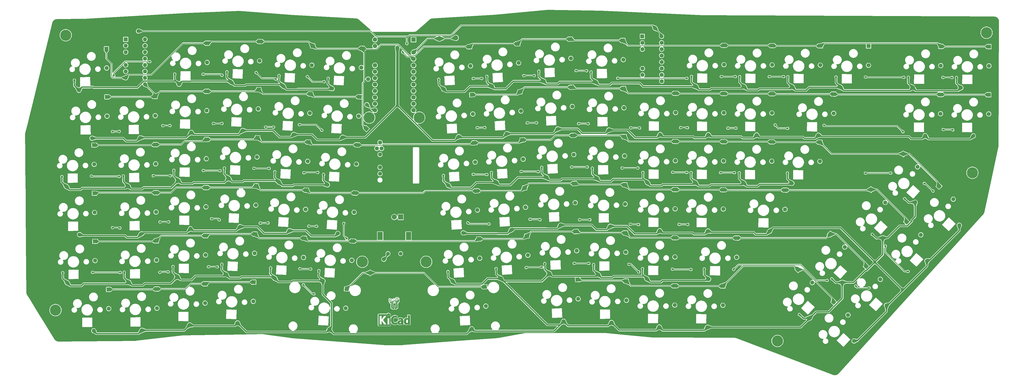
<source format=gbr>
%TF.GenerationSoftware,KiCad,Pcbnew,8.0.1-8.0.1-1~ubuntu22.04.1*%
%TF.CreationDate,2024-03-26T23:20:42-04:00*%
%TF.ProjectId,travis_erg2024-new4,74726176-6973-45f6-9572-67323032342d,2024.03.25*%
%TF.SameCoordinates,Original*%
%TF.FileFunction,Copper,L1,Top*%
%TF.FilePolarity,Positive*%
%FSLAX46Y46*%
G04 Gerber Fmt 4.6, Leading zero omitted, Abs format (unit mm)*
G04 Created by KiCad (PCBNEW 8.0.1-8.0.1-1~ubuntu22.04.1) date 2024-03-26 23:20:42*
%MOMM*%
%LPD*%
G01*
G04 APERTURE LIST*
G04 Aperture macros list*
%AMHorizOval*
0 Thick line with rounded ends*
0 $1 width*
0 $2 $3 position (X,Y) of the first rounded end (center of the circle)*
0 $4 $5 position (X,Y) of the second rounded end (center of the circle)*
0 Add line between two ends*
20,1,$1,$2,$3,$4,$5,0*
0 Add two circle primitives to create the rounded ends*
1,1,$1,$2,$3*
1,1,$1,$4,$5*%
%AMRotRect*
0 Rectangle, with rotation*
0 The origin of the aperture is its center*
0 $1 length*
0 $2 width*
0 $3 Rotation angle, in degrees counterclockwise*
0 Add horizontal line*
21,1,$1,$2,0,0,$3*%
G04 Aperture macros list end*
%TA.AperFunction,EtchedComponent*%
%ADD10C,0.010000*%
%TD*%
%TA.AperFunction,EtchedComponent*%
%ADD11C,0.000000*%
%TD*%
%TA.AperFunction,ComponentPad*%
%ADD12RotRect,1.600000X1.600000X270.500000*%
%TD*%
%TA.AperFunction,ComponentPad*%
%ADD13HorizOval,1.600000X0.000000X0.000000X0.000000X0.000000X0*%
%TD*%
%TA.AperFunction,ComponentPad*%
%ADD14C,1.600000*%
%TD*%
%TA.AperFunction,ComponentPad*%
%ADD15RotRect,1.600000X1.600000X269.500000*%
%TD*%
%TA.AperFunction,ComponentPad*%
%ADD16HorizOval,1.600000X0.000000X0.000000X0.000000X0.000000X0*%
%TD*%
%TA.AperFunction,ComponentPad*%
%ADD17RotRect,1.600000X1.600000X268.500000*%
%TD*%
%TA.AperFunction,ComponentPad*%
%ADD18HorizOval,1.600000X0.000000X0.000000X0.000000X0.000000X0*%
%TD*%
%TA.AperFunction,ComponentPad*%
%ADD19RotRect,1.600000X1.600000X267.500000*%
%TD*%
%TA.AperFunction,ComponentPad*%
%ADD20HorizOval,1.600000X0.000000X0.000000X0.000000X0.000000X0*%
%TD*%
%TA.AperFunction,ComponentPad*%
%ADD21RotRect,1.600000X1.600000X267.250000*%
%TD*%
%TA.AperFunction,ComponentPad*%
%ADD22HorizOval,1.600000X0.000000X0.000000X0.000000X0.000000X0*%
%TD*%
%TA.AperFunction,ComponentPad*%
%ADD23RotRect,1.600000X1.600000X272.750000*%
%TD*%
%TA.AperFunction,ComponentPad*%
%ADD24HorizOval,1.600000X0.000000X0.000000X0.000000X0.000000X0*%
%TD*%
%TA.AperFunction,ComponentPad*%
%ADD25RotRect,1.600000X1.600000X271.750000*%
%TD*%
%TA.AperFunction,ComponentPad*%
%ADD26HorizOval,1.600000X0.000000X0.000000X0.000000X0.000000X0*%
%TD*%
%TA.AperFunction,ComponentPad*%
%ADD27RotRect,1.600000X1.600000X270.750000*%
%TD*%
%TA.AperFunction,ComponentPad*%
%ADD28HorizOval,1.600000X0.000000X0.000000X0.000000X0.000000X0*%
%TD*%
%TA.AperFunction,ComponentPad*%
%ADD29RotRect,1.600000X1.600000X269.750000*%
%TD*%
%TA.AperFunction,ComponentPad*%
%ADD30HorizOval,1.600000X0.000000X0.000000X0.000000X0.000000X0*%
%TD*%
%TA.AperFunction,ComponentPad*%
%ADD31RotRect,1.600000X1.600000X317.750000*%
%TD*%
%TA.AperFunction,ComponentPad*%
%ADD32HorizOval,1.600000X0.000000X0.000000X0.000000X0.000000X0*%
%TD*%
%TA.AperFunction,ComponentPad*%
%ADD33HorizOval,1.600000X0.000000X0.000000X0.000000X0.000000X0*%
%TD*%
%TA.AperFunction,ComponentPad*%
%ADD34R,1.752600X1.752600*%
%TD*%
%TA.AperFunction,ComponentPad*%
%ADD35C,1.752600*%
%TD*%
%TA.AperFunction,ComponentPad*%
%ADD36R,1.600000X1.600000*%
%TD*%
%TA.AperFunction,ComponentPad*%
%ADD37O,1.600000X1.600000*%
%TD*%
%TA.AperFunction,ComponentPad*%
%ADD38RotRect,1.600000X1.600000X0.250000*%
%TD*%
%TA.AperFunction,ComponentPad*%
%ADD39HorizOval,1.600000X0.000000X0.000000X0.000000X0.000000X0*%
%TD*%
%TA.AperFunction,ComponentPad*%
%ADD40C,2.000000*%
%TD*%
%TA.AperFunction,ComponentPad*%
%ADD41RotRect,1.600000X1.600000X315.000000*%
%TD*%
%TA.AperFunction,ComponentPad*%
%ADD42HorizOval,1.600000X0.000000X0.000000X0.000000X0.000000X0*%
%TD*%
%TA.AperFunction,ComponentPad*%
%ADD43R,2.000000X2.000000*%
%TD*%
%TA.AperFunction,ComponentPad*%
%ADD44C,1.500000*%
%TD*%
%TA.AperFunction,ComponentPad*%
%ADD45R,2.000000X3.200000*%
%TD*%
%TA.AperFunction,ComponentPad*%
%ADD46RotRect,1.600000X1.600000X45.000000*%
%TD*%
%TA.AperFunction,ComponentPad*%
%ADD47HorizOval,1.600000X0.000000X0.000000X0.000000X0.000000X0*%
%TD*%
%TA.AperFunction,ComponentPad*%
%ADD48C,0.700000*%
%TD*%
%TA.AperFunction,ComponentPad*%
%ADD49C,4.400000*%
%TD*%
%TA.AperFunction,ViaPad*%
%ADD50C,0.800000*%
%TD*%
%TA.AperFunction,Conductor*%
%ADD51C,0.500000*%
%TD*%
%TA.AperFunction,Conductor*%
%ADD52C,0.250000*%
%TD*%
%TA.AperFunction,Conductor*%
%ADD53C,1.000000*%
%TD*%
G04 APERTURE END LIST*
D10*
%TO.C,SYM1*%
X160198898Y-201469004D02*
X160209763Y-201582943D01*
X160241380Y-201690566D01*
X160292283Y-201789565D01*
X160361005Y-201877634D01*
X160446079Y-201952466D01*
X160543066Y-202010334D01*
X160649334Y-202049955D01*
X160756348Y-202068523D01*
X160861998Y-202067384D01*
X160964173Y-202047880D01*
X161060764Y-202011356D01*
X161149660Y-201959155D01*
X161228752Y-201892623D01*
X161295929Y-201813102D01*
X161349081Y-201721937D01*
X161386099Y-201620473D01*
X161404871Y-201510052D01*
X161406809Y-201460156D01*
X161406809Y-201372217D01*
X161458738Y-201372217D01*
X161495045Y-201375061D01*
X161521943Y-201386861D01*
X161549049Y-201410599D01*
X161587431Y-201448981D01*
X161587431Y-203640552D01*
X161587422Y-203902689D01*
X161587390Y-204143191D01*
X161587326Y-204362998D01*
X161587222Y-204563051D01*
X161587071Y-204744294D01*
X161586864Y-204907666D01*
X161586592Y-205054110D01*
X161586248Y-205184567D01*
X161585824Y-205299979D01*
X161585311Y-205401288D01*
X161584701Y-205489434D01*
X161583986Y-205565360D01*
X161583158Y-205630007D01*
X161582209Y-205684317D01*
X161581131Y-205729230D01*
X161579915Y-205765690D01*
X161578553Y-205794637D01*
X161577037Y-205817013D01*
X161575360Y-205833759D01*
X161573512Y-205845818D01*
X161571485Y-205854130D01*
X161569273Y-205859637D01*
X161568190Y-205861487D01*
X161564027Y-205868499D01*
X161560493Y-205874946D01*
X161556663Y-205880850D01*
X161551616Y-205886236D01*
X161544427Y-205891128D01*
X161534175Y-205895548D01*
X161519934Y-205899522D01*
X161500784Y-205903071D01*
X161475799Y-205906220D01*
X161444058Y-205908992D01*
X161404636Y-205911411D01*
X161356612Y-205913501D01*
X161299061Y-205915285D01*
X161231061Y-205916787D01*
X161151688Y-205918030D01*
X161060019Y-205919039D01*
X160955132Y-205919835D01*
X160836102Y-205920444D01*
X160702008Y-205920889D01*
X160551925Y-205921193D01*
X160384931Y-205921380D01*
X160200102Y-205921474D01*
X159996515Y-205921498D01*
X159773248Y-205921475D01*
X159529376Y-205921430D01*
X159263977Y-205921387D01*
X159225594Y-205921382D01*
X158958616Y-205921339D01*
X158713296Y-205921268D01*
X158488715Y-205921163D01*
X158283953Y-205921016D01*
X158098092Y-205920819D01*
X157930210Y-205920566D01*
X157779390Y-205920250D01*
X157644711Y-205919863D01*
X157525254Y-205919397D01*
X157420099Y-205918847D01*
X157328327Y-205918203D01*
X157249019Y-205917461D01*
X157181255Y-205916611D01*
X157124116Y-205915647D01*
X157076681Y-205914561D01*
X157038032Y-205913347D01*
X157007249Y-205911997D01*
X156983413Y-205910505D01*
X156965604Y-205908861D01*
X156952903Y-205907061D01*
X156944390Y-205905095D01*
X156940032Y-205903427D01*
X156931570Y-205899856D01*
X156923801Y-205897220D01*
X156916696Y-205894584D01*
X156910225Y-205891012D01*
X156904359Y-205885571D01*
X156899069Y-205877325D01*
X156894324Y-205865340D01*
X156890096Y-205848681D01*
X156886355Y-205826413D01*
X156883071Y-205797602D01*
X156880215Y-205761313D01*
X156877758Y-205716611D01*
X156875669Y-205662561D01*
X156873920Y-205598229D01*
X156872481Y-205522680D01*
X156871322Y-205434980D01*
X156870415Y-205334193D01*
X156869729Y-205219384D01*
X156869235Y-205089620D01*
X156868903Y-204943965D01*
X156868705Y-204781485D01*
X156868611Y-204601245D01*
X156868590Y-204402310D01*
X156868613Y-204183746D01*
X156868652Y-203944618D01*
X156868676Y-203683990D01*
X156868676Y-203641839D01*
X156868662Y-203378942D01*
X156868637Y-203137682D01*
X156868627Y-202917115D01*
X156868656Y-202716302D01*
X156868750Y-202534299D01*
X156868936Y-202370166D01*
X156869239Y-202222961D01*
X156869684Y-202091742D01*
X156870264Y-201981817D01*
X157173101Y-201981817D01*
X157212891Y-202039661D01*
X157224062Y-202055429D01*
X157234132Y-202069391D01*
X157243160Y-202082734D01*
X157251201Y-202096643D01*
X157258312Y-202112306D01*
X157264551Y-202130908D01*
X157269973Y-202153636D01*
X157274636Y-202181677D01*
X157278597Y-202216217D01*
X157281913Y-202258442D01*
X157284639Y-202309539D01*
X157286834Y-202370694D01*
X157288553Y-202443094D01*
X157289854Y-202527925D01*
X157290793Y-202626372D01*
X157291428Y-202739624D01*
X157291814Y-202868866D01*
X157292010Y-203015284D01*
X157292071Y-203180066D01*
X157292055Y-203364397D01*
X157292018Y-203569463D01*
X157292009Y-203692083D01*
X157292033Y-203909032D01*
X157292067Y-204104592D01*
X157292055Y-204279949D01*
X157291940Y-204436291D01*
X157291668Y-204574807D01*
X157291180Y-204696684D01*
X157290422Y-204803110D01*
X157289336Y-204895272D01*
X157287867Y-204974359D01*
X157285958Y-205041558D01*
X157283554Y-205098057D01*
X157280597Y-205145043D01*
X157277032Y-205183705D01*
X157272803Y-205215230D01*
X157267852Y-205240805D01*
X157262125Y-205261620D01*
X157255565Y-205278861D01*
X157248115Y-205293715D01*
X157239719Y-205307372D01*
X157230322Y-205321019D01*
X157219866Y-205335843D01*
X157213775Y-205344733D01*
X157175002Y-205402350D01*
X157706566Y-205402350D01*
X157829815Y-205402315D01*
X157932311Y-205402165D01*
X158015878Y-205401828D01*
X158082342Y-205401236D01*
X158133527Y-205400317D01*
X158171257Y-205399001D01*
X158197358Y-205397219D01*
X158213654Y-205394901D01*
X158221970Y-205391976D01*
X158224130Y-205388374D01*
X158221959Y-205384025D01*
X158220763Y-205382595D01*
X158195613Y-205345523D01*
X158169715Y-205292722D01*
X158146106Y-205230720D01*
X158137837Y-205204307D01*
X158133220Y-205186366D01*
X158129319Y-205165305D01*
X158126050Y-205139039D01*
X158123332Y-205105482D01*
X158121083Y-205062549D01*
X158119221Y-205008154D01*
X158117662Y-204940212D01*
X158116326Y-204856638D01*
X158115129Y-204755345D01*
X158113990Y-204634250D01*
X158113613Y-204589550D01*
X158112596Y-204464399D01*
X158111838Y-204360032D01*
X158111395Y-204274657D01*
X158111328Y-204206483D01*
X158111693Y-204153715D01*
X158112550Y-204114564D01*
X158113957Y-204087235D01*
X158115973Y-204069936D01*
X158118655Y-204060876D01*
X158122062Y-204058262D01*
X158126254Y-204060301D01*
X158130727Y-204064617D01*
X158141082Y-204077552D01*
X158163140Y-204106626D01*
X158195341Y-204149709D01*
X158236124Y-204204668D01*
X158283928Y-204269373D01*
X158337193Y-204341692D01*
X158394358Y-204419494D01*
X158453861Y-204500648D01*
X158514143Y-204583022D01*
X158573643Y-204664486D01*
X158630800Y-204742907D01*
X158684053Y-204816154D01*
X158731841Y-204882097D01*
X158772605Y-204938604D01*
X158804782Y-204983543D01*
X158826813Y-205014784D01*
X158831381Y-205021416D01*
X158854302Y-205058319D01*
X158881110Y-205106309D01*
X158906509Y-205155847D01*
X158909730Y-205162527D01*
X158931408Y-205210722D01*
X158943994Y-205248284D01*
X158949724Y-205284110D01*
X158950842Y-205326150D01*
X158950208Y-205402350D01*
X160104647Y-205402350D01*
X160013483Y-205308619D01*
X159966686Y-205258725D01*
X159916399Y-205202245D01*
X159870354Y-205147976D01*
X159849929Y-205122623D01*
X159819491Y-205083078D01*
X159779436Y-205029866D01*
X159730937Y-204964617D01*
X159675163Y-204888961D01*
X159613287Y-204804527D01*
X159546479Y-204712944D01*
X159475911Y-204615842D01*
X159402753Y-204514851D01*
X159328177Y-204411600D01*
X159253354Y-204307718D01*
X159179455Y-204204835D01*
X159107652Y-204104581D01*
X159039114Y-204008586D01*
X158975014Y-203918477D01*
X158916523Y-203835886D01*
X158864812Y-203762442D01*
X158821051Y-203699774D01*
X158786413Y-203649511D01*
X158762068Y-203613284D01*
X158749187Y-203592721D01*
X158747429Y-203588618D01*
X158755388Y-203577292D01*
X158776183Y-203550112D01*
X158808451Y-203508779D01*
X158850828Y-203454994D01*
X158901951Y-203390456D01*
X158960457Y-203316868D01*
X159024984Y-203235928D01*
X159094167Y-203149338D01*
X159166645Y-203058798D01*
X159241052Y-202966010D01*
X159300781Y-202891652D01*
X160311787Y-202891652D01*
X160317696Y-202904609D01*
X160332026Y-202926858D01*
X160333073Y-202928341D01*
X160351860Y-202958494D01*
X160371507Y-202995325D01*
X160375406Y-203003461D01*
X160378942Y-203011890D01*
X160382068Y-203022009D01*
X160384812Y-203035210D01*
X160387206Y-203052888D01*
X160389279Y-203076434D01*
X160391063Y-203107243D01*
X160392586Y-203146707D01*
X160393879Y-203196219D01*
X160394972Y-203257173D01*
X160395895Y-203330961D01*
X160396679Y-203418978D01*
X160397353Y-203522615D01*
X160397948Y-203643266D01*
X160398493Y-203782324D01*
X160399019Y-203941182D01*
X160399553Y-204120039D01*
X160400092Y-204305157D01*
X160400526Y-204469095D01*
X160400789Y-204613253D01*
X160400814Y-204739029D01*
X160400533Y-204847821D01*
X160399879Y-204941027D01*
X160398784Y-205020047D01*
X160397180Y-205086278D01*
X160395001Y-205141120D01*
X160392179Y-205185971D01*
X160388647Y-205222228D01*
X160384337Y-205251291D01*
X160379181Y-205274559D01*
X160373113Y-205293429D01*
X160366065Y-205309301D01*
X160357969Y-205323572D01*
X160348758Y-205337641D01*
X160340258Y-205350108D01*
X160323122Y-205376402D01*
X160312976Y-205393987D01*
X160311787Y-205397207D01*
X160322694Y-205398284D01*
X160353887Y-205399285D01*
X160403075Y-205400185D01*
X160467965Y-205400960D01*
X160546268Y-205401587D01*
X160635691Y-205402041D01*
X160733942Y-205402299D01*
X160802853Y-205402350D01*
X160907846Y-205402130D01*
X161004688Y-205401498D01*
X161091191Y-205400499D01*
X161165166Y-205399177D01*
X161224424Y-205397576D01*
X161266778Y-205395741D01*
X161290038Y-205393715D01*
X161293920Y-205392443D01*
X161286222Y-205377541D01*
X161278224Y-205369510D01*
X161265052Y-205352384D01*
X161247813Y-205322133D01*
X161235891Y-205297572D01*
X161209253Y-205238661D01*
X161206178Y-204061795D01*
X161203103Y-202884928D01*
X160757445Y-202884928D01*
X160659628Y-202885092D01*
X160569234Y-202885561D01*
X160488668Y-202886297D01*
X160420336Y-202887266D01*
X160366642Y-202888430D01*
X160329993Y-202889753D01*
X160312794Y-202891199D01*
X160311787Y-202891652D01*
X159300781Y-202891652D01*
X159316028Y-202872672D01*
X159390208Y-202780487D01*
X159462229Y-202691154D01*
X159530729Y-202606374D01*
X159594343Y-202527848D01*
X159651710Y-202457276D01*
X159701465Y-202396359D01*
X159742246Y-202346797D01*
X159759410Y-202326128D01*
X159845702Y-202225466D01*
X159922301Y-202142209D01*
X159991115Y-202074388D01*
X160054050Y-202020039D01*
X160063431Y-202012672D01*
X160102942Y-201982067D01*
X158971182Y-201981817D01*
X158976471Y-202029794D01*
X158973168Y-202087138D01*
X158951637Y-202155413D01*
X158911663Y-202235162D01*
X158866355Y-202307445D01*
X158850137Y-202330090D01*
X158822084Y-202367646D01*
X158783868Y-202417971D01*
X158737161Y-202478923D01*
X158683637Y-202548361D01*
X158624967Y-202624144D01*
X158562823Y-202704130D01*
X158498877Y-202786178D01*
X158434803Y-202868146D01*
X158372271Y-202947893D01*
X158312955Y-203023277D01*
X158258527Y-203092157D01*
X158210659Y-203152392D01*
X158171023Y-203201839D01*
X158141292Y-203238358D01*
X158123137Y-203259808D01*
X158120078Y-203263106D01*
X158117219Y-203255099D01*
X158115005Y-203224805D01*
X158113441Y-203172506D01*
X158112531Y-203098481D01*
X158112278Y-203003013D01*
X158112685Y-202886384D01*
X158113594Y-202766395D01*
X158114916Y-202634283D01*
X158116441Y-202522544D01*
X158118417Y-202428975D01*
X158121092Y-202351369D01*
X158124716Y-202287524D01*
X158129537Y-202235233D01*
X158135804Y-202192294D01*
X158143766Y-202156501D01*
X158153671Y-202125650D01*
X158165767Y-202097536D01*
X158180305Y-202069955D01*
X158194987Y-202044916D01*
X158232984Y-201981817D01*
X157173101Y-201981817D01*
X156870264Y-201981817D01*
X156870297Y-201975567D01*
X156871103Y-201873494D01*
X156872128Y-201784583D01*
X156873398Y-201707891D01*
X156874938Y-201642477D01*
X156876774Y-201587399D01*
X156878931Y-201541715D01*
X156881435Y-201504484D01*
X156884311Y-201474763D01*
X156887585Y-201451612D01*
X156891283Y-201434089D01*
X156895429Y-201421251D01*
X156900051Y-201412158D01*
X156905172Y-201405868D01*
X156910820Y-201401438D01*
X156917019Y-201397928D01*
X156923794Y-201394395D01*
X156929790Y-201390826D01*
X156935023Y-201388250D01*
X156943199Y-201385922D01*
X156955412Y-201383828D01*
X156972757Y-201381957D01*
X156996329Y-201380297D01*
X157027221Y-201378834D01*
X157066530Y-201377558D01*
X157115348Y-201376454D01*
X157174771Y-201375511D01*
X157245894Y-201374717D01*
X157329810Y-201374059D01*
X157427615Y-201373525D01*
X157540404Y-201373103D01*
X157669269Y-201372779D01*
X157815307Y-201372542D01*
X157979612Y-201372380D01*
X158163278Y-201372280D01*
X158367401Y-201372230D01*
X158578545Y-201372217D01*
X160198898Y-201372217D01*
X160198898Y-201469004D01*
%TA.AperFunction,EtchedComponent*%
G36*
X160198898Y-201469004D02*
G01*
X160209763Y-201582943D01*
X160241380Y-201690566D01*
X160292283Y-201789565D01*
X160361005Y-201877634D01*
X160446079Y-201952466D01*
X160543066Y-202010334D01*
X160649334Y-202049955D01*
X160756348Y-202068523D01*
X160861998Y-202067384D01*
X160964173Y-202047880D01*
X161060764Y-202011356D01*
X161149660Y-201959155D01*
X161228752Y-201892623D01*
X161295929Y-201813102D01*
X161349081Y-201721937D01*
X161386099Y-201620473D01*
X161404871Y-201510052D01*
X161406809Y-201460156D01*
X161406809Y-201372217D01*
X161458738Y-201372217D01*
X161495045Y-201375061D01*
X161521943Y-201386861D01*
X161549049Y-201410599D01*
X161587431Y-201448981D01*
X161587431Y-203640552D01*
X161587422Y-203902689D01*
X161587390Y-204143191D01*
X161587326Y-204362998D01*
X161587222Y-204563051D01*
X161587071Y-204744294D01*
X161586864Y-204907666D01*
X161586592Y-205054110D01*
X161586248Y-205184567D01*
X161585824Y-205299979D01*
X161585311Y-205401288D01*
X161584701Y-205489434D01*
X161583986Y-205565360D01*
X161583158Y-205630007D01*
X161582209Y-205684317D01*
X161581131Y-205729230D01*
X161579915Y-205765690D01*
X161578553Y-205794637D01*
X161577037Y-205817013D01*
X161575360Y-205833759D01*
X161573512Y-205845818D01*
X161571485Y-205854130D01*
X161569273Y-205859637D01*
X161568190Y-205861487D01*
X161564027Y-205868499D01*
X161560493Y-205874946D01*
X161556663Y-205880850D01*
X161551616Y-205886236D01*
X161544427Y-205891128D01*
X161534175Y-205895548D01*
X161519934Y-205899522D01*
X161500784Y-205903071D01*
X161475799Y-205906220D01*
X161444058Y-205908992D01*
X161404636Y-205911411D01*
X161356612Y-205913501D01*
X161299061Y-205915285D01*
X161231061Y-205916787D01*
X161151688Y-205918030D01*
X161060019Y-205919039D01*
X160955132Y-205919835D01*
X160836102Y-205920444D01*
X160702008Y-205920889D01*
X160551925Y-205921193D01*
X160384931Y-205921380D01*
X160200102Y-205921474D01*
X159996515Y-205921498D01*
X159773248Y-205921475D01*
X159529376Y-205921430D01*
X159263977Y-205921387D01*
X159225594Y-205921382D01*
X158958616Y-205921339D01*
X158713296Y-205921268D01*
X158488715Y-205921163D01*
X158283953Y-205921016D01*
X158098092Y-205920819D01*
X157930210Y-205920566D01*
X157779390Y-205920250D01*
X157644711Y-205919863D01*
X157525254Y-205919397D01*
X157420099Y-205918847D01*
X157328327Y-205918203D01*
X157249019Y-205917461D01*
X157181255Y-205916611D01*
X157124116Y-205915647D01*
X157076681Y-205914561D01*
X157038032Y-205913347D01*
X157007249Y-205911997D01*
X156983413Y-205910505D01*
X156965604Y-205908861D01*
X156952903Y-205907061D01*
X156944390Y-205905095D01*
X156940032Y-205903427D01*
X156931570Y-205899856D01*
X156923801Y-205897220D01*
X156916696Y-205894584D01*
X156910225Y-205891012D01*
X156904359Y-205885571D01*
X156899069Y-205877325D01*
X156894324Y-205865340D01*
X156890096Y-205848681D01*
X156886355Y-205826413D01*
X156883071Y-205797602D01*
X156880215Y-205761313D01*
X156877758Y-205716611D01*
X156875669Y-205662561D01*
X156873920Y-205598229D01*
X156872481Y-205522680D01*
X156871322Y-205434980D01*
X156870415Y-205334193D01*
X156869729Y-205219384D01*
X156869235Y-205089620D01*
X156868903Y-204943965D01*
X156868705Y-204781485D01*
X156868611Y-204601245D01*
X156868590Y-204402310D01*
X156868613Y-204183746D01*
X156868652Y-203944618D01*
X156868676Y-203683990D01*
X156868676Y-203641839D01*
X156868662Y-203378942D01*
X156868637Y-203137682D01*
X156868627Y-202917115D01*
X156868656Y-202716302D01*
X156868750Y-202534299D01*
X156868936Y-202370166D01*
X156869239Y-202222961D01*
X156869684Y-202091742D01*
X156870264Y-201981817D01*
X157173101Y-201981817D01*
X157212891Y-202039661D01*
X157224062Y-202055429D01*
X157234132Y-202069391D01*
X157243160Y-202082734D01*
X157251201Y-202096643D01*
X157258312Y-202112306D01*
X157264551Y-202130908D01*
X157269973Y-202153636D01*
X157274636Y-202181677D01*
X157278597Y-202216217D01*
X157281913Y-202258442D01*
X157284639Y-202309539D01*
X157286834Y-202370694D01*
X157288553Y-202443094D01*
X157289854Y-202527925D01*
X157290793Y-202626372D01*
X157291428Y-202739624D01*
X157291814Y-202868866D01*
X157292010Y-203015284D01*
X157292071Y-203180066D01*
X157292055Y-203364397D01*
X157292018Y-203569463D01*
X157292009Y-203692083D01*
X157292033Y-203909032D01*
X157292067Y-204104592D01*
X157292055Y-204279949D01*
X157291940Y-204436291D01*
X157291668Y-204574807D01*
X157291180Y-204696684D01*
X157290422Y-204803110D01*
X157289336Y-204895272D01*
X157287867Y-204974359D01*
X157285958Y-205041558D01*
X157283554Y-205098057D01*
X157280597Y-205145043D01*
X157277032Y-205183705D01*
X157272803Y-205215230D01*
X157267852Y-205240805D01*
X157262125Y-205261620D01*
X157255565Y-205278861D01*
X157248115Y-205293715D01*
X157239719Y-205307372D01*
X157230322Y-205321019D01*
X157219866Y-205335843D01*
X157213775Y-205344733D01*
X157175002Y-205402350D01*
X157706566Y-205402350D01*
X157829815Y-205402315D01*
X157932311Y-205402165D01*
X158015878Y-205401828D01*
X158082342Y-205401236D01*
X158133527Y-205400317D01*
X158171257Y-205399001D01*
X158197358Y-205397219D01*
X158213654Y-205394901D01*
X158221970Y-205391976D01*
X158224130Y-205388374D01*
X158221959Y-205384025D01*
X158220763Y-205382595D01*
X158195613Y-205345523D01*
X158169715Y-205292722D01*
X158146106Y-205230720D01*
X158137837Y-205204307D01*
X158133220Y-205186366D01*
X158129319Y-205165305D01*
X158126050Y-205139039D01*
X158123332Y-205105482D01*
X158121083Y-205062549D01*
X158119221Y-205008154D01*
X158117662Y-204940212D01*
X158116326Y-204856638D01*
X158115129Y-204755345D01*
X158113990Y-204634250D01*
X158113613Y-204589550D01*
X158112596Y-204464399D01*
X158111838Y-204360032D01*
X158111395Y-204274657D01*
X158111328Y-204206483D01*
X158111693Y-204153715D01*
X158112550Y-204114564D01*
X158113957Y-204087235D01*
X158115973Y-204069936D01*
X158118655Y-204060876D01*
X158122062Y-204058262D01*
X158126254Y-204060301D01*
X158130727Y-204064617D01*
X158141082Y-204077552D01*
X158163140Y-204106626D01*
X158195341Y-204149709D01*
X158236124Y-204204668D01*
X158283928Y-204269373D01*
X158337193Y-204341692D01*
X158394358Y-204419494D01*
X158453861Y-204500648D01*
X158514143Y-204583022D01*
X158573643Y-204664486D01*
X158630800Y-204742907D01*
X158684053Y-204816154D01*
X158731841Y-204882097D01*
X158772605Y-204938604D01*
X158804782Y-204983543D01*
X158826813Y-205014784D01*
X158831381Y-205021416D01*
X158854302Y-205058319D01*
X158881110Y-205106309D01*
X158906509Y-205155847D01*
X158909730Y-205162527D01*
X158931408Y-205210722D01*
X158943994Y-205248284D01*
X158949724Y-205284110D01*
X158950842Y-205326150D01*
X158950208Y-205402350D01*
X160104647Y-205402350D01*
X160013483Y-205308619D01*
X159966686Y-205258725D01*
X159916399Y-205202245D01*
X159870354Y-205147976D01*
X159849929Y-205122623D01*
X159819491Y-205083078D01*
X159779436Y-205029866D01*
X159730937Y-204964617D01*
X159675163Y-204888961D01*
X159613287Y-204804527D01*
X159546479Y-204712944D01*
X159475911Y-204615842D01*
X159402753Y-204514851D01*
X159328177Y-204411600D01*
X159253354Y-204307718D01*
X159179455Y-204204835D01*
X159107652Y-204104581D01*
X159039114Y-204008586D01*
X158975014Y-203918477D01*
X158916523Y-203835886D01*
X158864812Y-203762442D01*
X158821051Y-203699774D01*
X158786413Y-203649511D01*
X158762068Y-203613284D01*
X158749187Y-203592721D01*
X158747429Y-203588618D01*
X158755388Y-203577292D01*
X158776183Y-203550112D01*
X158808451Y-203508779D01*
X158850828Y-203454994D01*
X158901951Y-203390456D01*
X158960457Y-203316868D01*
X159024984Y-203235928D01*
X159094167Y-203149338D01*
X159166645Y-203058798D01*
X159241052Y-202966010D01*
X159300781Y-202891652D01*
X160311787Y-202891652D01*
X160317696Y-202904609D01*
X160332026Y-202926858D01*
X160333073Y-202928341D01*
X160351860Y-202958494D01*
X160371507Y-202995325D01*
X160375406Y-203003461D01*
X160378942Y-203011890D01*
X160382068Y-203022009D01*
X160384812Y-203035210D01*
X160387206Y-203052888D01*
X160389279Y-203076434D01*
X160391063Y-203107243D01*
X160392586Y-203146707D01*
X160393879Y-203196219D01*
X160394972Y-203257173D01*
X160395895Y-203330961D01*
X160396679Y-203418978D01*
X160397353Y-203522615D01*
X160397948Y-203643266D01*
X160398493Y-203782324D01*
X160399019Y-203941182D01*
X160399553Y-204120039D01*
X160400092Y-204305157D01*
X160400526Y-204469095D01*
X160400789Y-204613253D01*
X160400814Y-204739029D01*
X160400533Y-204847821D01*
X160399879Y-204941027D01*
X160398784Y-205020047D01*
X160397180Y-205086278D01*
X160395001Y-205141120D01*
X160392179Y-205185971D01*
X160388647Y-205222228D01*
X160384337Y-205251291D01*
X160379181Y-205274559D01*
X160373113Y-205293429D01*
X160366065Y-205309301D01*
X160357969Y-205323572D01*
X160348758Y-205337641D01*
X160340258Y-205350108D01*
X160323122Y-205376402D01*
X160312976Y-205393987D01*
X160311787Y-205397207D01*
X160322694Y-205398284D01*
X160353887Y-205399285D01*
X160403075Y-205400185D01*
X160467965Y-205400960D01*
X160546268Y-205401587D01*
X160635691Y-205402041D01*
X160733942Y-205402299D01*
X160802853Y-205402350D01*
X160907846Y-205402130D01*
X161004688Y-205401498D01*
X161091191Y-205400499D01*
X161165166Y-205399177D01*
X161224424Y-205397576D01*
X161266778Y-205395741D01*
X161290038Y-205393715D01*
X161293920Y-205392443D01*
X161286222Y-205377541D01*
X161278224Y-205369510D01*
X161265052Y-205352384D01*
X161247813Y-205322133D01*
X161235891Y-205297572D01*
X161209253Y-205238661D01*
X161206178Y-204061795D01*
X161203103Y-202884928D01*
X160757445Y-202884928D01*
X160659628Y-202885092D01*
X160569234Y-202885561D01*
X160488668Y-202886297D01*
X160420336Y-202887266D01*
X160366642Y-202888430D01*
X160329993Y-202889753D01*
X160312794Y-202891199D01*
X160311787Y-202891652D01*
X159300781Y-202891652D01*
X159316028Y-202872672D01*
X159390208Y-202780487D01*
X159462229Y-202691154D01*
X159530729Y-202606374D01*
X159594343Y-202527848D01*
X159651710Y-202457276D01*
X159701465Y-202396359D01*
X159742246Y-202346797D01*
X159759410Y-202326128D01*
X159845702Y-202225466D01*
X159922301Y-202142209D01*
X159991115Y-202074388D01*
X160054050Y-202020039D01*
X160063431Y-202012672D01*
X160102942Y-201982067D01*
X158971182Y-201981817D01*
X158976471Y-202029794D01*
X158973168Y-202087138D01*
X158951637Y-202155413D01*
X158911663Y-202235162D01*
X158866355Y-202307445D01*
X158850137Y-202330090D01*
X158822084Y-202367646D01*
X158783868Y-202417971D01*
X158737161Y-202478923D01*
X158683637Y-202548361D01*
X158624967Y-202624144D01*
X158562823Y-202704130D01*
X158498877Y-202786178D01*
X158434803Y-202868146D01*
X158372271Y-202947893D01*
X158312955Y-203023277D01*
X158258527Y-203092157D01*
X158210659Y-203152392D01*
X158171023Y-203201839D01*
X158141292Y-203238358D01*
X158123137Y-203259808D01*
X158120078Y-203263106D01*
X158117219Y-203255099D01*
X158115005Y-203224805D01*
X158113441Y-203172506D01*
X158112531Y-203098481D01*
X158112278Y-203003013D01*
X158112685Y-202886384D01*
X158113594Y-202766395D01*
X158114916Y-202634283D01*
X158116441Y-202522544D01*
X158118417Y-202428975D01*
X158121092Y-202351369D01*
X158124716Y-202287524D01*
X158129537Y-202235233D01*
X158135804Y-202192294D01*
X158143766Y-202156501D01*
X158153671Y-202125650D01*
X158165767Y-202097536D01*
X158180305Y-202069955D01*
X158194987Y-202044916D01*
X158232984Y-201981817D01*
X157173101Y-201981817D01*
X156870264Y-201981817D01*
X156870297Y-201975567D01*
X156871103Y-201873494D01*
X156872128Y-201784583D01*
X156873398Y-201707891D01*
X156874938Y-201642477D01*
X156876774Y-201587399D01*
X156878931Y-201541715D01*
X156881435Y-201504484D01*
X156884311Y-201474763D01*
X156887585Y-201451612D01*
X156891283Y-201434089D01*
X156895429Y-201421251D01*
X156900051Y-201412158D01*
X156905172Y-201405868D01*
X156910820Y-201401438D01*
X156917019Y-201397928D01*
X156923794Y-201394395D01*
X156929790Y-201390826D01*
X156935023Y-201388250D01*
X156943199Y-201385922D01*
X156955412Y-201383828D01*
X156972757Y-201381957D01*
X156996329Y-201380297D01*
X157027221Y-201378834D01*
X157066530Y-201377558D01*
X157115348Y-201376454D01*
X157174771Y-201375511D01*
X157245894Y-201374717D01*
X157329810Y-201374059D01*
X157427615Y-201373525D01*
X157540404Y-201373103D01*
X157669269Y-201372779D01*
X157815307Y-201372542D01*
X157979612Y-201372380D01*
X158163278Y-201372280D01*
X158367401Y-201372230D01*
X158578545Y-201372217D01*
X160198898Y-201372217D01*
X160198898Y-201469004D01*
G37*
%TD.AperFunction*%
X163473727Y-201929021D02*
X163633868Y-201950195D01*
X163797808Y-201990335D01*
X163967611Y-202049839D01*
X164145341Y-202129104D01*
X164156608Y-202134649D01*
X164214303Y-202162675D01*
X164265850Y-202186752D01*
X164307489Y-202205199D01*
X164335460Y-202216336D01*
X164345031Y-202218883D01*
X164364248Y-202223891D01*
X164368859Y-202228097D01*
X164363756Y-202238530D01*
X164347716Y-202264818D01*
X164322586Y-202304207D01*
X164290212Y-202353941D01*
X164252441Y-202411265D01*
X164211120Y-202473426D01*
X164168096Y-202537668D01*
X164125215Y-202601235D01*
X164084324Y-202661375D01*
X164047269Y-202715330D01*
X164015898Y-202760347D01*
X163992057Y-202793671D01*
X163977592Y-202812547D01*
X163975607Y-202814737D01*
X163965489Y-202810088D01*
X163943148Y-202792912D01*
X163912578Y-202766390D01*
X163896834Y-202751914D01*
X163800345Y-202676632D01*
X163693634Y-202621191D01*
X163578130Y-202586091D01*
X163455260Y-202571830D01*
X163385859Y-202573001D01*
X163264721Y-202590162D01*
X163155503Y-202626044D01*
X163057880Y-202680909D01*
X162971526Y-202755020D01*
X162896113Y-202848638D01*
X162831316Y-202962026D01*
X162793899Y-203048617D01*
X162750046Y-203184316D01*
X162717726Y-203331800D01*
X162696855Y-203487264D01*
X162687349Y-203646906D01*
X162689125Y-203806923D01*
X162702101Y-203963511D01*
X162726192Y-204112868D01*
X162761316Y-204251190D01*
X162807390Y-204374674D01*
X162823671Y-204408928D01*
X162891918Y-204523014D01*
X162972377Y-204619507D01*
X163063868Y-204697620D01*
X163165209Y-204756567D01*
X163275218Y-204795562D01*
X163392713Y-204813818D01*
X163434181Y-204815161D01*
X163555739Y-204804240D01*
X163676176Y-204771424D01*
X163793964Y-204717389D01*
X163907575Y-204642815D01*
X163998983Y-204564489D01*
X164045513Y-204519958D01*
X164226781Y-204817221D01*
X164271878Y-204891383D01*
X164313117Y-204959596D01*
X164349033Y-205019409D01*
X164378164Y-205068370D01*
X164399048Y-205104029D01*
X164410222Y-205123934D01*
X164411673Y-205127029D01*
X164403444Y-205136668D01*
X164377865Y-205153949D01*
X164338171Y-205177233D01*
X164287595Y-205204884D01*
X164229372Y-205235265D01*
X164166735Y-205266740D01*
X164102919Y-205297672D01*
X164041158Y-205326423D01*
X163984686Y-205351358D01*
X163936736Y-205370839D01*
X163913284Y-205379268D01*
X163779519Y-205417083D01*
X163641625Y-205442086D01*
X163493920Y-205455090D01*
X163367131Y-205457418D01*
X163299176Y-205456323D01*
X163233575Y-205454225D01*
X163176145Y-205451384D01*
X163132701Y-205448056D01*
X163118596Y-205446372D01*
X162979582Y-205417537D01*
X162838055Y-205372418D01*
X162700573Y-205313700D01*
X162573692Y-205244070D01*
X162496187Y-205191391D01*
X162368779Y-205083189D01*
X162250476Y-204956621D01*
X162143470Y-204814816D01*
X162049950Y-204660901D01*
X161972108Y-204498003D01*
X161928254Y-204380706D01*
X161878006Y-204197078D01*
X161844507Y-204002531D01*
X161827747Y-203801275D01*
X161827714Y-203597518D01*
X161844399Y-203395471D01*
X161877791Y-203199342D01*
X161927878Y-203013341D01*
X161931695Y-203001753D01*
X161994579Y-202839700D01*
X162071326Y-202691782D01*
X162164540Y-202553815D01*
X162276825Y-202421611D01*
X162320690Y-202376349D01*
X162456832Y-202252407D01*
X162596789Y-202149865D01*
X162742709Y-202067606D01*
X162896740Y-202004514D01*
X163061030Y-201959473D01*
X163156587Y-201941983D01*
X163315321Y-201926416D01*
X163473727Y-201929021D01*
%TA.AperFunction,EtchedComponent*%
G36*
X163473727Y-201929021D02*
G01*
X163633868Y-201950195D01*
X163797808Y-201990335D01*
X163967611Y-202049839D01*
X164145341Y-202129104D01*
X164156608Y-202134649D01*
X164214303Y-202162675D01*
X164265850Y-202186752D01*
X164307489Y-202205199D01*
X164335460Y-202216336D01*
X164345031Y-202218883D01*
X164364248Y-202223891D01*
X164368859Y-202228097D01*
X164363756Y-202238530D01*
X164347716Y-202264818D01*
X164322586Y-202304207D01*
X164290212Y-202353941D01*
X164252441Y-202411265D01*
X164211120Y-202473426D01*
X164168096Y-202537668D01*
X164125215Y-202601235D01*
X164084324Y-202661375D01*
X164047269Y-202715330D01*
X164015898Y-202760347D01*
X163992057Y-202793671D01*
X163977592Y-202812547D01*
X163975607Y-202814737D01*
X163965489Y-202810088D01*
X163943148Y-202792912D01*
X163912578Y-202766390D01*
X163896834Y-202751914D01*
X163800345Y-202676632D01*
X163693634Y-202621191D01*
X163578130Y-202586091D01*
X163455260Y-202571830D01*
X163385859Y-202573001D01*
X163264721Y-202590162D01*
X163155503Y-202626044D01*
X163057880Y-202680909D01*
X162971526Y-202755020D01*
X162896113Y-202848638D01*
X162831316Y-202962026D01*
X162793899Y-203048617D01*
X162750046Y-203184316D01*
X162717726Y-203331800D01*
X162696855Y-203487264D01*
X162687349Y-203646906D01*
X162689125Y-203806923D01*
X162702101Y-203963511D01*
X162726192Y-204112868D01*
X162761316Y-204251190D01*
X162807390Y-204374674D01*
X162823671Y-204408928D01*
X162891918Y-204523014D01*
X162972377Y-204619507D01*
X163063868Y-204697620D01*
X163165209Y-204756567D01*
X163275218Y-204795562D01*
X163392713Y-204813818D01*
X163434181Y-204815161D01*
X163555739Y-204804240D01*
X163676176Y-204771424D01*
X163793964Y-204717389D01*
X163907575Y-204642815D01*
X163998983Y-204564489D01*
X164045513Y-204519958D01*
X164226781Y-204817221D01*
X164271878Y-204891383D01*
X164313117Y-204959596D01*
X164349033Y-205019409D01*
X164378164Y-205068370D01*
X164399048Y-205104029D01*
X164410222Y-205123934D01*
X164411673Y-205127029D01*
X164403444Y-205136668D01*
X164377865Y-205153949D01*
X164338171Y-205177233D01*
X164287595Y-205204884D01*
X164229372Y-205235265D01*
X164166735Y-205266740D01*
X164102919Y-205297672D01*
X164041158Y-205326423D01*
X163984686Y-205351358D01*
X163936736Y-205370839D01*
X163913284Y-205379268D01*
X163779519Y-205417083D01*
X163641625Y-205442086D01*
X163493920Y-205455090D01*
X163367131Y-205457418D01*
X163299176Y-205456323D01*
X163233575Y-205454225D01*
X163176145Y-205451384D01*
X163132701Y-205448056D01*
X163118596Y-205446372D01*
X162979582Y-205417537D01*
X162838055Y-205372418D01*
X162700573Y-205313700D01*
X162573692Y-205244070D01*
X162496187Y-205191391D01*
X162368779Y-205083189D01*
X162250476Y-204956621D01*
X162143470Y-204814816D01*
X162049950Y-204660901D01*
X161972108Y-204498003D01*
X161928254Y-204380706D01*
X161878006Y-204197078D01*
X161844507Y-204002531D01*
X161827747Y-203801275D01*
X161827714Y-203597518D01*
X161844399Y-203395471D01*
X161877791Y-203199342D01*
X161927878Y-203013341D01*
X161931695Y-203001753D01*
X161994579Y-202839700D01*
X162071326Y-202691782D01*
X162164540Y-202553815D01*
X162276825Y-202421611D01*
X162320690Y-202376349D01*
X162456832Y-202252407D01*
X162596789Y-202149865D01*
X162742709Y-202067606D01*
X162896740Y-202004514D01*
X163061030Y-201959473D01*
X163156587Y-201941983D01*
X163315321Y-201926416D01*
X163473727Y-201929021D01*
G37*
%TD.AperFunction*%
X165818872Y-202846502D02*
X165970790Y-202866517D01*
X166106054Y-202900152D01*
X166225537Y-202947675D01*
X166330113Y-203009355D01*
X166407722Y-203072915D01*
X166476563Y-203147049D01*
X166530304Y-203226821D01*
X166573208Y-203319041D01*
X166588682Y-203362111D01*
X166601542Y-203401092D01*
X166612744Y-203437239D01*
X166622418Y-203472384D01*
X166630694Y-203508360D01*
X166637701Y-203547000D01*
X166643570Y-203590135D01*
X166648429Y-203639599D01*
X166652408Y-203697223D01*
X166655638Y-203764841D01*
X166658247Y-203844284D01*
X166660365Y-203937386D01*
X166662122Y-204045977D01*
X166663647Y-204171892D01*
X166665070Y-204316962D01*
X166666323Y-204459728D01*
X166667649Y-204615918D01*
X166668854Y-204751189D01*
X166670064Y-204867196D01*
X166671404Y-204965595D01*
X166672998Y-205048043D01*
X166674973Y-205116196D01*
X166677454Y-205171710D01*
X166680567Y-205216242D01*
X166684436Y-205251448D01*
X166689187Y-205278984D01*
X166694946Y-205300506D01*
X166701837Y-205317672D01*
X166709987Y-205332136D01*
X166719521Y-205345556D01*
X166730564Y-205359588D01*
X166734864Y-205365021D01*
X166750684Y-205387860D01*
X166757720Y-205403413D01*
X166757742Y-205403872D01*
X166746865Y-205406071D01*
X166715880Y-205408097D01*
X166667255Y-205409892D01*
X166603461Y-205411401D01*
X166526967Y-205412566D01*
X166440242Y-205413330D01*
X166345755Y-205413636D01*
X166334848Y-205413639D01*
X165911955Y-205413639D01*
X165908693Y-205317572D01*
X165905431Y-205221506D01*
X165843342Y-205272493D01*
X165746012Y-205340007D01*
X165636111Y-205394699D01*
X165549647Y-205424928D01*
X165480576Y-205439616D01*
X165397223Y-205449609D01*
X165307457Y-205454596D01*
X165219143Y-205454263D01*
X165140149Y-205448301D01*
X165103920Y-205442588D01*
X164963901Y-205404726D01*
X164837476Y-205349882D01*
X164725558Y-205278874D01*
X164629060Y-205192518D01*
X164548898Y-205091629D01*
X164485985Y-204977026D01*
X164441610Y-204850934D01*
X164429276Y-204794351D01*
X164421666Y-204732152D01*
X164418037Y-204657313D01*
X164417543Y-204623417D01*
X164417608Y-204620232D01*
X165177546Y-204620232D01*
X165186839Y-204695283D01*
X165215026Y-204759110D01*
X165263495Y-204814748D01*
X165268552Y-204819161D01*
X165316846Y-204853987D01*
X165368555Y-204876570D01*
X165429287Y-204888490D01*
X165504650Y-204891333D01*
X165522757Y-204890928D01*
X165576576Y-204888275D01*
X165616606Y-204882859D01*
X165651622Y-204872695D01*
X165690401Y-204855800D01*
X165701043Y-204850622D01*
X165761694Y-204814794D01*
X165808513Y-204772162D01*
X165821250Y-204756923D01*
X165865920Y-204700412D01*
X165865920Y-204504536D01*
X165865384Y-204425889D01*
X165863694Y-204367938D01*
X165860726Y-204328825D01*
X165856355Y-204306691D01*
X165852270Y-204300224D01*
X165836345Y-204297061D01*
X165802562Y-204294438D01*
X165755638Y-204292605D01*
X165700291Y-204291807D01*
X165691404Y-204291792D01*
X165570628Y-204297046D01*
X165467958Y-204313213D01*
X165381404Y-204340911D01*
X165308979Y-204380758D01*
X165254049Y-204427708D01*
X165209502Y-204485595D01*
X165184778Y-204548643D01*
X165177546Y-204620232D01*
X164417608Y-204620232D01*
X164419476Y-204529662D01*
X164427820Y-204450762D01*
X164444066Y-204379540D01*
X164469703Y-204308814D01*
X164493699Y-204256443D01*
X164552318Y-204161146D01*
X164630415Y-204073120D01*
X164725613Y-203993967D01*
X164835536Y-203925290D01*
X164957808Y-203868691D01*
X165090053Y-203825771D01*
X165154720Y-203810832D01*
X165290902Y-203788727D01*
X165439347Y-203774144D01*
X165590803Y-203767763D01*
X165717362Y-203769395D01*
X165879248Y-203776174D01*
X165871828Y-203717195D01*
X165852536Y-203618042D01*
X165821402Y-203537322D01*
X165777567Y-203474416D01*
X165720169Y-203428706D01*
X165648346Y-203399572D01*
X165561239Y-203386397D01*
X165457984Y-203388561D01*
X165420009Y-203392562D01*
X165278818Y-203417730D01*
X165142005Y-203458764D01*
X165047476Y-203496765D01*
X165002316Y-203516140D01*
X164963883Y-203531710D01*
X164937532Y-203541355D01*
X164929844Y-203543402D01*
X164920100Y-203534324D01*
X164903381Y-203505355D01*
X164879530Y-203456167D01*
X164848391Y-203386434D01*
X164809805Y-203295829D01*
X164803208Y-203280039D01*
X164773151Y-203207722D01*
X164746172Y-203142375D01*
X164723434Y-203086856D01*
X164706104Y-203044022D01*
X164695346Y-203016731D01*
X164692239Y-203007892D01*
X164702238Y-203003137D01*
X164728515Y-202997860D01*
X164756787Y-202994181D01*
X164786944Y-202989424D01*
X164834731Y-202979978D01*
X164895910Y-202966770D01*
X164966244Y-202950726D01*
X165041492Y-202932770D01*
X165070053Y-202925747D01*
X165175114Y-202900159D01*
X165262778Y-202880097D01*
X165337366Y-202864919D01*
X165403201Y-202853985D01*
X165464605Y-202846654D01*
X165525900Y-202842285D01*
X165591408Y-202840237D01*
X165649426Y-202839839D01*
X165818872Y-202846502D01*
%TA.AperFunction,EtchedComponent*%
G36*
X165818872Y-202846502D02*
G01*
X165970790Y-202866517D01*
X166106054Y-202900152D01*
X166225537Y-202947675D01*
X166330113Y-203009355D01*
X166407722Y-203072915D01*
X166476563Y-203147049D01*
X166530304Y-203226821D01*
X166573208Y-203319041D01*
X166588682Y-203362111D01*
X166601542Y-203401092D01*
X166612744Y-203437239D01*
X166622418Y-203472384D01*
X166630694Y-203508360D01*
X166637701Y-203547000D01*
X166643570Y-203590135D01*
X166648429Y-203639599D01*
X166652408Y-203697223D01*
X166655638Y-203764841D01*
X166658247Y-203844284D01*
X166660365Y-203937386D01*
X166662122Y-204045977D01*
X166663647Y-204171892D01*
X166665070Y-204316962D01*
X166666323Y-204459728D01*
X166667649Y-204615918D01*
X166668854Y-204751189D01*
X166670064Y-204867196D01*
X166671404Y-204965595D01*
X166672998Y-205048043D01*
X166674973Y-205116196D01*
X166677454Y-205171710D01*
X166680567Y-205216242D01*
X166684436Y-205251448D01*
X166689187Y-205278984D01*
X166694946Y-205300506D01*
X166701837Y-205317672D01*
X166709987Y-205332136D01*
X166719521Y-205345556D01*
X166730564Y-205359588D01*
X166734864Y-205365021D01*
X166750684Y-205387860D01*
X166757720Y-205403413D01*
X166757742Y-205403872D01*
X166746865Y-205406071D01*
X166715880Y-205408097D01*
X166667255Y-205409892D01*
X166603461Y-205411401D01*
X166526967Y-205412566D01*
X166440242Y-205413330D01*
X166345755Y-205413636D01*
X166334848Y-205413639D01*
X165911955Y-205413639D01*
X165908693Y-205317572D01*
X165905431Y-205221506D01*
X165843342Y-205272493D01*
X165746012Y-205340007D01*
X165636111Y-205394699D01*
X165549647Y-205424928D01*
X165480576Y-205439616D01*
X165397223Y-205449609D01*
X165307457Y-205454596D01*
X165219143Y-205454263D01*
X165140149Y-205448301D01*
X165103920Y-205442588D01*
X164963901Y-205404726D01*
X164837476Y-205349882D01*
X164725558Y-205278874D01*
X164629060Y-205192518D01*
X164548898Y-205091629D01*
X164485985Y-204977026D01*
X164441610Y-204850934D01*
X164429276Y-204794351D01*
X164421666Y-204732152D01*
X164418037Y-204657313D01*
X164417543Y-204623417D01*
X164417608Y-204620232D01*
X165177546Y-204620232D01*
X165186839Y-204695283D01*
X165215026Y-204759110D01*
X165263495Y-204814748D01*
X165268552Y-204819161D01*
X165316846Y-204853987D01*
X165368555Y-204876570D01*
X165429287Y-204888490D01*
X165504650Y-204891333D01*
X165522757Y-204890928D01*
X165576576Y-204888275D01*
X165616606Y-204882859D01*
X165651622Y-204872695D01*
X165690401Y-204855800D01*
X165701043Y-204850622D01*
X165761694Y-204814794D01*
X165808513Y-204772162D01*
X165821250Y-204756923D01*
X165865920Y-204700412D01*
X165865920Y-204504536D01*
X165865384Y-204425889D01*
X165863694Y-204367938D01*
X165860726Y-204328825D01*
X165856355Y-204306691D01*
X165852270Y-204300224D01*
X165836345Y-204297061D01*
X165802562Y-204294438D01*
X165755638Y-204292605D01*
X165700291Y-204291807D01*
X165691404Y-204291792D01*
X165570628Y-204297046D01*
X165467958Y-204313213D01*
X165381404Y-204340911D01*
X165308979Y-204380758D01*
X165254049Y-204427708D01*
X165209502Y-204485595D01*
X165184778Y-204548643D01*
X165177546Y-204620232D01*
X164417608Y-204620232D01*
X164419476Y-204529662D01*
X164427820Y-204450762D01*
X164444066Y-204379540D01*
X164469703Y-204308814D01*
X164493699Y-204256443D01*
X164552318Y-204161146D01*
X164630415Y-204073120D01*
X164725613Y-203993967D01*
X164835536Y-203925290D01*
X164957808Y-203868691D01*
X165090053Y-203825771D01*
X165154720Y-203810832D01*
X165290902Y-203788727D01*
X165439347Y-203774144D01*
X165590803Y-203767763D01*
X165717362Y-203769395D01*
X165879248Y-203776174D01*
X165871828Y-203717195D01*
X165852536Y-203618042D01*
X165821402Y-203537322D01*
X165777567Y-203474416D01*
X165720169Y-203428706D01*
X165648346Y-203399572D01*
X165561239Y-203386397D01*
X165457984Y-203388561D01*
X165420009Y-203392562D01*
X165278818Y-203417730D01*
X165142005Y-203458764D01*
X165047476Y-203496765D01*
X165002316Y-203516140D01*
X164963883Y-203531710D01*
X164937532Y-203541355D01*
X164929844Y-203543402D01*
X164920100Y-203534324D01*
X164903381Y-203505355D01*
X164879530Y-203456167D01*
X164848391Y-203386434D01*
X164809805Y-203295829D01*
X164803208Y-203280039D01*
X164773151Y-203207722D01*
X164746172Y-203142375D01*
X164723434Y-203086856D01*
X164706104Y-203044022D01*
X164695346Y-203016731D01*
X164692239Y-203007892D01*
X164702238Y-203003137D01*
X164728515Y-202997860D01*
X164756787Y-202994181D01*
X164786944Y-202989424D01*
X164834731Y-202979978D01*
X164895910Y-202966770D01*
X164966244Y-202950726D01*
X165041492Y-202932770D01*
X165070053Y-202925747D01*
X165175114Y-202900159D01*
X165262778Y-202880097D01*
X165337366Y-202864919D01*
X165403201Y-202853985D01*
X165464605Y-202846654D01*
X165525900Y-202842285D01*
X165591408Y-202840237D01*
X165649426Y-202839839D01*
X165818872Y-202846502D01*
G37*
%TD.AperFunction*%
X169331805Y-203452195D02*
X169331824Y-203686612D01*
X169331850Y-203899553D01*
X169331923Y-204092118D01*
X169332080Y-204265409D01*
X169332362Y-204420526D01*
X169332807Y-204558570D01*
X169333454Y-204680642D01*
X169334343Y-204787844D01*
X169335511Y-204881276D01*
X169336999Y-204962040D01*
X169338844Y-205031236D01*
X169341087Y-205089965D01*
X169343767Y-205139329D01*
X169346921Y-205180428D01*
X169350590Y-205214363D01*
X169354811Y-205242236D01*
X169359625Y-205265148D01*
X169365071Y-205284199D01*
X169371186Y-205300490D01*
X169378010Y-205315123D01*
X169385583Y-205329199D01*
X169393943Y-205343818D01*
X169399137Y-205352924D01*
X169433402Y-205413639D01*
X168575253Y-205413639D01*
X168575253Y-205317683D01*
X168574522Y-205274320D01*
X168572570Y-205241155D01*
X168569761Y-205223374D01*
X168568519Y-205221728D01*
X168557097Y-205228612D01*
X168534382Y-205246455D01*
X168511683Y-205265829D01*
X168457098Y-205306564D01*
X168387619Y-205347567D01*
X168310568Y-205385073D01*
X168233263Y-205415314D01*
X168202411Y-205424962D01*
X168133914Y-205439528D01*
X168051062Y-205449489D01*
X167961669Y-205454533D01*
X167873546Y-205454346D01*
X167794505Y-205448616D01*
X167756809Y-205442808D01*
X167618712Y-205404747D01*
X167491411Y-205347023D01*
X167375590Y-205270161D01*
X167271935Y-205174689D01*
X167181131Y-205061129D01*
X167114329Y-204950331D01*
X167059462Y-204833575D01*
X167017461Y-204714226D01*
X166987465Y-204588233D01*
X166968609Y-204451544D01*
X166960030Y-204300108D01*
X166959304Y-204222661D01*
X166961398Y-204165884D01*
X167790515Y-204165884D01*
X167790722Y-204258952D01*
X167793635Y-204346642D01*
X167799298Y-204423722D01*
X167807753Y-204484959D01*
X167810336Y-204497300D01*
X167842138Y-204604583D01*
X167883796Y-204691608D01*
X167935661Y-204758592D01*
X167998079Y-204805755D01*
X168071398Y-204833315D01*
X168155967Y-204841491D01*
X168252133Y-204830501D01*
X168315609Y-204814779D01*
X168364752Y-204796589D01*
X168418881Y-204770741D01*
X168459542Y-204747039D01*
X168530098Y-204700671D01*
X168530098Y-203550480D01*
X168462690Y-203506912D01*
X168384165Y-203465990D01*
X168299979Y-203439339D01*
X168214855Y-203427415D01*
X168133514Y-203430672D01*
X168060678Y-203449565D01*
X168028724Y-203465134D01*
X167970799Y-203508131D01*
X167921842Y-203564903D01*
X167880688Y-203637525D01*
X167846172Y-203728071D01*
X167817131Y-203838616D01*
X167815850Y-203844483D01*
X167805679Y-203906738D01*
X167798037Y-203984544D01*
X167792968Y-204072670D01*
X167790515Y-204165884D01*
X166961398Y-204165884D01*
X166967155Y-204009845D01*
X166989100Y-203814009D01*
X167025084Y-203635282D01*
X167075057Y-203473795D01*
X167138966Y-203329676D01*
X167216760Y-203203056D01*
X167308387Y-203094065D01*
X167413795Y-203002833D01*
X167458960Y-202971882D01*
X167559909Y-202915735D01*
X167663199Y-202876124D01*
X167773287Y-202851964D01*
X167894628Y-202842169D01*
X167987134Y-202843215D01*
X168116788Y-202854181D01*
X168229382Y-202875996D01*
X168328173Y-202909664D01*
X168416419Y-202956186D01*
X168465284Y-202990398D01*
X168494651Y-203012312D01*
X168516341Y-203027283D01*
X168524551Y-203031683D01*
X168526166Y-203020854D01*
X168527457Y-202990201D01*
X168528436Y-202942476D01*
X168529115Y-202880429D01*
X168529508Y-202806812D01*
X168529628Y-202724377D01*
X168529486Y-202635875D01*
X168529095Y-202544057D01*
X168528469Y-202451674D01*
X168527618Y-202361478D01*
X168526558Y-202276221D01*
X168525299Y-202198653D01*
X168523854Y-202131526D01*
X168522236Y-202077591D01*
X168520459Y-202039600D01*
X168519967Y-202032617D01*
X168512390Y-201962201D01*
X168500829Y-201907052D01*
X168483090Y-201859931D01*
X168456980Y-201813597D01*
X168450713Y-201804017D01*
X168426281Y-201767328D01*
X169331609Y-201767328D01*
X169331805Y-203452195D01*
%TA.AperFunction,EtchedComponent*%
G36*
X169331805Y-203452195D02*
G01*
X169331824Y-203686612D01*
X169331850Y-203899553D01*
X169331923Y-204092118D01*
X169332080Y-204265409D01*
X169332362Y-204420526D01*
X169332807Y-204558570D01*
X169333454Y-204680642D01*
X169334343Y-204787844D01*
X169335511Y-204881276D01*
X169336999Y-204962040D01*
X169338844Y-205031236D01*
X169341087Y-205089965D01*
X169343767Y-205139329D01*
X169346921Y-205180428D01*
X169350590Y-205214363D01*
X169354811Y-205242236D01*
X169359625Y-205265148D01*
X169365071Y-205284199D01*
X169371186Y-205300490D01*
X169378010Y-205315123D01*
X169385583Y-205329199D01*
X169393943Y-205343818D01*
X169399137Y-205352924D01*
X169433402Y-205413639D01*
X168575253Y-205413639D01*
X168575253Y-205317683D01*
X168574522Y-205274320D01*
X168572570Y-205241155D01*
X168569761Y-205223374D01*
X168568519Y-205221728D01*
X168557097Y-205228612D01*
X168534382Y-205246455D01*
X168511683Y-205265829D01*
X168457098Y-205306564D01*
X168387619Y-205347567D01*
X168310568Y-205385073D01*
X168233263Y-205415314D01*
X168202411Y-205424962D01*
X168133914Y-205439528D01*
X168051062Y-205449489D01*
X167961669Y-205454533D01*
X167873546Y-205454346D01*
X167794505Y-205448616D01*
X167756809Y-205442808D01*
X167618712Y-205404747D01*
X167491411Y-205347023D01*
X167375590Y-205270161D01*
X167271935Y-205174689D01*
X167181131Y-205061129D01*
X167114329Y-204950331D01*
X167059462Y-204833575D01*
X167017461Y-204714226D01*
X166987465Y-204588233D01*
X166968609Y-204451544D01*
X166960030Y-204300108D01*
X166959304Y-204222661D01*
X166961398Y-204165884D01*
X167790515Y-204165884D01*
X167790722Y-204258952D01*
X167793635Y-204346642D01*
X167799298Y-204423722D01*
X167807753Y-204484959D01*
X167810336Y-204497300D01*
X167842138Y-204604583D01*
X167883796Y-204691608D01*
X167935661Y-204758592D01*
X167998079Y-204805755D01*
X168071398Y-204833315D01*
X168155967Y-204841491D01*
X168252133Y-204830501D01*
X168315609Y-204814779D01*
X168364752Y-204796589D01*
X168418881Y-204770741D01*
X168459542Y-204747039D01*
X168530098Y-204700671D01*
X168530098Y-203550480D01*
X168462690Y-203506912D01*
X168384165Y-203465990D01*
X168299979Y-203439339D01*
X168214855Y-203427415D01*
X168133514Y-203430672D01*
X168060678Y-203449565D01*
X168028724Y-203465134D01*
X167970799Y-203508131D01*
X167921842Y-203564903D01*
X167880688Y-203637525D01*
X167846172Y-203728071D01*
X167817131Y-203838616D01*
X167815850Y-203844483D01*
X167805679Y-203906738D01*
X167798037Y-203984544D01*
X167792968Y-204072670D01*
X167790515Y-204165884D01*
X166961398Y-204165884D01*
X166967155Y-204009845D01*
X166989100Y-203814009D01*
X167025084Y-203635282D01*
X167075057Y-203473795D01*
X167138966Y-203329676D01*
X167216760Y-203203056D01*
X167308387Y-203094065D01*
X167413795Y-203002833D01*
X167458960Y-202971882D01*
X167559909Y-202915735D01*
X167663199Y-202876124D01*
X167773287Y-202851964D01*
X167894628Y-202842169D01*
X167987134Y-202843215D01*
X168116788Y-202854181D01*
X168229382Y-202875996D01*
X168328173Y-202909664D01*
X168416419Y-202956186D01*
X168465284Y-202990398D01*
X168494651Y-203012312D01*
X168516341Y-203027283D01*
X168524551Y-203031683D01*
X168526166Y-203020854D01*
X168527457Y-202990201D01*
X168528436Y-202942476D01*
X168529115Y-202880429D01*
X168529508Y-202806812D01*
X168529628Y-202724377D01*
X168529486Y-202635875D01*
X168529095Y-202544057D01*
X168528469Y-202451674D01*
X168527618Y-202361478D01*
X168526558Y-202276221D01*
X168525299Y-202198653D01*
X168523854Y-202131526D01*
X168522236Y-202077591D01*
X168520459Y-202039600D01*
X168519967Y-202032617D01*
X168512390Y-201962201D01*
X168500829Y-201907052D01*
X168483090Y-201859931D01*
X168456980Y-201813597D01*
X168450713Y-201804017D01*
X168426281Y-201767328D01*
X169331609Y-201767328D01*
X169331805Y-203452195D01*
G37*
%TD.AperFunction*%
X160872255Y-201006521D02*
X160968530Y-201030759D01*
X161055114Y-201073591D01*
X161129925Y-201133369D01*
X161190880Y-201208444D01*
X161235899Y-201297170D01*
X161262162Y-201393480D01*
X161268012Y-201490745D01*
X161253158Y-201584604D01*
X161219458Y-201672461D01*
X161168770Y-201751720D01*
X161102953Y-201819786D01*
X161023864Y-201874062D01*
X160933364Y-201911952D01*
X160882098Y-201924376D01*
X160837600Y-201931897D01*
X160803299Y-201934869D01*
X160770338Y-201933044D01*
X160729864Y-201926175D01*
X160696767Y-201919200D01*
X160603351Y-201887691D01*
X160519679Y-201836567D01*
X160447633Y-201767379D01*
X160389098Y-201681678D01*
X160375150Y-201654439D01*
X160358712Y-201618072D01*
X160348404Y-201587532D01*
X160342838Y-201555400D01*
X160340629Y-201514257D01*
X160340350Y-201468172D01*
X160344437Y-201383815D01*
X160357852Y-201314536D01*
X160383042Y-201253911D01*
X160422452Y-201195517D01*
X160461000Y-201151252D01*
X160532892Y-201085434D01*
X160607985Y-201040003D01*
X160690736Y-201012800D01*
X160768370Y-201002526D01*
X160872255Y-201006521D01*
%TA.AperFunction,EtchedComponent*%
G36*
X160872255Y-201006521D02*
G01*
X160968530Y-201030759D01*
X161055114Y-201073591D01*
X161129925Y-201133369D01*
X161190880Y-201208444D01*
X161235899Y-201297170D01*
X161262162Y-201393480D01*
X161268012Y-201490745D01*
X161253158Y-201584604D01*
X161219458Y-201672461D01*
X161168770Y-201751720D01*
X161102953Y-201819786D01*
X161023864Y-201874062D01*
X160933364Y-201911952D01*
X160882098Y-201924376D01*
X160837600Y-201931897D01*
X160803299Y-201934869D01*
X160770338Y-201933044D01*
X160729864Y-201926175D01*
X160696767Y-201919200D01*
X160603351Y-201887691D01*
X160519679Y-201836567D01*
X160447633Y-201767379D01*
X160389098Y-201681678D01*
X160375150Y-201654439D01*
X160358712Y-201618072D01*
X160348404Y-201587532D01*
X160342838Y-201555400D01*
X160340629Y-201514257D01*
X160340350Y-201468172D01*
X160344437Y-201383815D01*
X160357852Y-201314536D01*
X160383042Y-201253911D01*
X160422452Y-201195517D01*
X160461000Y-201151252D01*
X160532892Y-201085434D01*
X160607985Y-201040003D01*
X160690736Y-201012800D01*
X160768370Y-201002526D01*
X160872255Y-201006521D01*
G37*
%TD.AperFunction*%
D11*
%TA.AperFunction,EtchedComponent*%
%TO.C,LOGO2*%
G36*
X161344412Y-196224618D02*
G01*
X161344412Y-196299655D01*
X161269375Y-196299655D01*
X161194338Y-196299655D01*
X161194338Y-196224618D01*
X161194338Y-196149581D01*
X161269375Y-196149581D01*
X161344412Y-196149581D01*
X161344412Y-196224618D01*
G37*
%TD.AperFunction*%
%TA.AperFunction,EtchedComponent*%
G36*
X162995225Y-196524766D02*
G01*
X162995225Y-196599803D01*
X162920188Y-196599803D01*
X162845151Y-196599803D01*
X162845151Y-196524766D01*
X162845151Y-196449729D01*
X162920188Y-196449729D01*
X162995225Y-196449729D01*
X162995225Y-196524766D01*
G37*
%TD.AperFunction*%
%TA.AperFunction,EtchedComponent*%
G36*
X163445446Y-195924470D02*
G01*
X163445446Y-195999507D01*
X163220335Y-195999507D01*
X162995225Y-195999507D01*
X162995225Y-195924470D01*
X162995225Y-195849433D01*
X163220335Y-195849433D01*
X163445446Y-195849433D01*
X163445446Y-195924470D01*
G37*
%TD.AperFunction*%
%TA.AperFunction,EtchedComponent*%
G36*
X163445446Y-196974987D02*
G01*
X163445446Y-197050024D01*
X163370409Y-197050024D01*
X163295372Y-197050024D01*
X163295372Y-196974987D01*
X163295372Y-196899950D01*
X163370409Y-196899950D01*
X163445446Y-196899950D01*
X163445446Y-196974987D01*
G37*
%TD.AperFunction*%
%TA.AperFunction,EtchedComponent*%
G36*
X164796111Y-195024027D02*
G01*
X164796111Y-195099064D01*
X164721074Y-195099064D01*
X164646037Y-195099064D01*
X164646037Y-195024027D01*
X164646037Y-194948990D01*
X164721074Y-194948990D01*
X164796111Y-194948990D01*
X164796111Y-195024027D01*
G37*
%TD.AperFunction*%
%TA.AperFunction,EtchedComponent*%
G36*
X164946185Y-195174101D02*
G01*
X164946185Y-195249138D01*
X164871148Y-195249138D01*
X164796111Y-195249138D01*
X164796111Y-195174101D01*
X164796111Y-195099064D01*
X164871148Y-195099064D01*
X164946185Y-195099064D01*
X164946185Y-195174101D01*
G37*
%TD.AperFunction*%
%TA.AperFunction,EtchedComponent*%
G36*
X161344412Y-195324175D02*
G01*
X161344412Y-195399212D01*
X161269375Y-195399212D01*
X161194338Y-195399212D01*
X161194338Y-195774397D01*
X161194338Y-196149581D01*
X161119301Y-196149581D01*
X161044264Y-196149581D01*
X161044264Y-195774397D01*
X161044264Y-195399212D01*
X161119301Y-195399212D01*
X161194338Y-195399212D01*
X161194338Y-195324175D01*
X161194338Y-195249138D01*
X161269375Y-195249138D01*
X161344412Y-195249138D01*
X161344412Y-195324175D01*
G37*
%TD.AperFunction*%
%TA.AperFunction,EtchedComponent*%
G36*
X164646037Y-194873953D02*
G01*
X164646037Y-194948990D01*
X164270852Y-194948990D01*
X163895668Y-194948990D01*
X163895668Y-195024027D01*
X163895668Y-195099064D01*
X163820631Y-195099064D01*
X163745594Y-195099064D01*
X163745594Y-195024027D01*
X163745594Y-194948990D01*
X163820631Y-194948990D01*
X163895668Y-194948990D01*
X163895668Y-194873953D01*
X163895668Y-194798916D01*
X164270852Y-194798916D01*
X164646037Y-194798916D01*
X164646037Y-194873953D01*
G37*
%TD.AperFunction*%
%TA.AperFunction,EtchedComponent*%
G36*
X161494486Y-195624323D02*
G01*
X161494486Y-195849433D01*
X161644560Y-195849433D01*
X161794634Y-195849433D01*
X161794634Y-195699360D01*
X161794634Y-195549286D01*
X161869671Y-195549286D01*
X161944708Y-195549286D01*
X161944708Y-195474249D01*
X161944708Y-195399212D01*
X162019745Y-195399212D01*
X162094781Y-195399212D01*
X162094781Y-195474249D01*
X162094781Y-195549286D01*
X162019745Y-195549286D01*
X161944708Y-195549286D01*
X161944708Y-195774397D01*
X161944708Y-195999507D01*
X161644560Y-195999507D01*
X161344412Y-195999507D01*
X161344412Y-195699360D01*
X161344412Y-195399212D01*
X161419449Y-195399212D01*
X161494486Y-195399212D01*
X161494486Y-195624323D01*
G37*
%TD.AperFunction*%
%TA.AperFunction,EtchedComponent*%
G36*
X163595520Y-196524766D02*
G01*
X163595520Y-196599803D01*
X163520483Y-196599803D01*
X163445446Y-196599803D01*
X163445446Y-196674840D01*
X163445446Y-196749877D01*
X163370409Y-196749877D01*
X163295372Y-196749877D01*
X163295372Y-196824913D01*
X163295372Y-196899950D01*
X163220335Y-196899950D01*
X163145298Y-196899950D01*
X163145298Y-196974987D01*
X163145298Y-197050024D01*
X163070261Y-197050024D01*
X162995225Y-197050024D01*
X162995225Y-196974987D01*
X162995225Y-196899950D01*
X163070261Y-196899950D01*
X163145298Y-196899950D01*
X163145298Y-196824913D01*
X163145298Y-196749877D01*
X163070261Y-196749877D01*
X162995225Y-196749877D01*
X162995225Y-196674840D01*
X162995225Y-196599803D01*
X163070261Y-196599803D01*
X163145298Y-196599803D01*
X163145298Y-196674840D01*
X163145298Y-196749877D01*
X163220335Y-196749877D01*
X163295372Y-196749877D01*
X163295372Y-196674840D01*
X163295372Y-196599803D01*
X163370409Y-196599803D01*
X163445446Y-196599803D01*
X163445446Y-196524766D01*
X163445446Y-196449729D01*
X163520483Y-196449729D01*
X163595520Y-196449729D01*
X163595520Y-196524766D01*
G37*
%TD.AperFunction*%
%TA.AperFunction,EtchedComponent*%
G36*
X164495963Y-195399212D02*
G01*
X164495963Y-195699360D01*
X164270852Y-195699360D01*
X164045742Y-195699360D01*
X164045742Y-195774397D01*
X164045742Y-195849433D01*
X164345889Y-195849433D01*
X164646037Y-195849433D01*
X164646037Y-195774397D01*
X164646037Y-195699360D01*
X164721074Y-195699360D01*
X164796111Y-195699360D01*
X164796111Y-195549286D01*
X164796111Y-195399212D01*
X164871148Y-195399212D01*
X164946185Y-195399212D01*
X164946185Y-195324175D01*
X164946185Y-195249138D01*
X165021222Y-195249138D01*
X165096259Y-195249138D01*
X165096259Y-195774397D01*
X165096259Y-196299655D01*
X165021222Y-196299655D01*
X164946185Y-196299655D01*
X164946185Y-196374692D01*
X164946185Y-196449729D01*
X164871148Y-196449729D01*
X164796111Y-196449729D01*
X164796111Y-196599803D01*
X164796111Y-196749877D01*
X164721074Y-196749877D01*
X164646037Y-196749877D01*
X164646037Y-196824913D01*
X164646037Y-196899950D01*
X164571000Y-196899950D01*
X164495963Y-196899950D01*
X164495963Y-196974987D01*
X164495963Y-197050024D01*
X164420926Y-197050024D01*
X164345889Y-197050024D01*
X164345889Y-197200098D01*
X164345889Y-197350172D01*
X164420926Y-197350172D01*
X164495963Y-197350172D01*
X164495963Y-198175578D01*
X164495963Y-199000984D01*
X164270852Y-199000984D01*
X164045742Y-199000984D01*
X164045742Y-199151058D01*
X164045742Y-199301132D01*
X163670557Y-199301132D01*
X163295372Y-199301132D01*
X163295372Y-198850911D01*
X163745594Y-198850911D01*
X163820631Y-198850911D01*
X163895668Y-198850911D01*
X163895668Y-198100541D01*
X163895668Y-197350172D01*
X164045742Y-197350172D01*
X164195815Y-197350172D01*
X164195815Y-197275135D01*
X164195815Y-197200098D01*
X164045742Y-197200098D01*
X163895668Y-197200098D01*
X163895668Y-197275135D01*
X163895668Y-197350172D01*
X163820631Y-197350172D01*
X163745594Y-197350172D01*
X163745594Y-198100541D01*
X163745594Y-198850911D01*
X163295372Y-198850911D01*
X163295372Y-198550763D01*
X163295372Y-197800394D01*
X163220335Y-197800394D01*
X163145298Y-197800394D01*
X163145298Y-198550763D01*
X163145298Y-199301132D01*
X162770114Y-199301132D01*
X162394929Y-199301132D01*
X162394929Y-199151058D01*
X162394929Y-199000984D01*
X162169818Y-199000984D01*
X161944708Y-199000984D01*
X161944708Y-198175578D01*
X161944708Y-197350172D01*
X162019745Y-197350172D01*
X162094781Y-197350172D01*
X162094781Y-197275135D01*
X162094781Y-197200098D01*
X162244855Y-197200098D01*
X162244855Y-197275135D01*
X162244855Y-197350172D01*
X162394929Y-197350172D01*
X162545003Y-197350172D01*
X162545003Y-198100541D01*
X162545003Y-198850911D01*
X162620040Y-198850911D01*
X162695077Y-198850911D01*
X162695077Y-198100541D01*
X162695077Y-197350172D01*
X162620040Y-197350172D01*
X162545003Y-197350172D01*
X162545003Y-197275135D01*
X162545003Y-197200098D01*
X162394929Y-197200098D01*
X162244855Y-197200098D01*
X162094781Y-197200098D01*
X162019745Y-197200098D01*
X161944708Y-197200098D01*
X161944708Y-197125061D01*
X161944708Y-197050024D01*
X162094781Y-197050024D01*
X162169818Y-197050024D01*
X162244855Y-197050024D01*
X162695077Y-197050024D01*
X162770114Y-197050024D01*
X162845151Y-197050024D01*
X162845151Y-197125061D01*
X162845151Y-197200098D01*
X162995225Y-197200098D01*
X163145298Y-197200098D01*
X163145298Y-197125061D01*
X163145298Y-197050024D01*
X163220335Y-197050024D01*
X163295372Y-197050024D01*
X163295372Y-197125061D01*
X163295372Y-197200098D01*
X163445446Y-197200098D01*
X163595520Y-197200098D01*
X163595520Y-197125061D01*
X163595520Y-197050024D01*
X163670557Y-197050024D01*
X163745594Y-197050024D01*
X163745594Y-196749877D01*
X163745594Y-196449729D01*
X164045742Y-196449729D01*
X164045742Y-196599803D01*
X164045742Y-196749877D01*
X164195815Y-196749877D01*
X164345889Y-196749877D01*
X164345889Y-196674840D01*
X164345889Y-196599803D01*
X164420926Y-196599803D01*
X164495963Y-196599803D01*
X164495963Y-196524766D01*
X164495963Y-196449729D01*
X164270852Y-196449729D01*
X164045742Y-196449729D01*
X163745594Y-196449729D01*
X163670557Y-196449729D01*
X163595520Y-196449729D01*
X163595520Y-196374692D01*
X163595520Y-196299655D01*
X163220335Y-196299655D01*
X162845151Y-196299655D01*
X162845151Y-196374692D01*
X162845151Y-196449729D01*
X162770114Y-196449729D01*
X162695077Y-196449729D01*
X162695077Y-196749877D01*
X162695077Y-197050024D01*
X162244855Y-197050024D01*
X162244855Y-196974987D01*
X162244855Y-196899950D01*
X162319892Y-196899950D01*
X162394929Y-196899950D01*
X162394929Y-196749877D01*
X162394929Y-196599803D01*
X162319892Y-196599803D01*
X162244855Y-196599803D01*
X162244855Y-196674840D01*
X162244855Y-196749877D01*
X162169818Y-196749877D01*
X162094781Y-196749877D01*
X162094781Y-196899950D01*
X162094781Y-197050024D01*
X161944708Y-197050024D01*
X161794634Y-197050024D01*
X161644560Y-197050024D01*
X161644560Y-196974987D01*
X161644560Y-196899950D01*
X161569523Y-196899950D01*
X161494486Y-196899950D01*
X161494486Y-196824913D01*
X161494486Y-196749877D01*
X161419449Y-196749877D01*
X161344412Y-196749877D01*
X161344412Y-196524766D01*
X161344412Y-196299655D01*
X161419449Y-196299655D01*
X161494486Y-196299655D01*
X161494486Y-196374692D01*
X161494486Y-196449729D01*
X161644560Y-196449729D01*
X161794634Y-196449729D01*
X161794634Y-196374692D01*
X161794634Y-196299655D01*
X161869671Y-196299655D01*
X161944708Y-196299655D01*
X161944708Y-196224618D01*
X161944708Y-196149581D01*
X162019745Y-196149581D01*
X162094781Y-196149581D01*
X162094781Y-195849433D01*
X162094781Y-195549286D01*
X162169818Y-195549286D01*
X162244855Y-195549286D01*
X162244855Y-195849433D01*
X162244855Y-196149581D01*
X162169818Y-196149581D01*
X162094781Y-196149581D01*
X162094781Y-196224618D01*
X162094781Y-196299655D01*
X162019745Y-196299655D01*
X161944708Y-196299655D01*
X161944708Y-196374692D01*
X161944708Y-196449729D01*
X162094781Y-196449729D01*
X162244855Y-196449729D01*
X162244855Y-196374692D01*
X162244855Y-196299655D01*
X162319892Y-196299655D01*
X162394929Y-196299655D01*
X162394929Y-196224618D01*
X162394929Y-196149581D01*
X162545003Y-196149581D01*
X162695077Y-196149581D01*
X162695077Y-195774397D01*
X162695077Y-195399212D01*
X162770114Y-195399212D01*
X162845151Y-195399212D01*
X162845151Y-195324175D01*
X162845151Y-195249138D01*
X163220335Y-195249138D01*
X163595520Y-195249138D01*
X163595520Y-195324175D01*
X163595520Y-195399212D01*
X163220335Y-195399212D01*
X162845151Y-195399212D01*
X162845151Y-195774397D01*
X162845151Y-196149581D01*
X163220335Y-196149581D01*
X163595520Y-196149581D01*
X163595520Y-195774397D01*
X163595520Y-195399212D01*
X163670557Y-195399212D01*
X163745594Y-195399212D01*
X163745594Y-195774397D01*
X163745594Y-196149581D01*
X164120778Y-196149581D01*
X164495963Y-196149581D01*
X164495963Y-196074544D01*
X164495963Y-195999507D01*
X164270852Y-195999507D01*
X164045742Y-195999507D01*
X164045742Y-195924470D01*
X164045742Y-195849433D01*
X163970705Y-195849433D01*
X163895668Y-195849433D01*
X163895668Y-195774397D01*
X163895668Y-195699360D01*
X163970705Y-195699360D01*
X164045742Y-195699360D01*
X164045742Y-195624323D01*
X164045742Y-195549286D01*
X164195815Y-195549286D01*
X164345889Y-195549286D01*
X164345889Y-195399212D01*
X164345889Y-195249138D01*
X164120778Y-195249138D01*
X163895668Y-195249138D01*
X163895668Y-195174101D01*
X163895668Y-195099064D01*
X164195815Y-195099064D01*
X164495963Y-195099064D01*
X164495963Y-195399212D01*
G37*
%TD.AperFunction*%
%TD*%
D12*
%TO.P,KD1,1*%
%TO.N,row5*%
X50198400Y-191544200D03*
D13*
%TO.P,KD1,2*%
%TO.N,matrixl_outer_mod*%
X50264896Y-199163910D03*
%TD*%
D14*
%TO.P,KC1,1*%
%TO.N,RAW*%
X44316100Y-207921200D03*
%TO.P,KC1,2*%
%TO.N,GND*%
X39316290Y-207964833D03*
%TD*%
D12*
%TO.P,KD2,1*%
%TO.N,row3*%
X44603600Y-153491600D03*
D13*
%TO.P,KD2,2*%
%TO.N,matrixl_outer_home*%
X44670096Y-161111310D03*
%TD*%
D14*
%TO.P,KC2,1*%
%TO.N,RAW*%
X38721300Y-169868600D03*
%TO.P,KC2,2*%
%TO.N,GND*%
X33721490Y-169912233D03*
%TD*%
D12*
%TO.P,KD3,1*%
%TO.N,row1*%
X49533500Y-115347100D03*
D13*
%TO.P,KD3,2*%
%TO.N,matrixl_outer_num*%
X49599996Y-122966810D03*
%TD*%
D14*
%TO.P,KC3,1*%
%TO.N,RAW*%
X43651200Y-131724100D03*
%TO.P,KC3,2*%
%TO.N,GND*%
X38651390Y-131767733D03*
%TD*%
D12*
%TO.P,KD4,1*%
%TO.N,row5*%
X69247700Y-191378000D03*
D13*
%TO.P,KD4,2*%
%TO.N,matrixl_pinky_mod*%
X69314196Y-198997710D03*
%TD*%
D14*
%TO.P,KC4,1*%
%TO.N,RAW*%
X63365400Y-207755000D03*
%TO.P,KC4,2*%
%TO.N,GND*%
X58365590Y-207798633D03*
%TD*%
D12*
%TO.P,KD5,1*%
%TO.N,row3*%
X68915200Y-153279400D03*
D13*
%TO.P,KD5,2*%
%TO.N,matrixl_pinky_home*%
X68981696Y-160899110D03*
%TD*%
D14*
%TO.P,KC5,1*%
%TO.N,RAW*%
X63032900Y-169656400D03*
%TO.P,KC5,2*%
%TO.N,GND*%
X58033090Y-169700033D03*
%TD*%
D12*
%TO.P,KD6,1*%
%TO.N,row1*%
X68582700Y-115180900D03*
D13*
%TO.P,KD6,2*%
%TO.N,matrixl_pinky_num*%
X68649196Y-122800610D03*
%TD*%
D14*
%TO.P,KC6,1*%
%TO.N,RAW*%
X62700400Y-131557900D03*
%TO.P,KC6,2*%
%TO.N,GND*%
X57700590Y-131601533D03*
%TD*%
D15*
%TO.P,KD7,1*%
%TO.N,row5*%
X88419600Y-189360600D03*
D16*
%TO.P,KD7,2*%
%TO.N,matrixl_ring_mod*%
X88353104Y-196980310D03*
%TD*%
D14*
%TO.P,KC7,1*%
%TO.N,RAW*%
X82252400Y-205632400D03*
%TO.P,KC7,2*%
%TO.N,GND*%
X77252590Y-205588767D03*
%TD*%
D15*
%TO.P,KD8,1*%
%TO.N,row3*%
X88752100Y-151262100D03*
D16*
%TO.P,KD8,2*%
%TO.N,matrixl_ring_home*%
X88685604Y-158881810D03*
%TD*%
D14*
%TO.P,KC8,1*%
%TO.N,RAW*%
X82584800Y-167533900D03*
%TO.P,KC8,2*%
%TO.N,GND*%
X77584990Y-167490267D03*
%TD*%
D15*
%TO.P,KD9,1*%
%TO.N,row1*%
X89084500Y-113163500D03*
D16*
%TO.P,KD9,2*%
%TO.N,matrixl_ring_num*%
X89018004Y-120783210D03*
%TD*%
D14*
%TO.P,KC9,1*%
%TO.N,RAW*%
X82917300Y-129435300D03*
%TO.P,KC9,2*%
%TO.N,GND*%
X77917490Y-129391667D03*
%TD*%
D17*
%TO.P,KD10,1*%
%TO.N,row5*%
X107615000Y-188678100D03*
D18*
%TO.P,KD10,2*%
%TO.N,matrixl_middle_mod*%
X107415532Y-196295489D03*
%TD*%
D14*
%TO.P,KC10,1*%
%TO.N,RAW*%
X101164800Y-204839800D03*
%TO.P,KC10,2*%
%TO.N,GND*%
X96166513Y-204708915D03*
%TD*%
D17*
%TO.P,KD11,1*%
%TO.N,row3*%
X108612400Y-150591200D03*
D18*
%TO.P,KD11,2*%
%TO.N,matrixl_middle_home*%
X108412932Y-158208589D03*
%TD*%
D14*
%TO.P,KC11,1*%
%TO.N,RAW*%
X102162100Y-166752900D03*
%TO.P,KC11,2*%
%TO.N,GND*%
X97163813Y-166622015D03*
%TD*%
D17*
%TO.P,KD12,1*%
%TO.N,row1*%
X109609700Y-112504200D03*
D18*
%TO.P,KD12,2*%
%TO.N,matrixl_middle_num*%
X109410232Y-120121589D03*
%TD*%
D14*
%TO.P,KC12,1*%
%TO.N,RAW*%
X103159400Y-128665900D03*
%TO.P,KC12,2*%
%TO.N,GND*%
X98161113Y-128535015D03*
%TD*%
D19*
%TO.P,KD13,1*%
%TO.N,row3*%
X128429000Y-152266300D03*
D20*
%TO.P,KD13,2*%
%TO.N,matrixl_index_home*%
X128096620Y-159879047D03*
%TD*%
D14*
%TO.P,KC13,1*%
%TO.N,RAW*%
X121697700Y-168312900D03*
%TO.P,KC13,2*%
%TO.N,GND*%
X116702459Y-168094803D03*
%TD*%
D19*
%TO.P,KD14,1*%
%TO.N,row1*%
X130090900Y-114202500D03*
D20*
%TO.P,KD14,2*%
%TO.N,matrixl_index_num*%
X129758520Y-121815247D03*
%TD*%
D14*
%TO.P,KC14,1*%
%TO.N,RAW*%
X123359600Y-130249200D03*
%TO.P,KC14,2*%
%TO.N,GND*%
X118364359Y-130031103D03*
%TD*%
D21*
%TO.P,KD15,1*%
%TO.N,row5*%
X144323100Y-191377500D03*
D22*
%TO.P,KD15,2*%
%TO.N,matrixl_inner_mod*%
X143957507Y-198988725D03*
%TD*%
D14*
%TO.P,KC15,1*%
%TO.N,RAW*%
X137521800Y-207394700D03*
%TO.P,KC15,2*%
%TO.N,GND*%
X132527558Y-207154809D03*
%TD*%
D21*
%TO.P,KD16,1*%
%TO.N,row3*%
X147649300Y-153393400D03*
D22*
%TO.P,KD16,2*%
%TO.N,matrixl_inner_home*%
X147283707Y-161004625D03*
%TD*%
D14*
%TO.P,KC16,1*%
%TO.N,RAW*%
X140848000Y-169410500D03*
%TO.P,KC16,2*%
%TO.N,GND*%
X135853758Y-169170609D03*
%TD*%
D21*
%TO.P,KD17,1*%
%TO.N,row1*%
X149477300Y-115337200D03*
D22*
%TO.P,KD17,2*%
%TO.N,matrixl_inner_num*%
X149111707Y-122948425D03*
%TD*%
D14*
%TO.P,KC17,1*%
%TO.N,RAW*%
X142676000Y-131354400D03*
%TO.P,KC17,2*%
%TO.N,GND*%
X137681758Y-131114509D03*
%TD*%
D23*
%TO.P,KD18,1*%
%TO.N,row5*%
X198997900Y-190550900D03*
D24*
%TO.P,KD18,2*%
%TO.N,matrixr_inner_mod*%
X199363493Y-198162125D03*
%TD*%
D14*
%TO.P,KC18,1*%
%TO.N,RAW*%
X193763100Y-207146100D03*
%TO.P,KC18,2*%
%TO.N,GND*%
X188768858Y-207385991D03*
%TD*%
D23*
%TO.P,KD19,1*%
%TO.N,row3*%
X195671600Y-152566700D03*
D24*
%TO.P,KD19,2*%
%TO.N,matrixr_inner_home*%
X196037193Y-160177925D03*
%TD*%
D14*
%TO.P,KC19,1*%
%TO.N,RAW*%
X190436800Y-169162000D03*
%TO.P,KC19,2*%
%TO.N,GND*%
X185442558Y-169401891D03*
%TD*%
D23*
%TO.P,KD20,1*%
%TO.N,row1*%
X193843700Y-114510600D03*
D24*
%TO.P,KD20,2*%
%TO.N,matrixr_inner_num*%
X194209293Y-122121825D03*
%TD*%
D14*
%TO.P,KC20,1*%
%TO.N,RAW*%
X188608900Y-131105800D03*
%TO.P,KC20,2*%
%TO.N,GND*%
X183614658Y-131345691D03*
%TD*%
D23*
%TO.P,KD21,1*%
%TO.N,row3*%
X214687700Y-151403000D03*
D24*
%TO.P,KD21,2*%
%TO.N,matrixr_index_home*%
X215053293Y-159014225D03*
%TD*%
D14*
%TO.P,KC21,1*%
%TO.N,RAW*%
X209452900Y-167998300D03*
%TO.P,KC21,2*%
%TO.N,GND*%
X204458658Y-168238191D03*
%TD*%
D23*
%TO.P,KD22,1*%
%TO.N,row1*%
X212859700Y-113346900D03*
D24*
%TO.P,KD22,2*%
%TO.N,matrixr_index_num*%
X213225293Y-120958125D03*
%TD*%
D14*
%TO.P,KC22,1*%
%TO.N,RAW*%
X207624900Y-129942200D03*
%TO.P,KC22,2*%
%TO.N,GND*%
X202630658Y-130182091D03*
%TD*%
D25*
%TO.P,KD23,1*%
%TO.N,row5*%
X235641600Y-187689500D03*
D26*
%TO.P,KD23,2*%
%TO.N,matrixr_middle_mod*%
X235874303Y-195305946D03*
%TD*%
D14*
%TO.P,KC23,1*%
%TO.N,RAW*%
X230117900Y-204190900D03*
%TO.P,KC23,2*%
%TO.N,GND*%
X225120232Y-204343593D03*
%TD*%
D25*
%TO.P,KD24,1*%
%TO.N,row3*%
X234478000Y-149607200D03*
D26*
%TO.P,KD24,2*%
%TO.N,matrixr_middle_home*%
X234710703Y-157223646D03*
%TD*%
D14*
%TO.P,KC24,1*%
%TO.N,RAW*%
X228954400Y-166108600D03*
%TO.P,KC24,2*%
%TO.N,GND*%
X223956732Y-166261293D03*
%TD*%
D25*
%TO.P,KD25,1*%
%TO.N,row1*%
X233314500Y-111525000D03*
D26*
%TO.P,KD25,2*%
%TO.N,matrixr_middle_num*%
X233547203Y-119141446D03*
%TD*%
D14*
%TO.P,KC25,1*%
%TO.N,RAW*%
X227790900Y-128026400D03*
%TO.P,KC25,2*%
%TO.N,GND*%
X222793232Y-128179093D03*
%TD*%
D27*
%TO.P,KD26,1*%
%TO.N,row5*%
X254856500Y-188252900D03*
D28*
%TO.P,KD26,2*%
%TO.N,matrixr_ring_mod*%
X254956243Y-195872247D03*
%TD*%
D14*
%TO.P,KC26,1*%
%TO.N,RAW*%
X249045700Y-204655400D03*
%TO.P,KC26,2*%
%TO.N,GND*%
X244046128Y-204720848D03*
%TD*%
D27*
%TO.P,KD27,1*%
%TO.N,row3*%
X254357800Y-150156200D03*
D28*
%TO.P,KD27,2*%
%TO.N,matrixr_ring_home*%
X254457543Y-157775547D03*
%TD*%
D14*
%TO.P,KC27,1*%
%TO.N,RAW*%
X248547000Y-166558700D03*
%TO.P,KC27,2*%
%TO.N,GND*%
X243547428Y-166624148D03*
%TD*%
D27*
%TO.P,KD28,1*%
%TO.N,row1*%
X253859100Y-112059500D03*
D28*
%TO.P,KD28,2*%
%TO.N,matrixr_ring_num*%
X253958843Y-119678847D03*
%TD*%
D14*
%TO.P,KC28,1*%
%TO.N,RAW*%
X248048300Y-128461900D03*
%TO.P,KC28,2*%
%TO.N,GND*%
X243048728Y-128527348D03*
%TD*%
D29*
%TO.P,KD29,1*%
%TO.N,row5*%
X274071700Y-190151600D03*
D30*
%TO.P,KD29,2*%
%TO.N,matrixr_pinky_mod*%
X274038452Y-197771527D03*
%TD*%
D14*
%TO.P,KC29,1*%
%TO.N,RAW*%
X267975600Y-206450100D03*
%TO.P,KC29,2*%
%TO.N,GND*%
X262975648Y-206428283D03*
%TD*%
D29*
%TO.P,KD30,1*%
%TO.N,row3*%
X274238000Y-152052000D03*
D30*
%TO.P,KD30,2*%
%TO.N,matrixr_pinky_home*%
X274204752Y-159671927D03*
%TD*%
D14*
%TO.P,KC30,1*%
%TO.N,RAW*%
X268141800Y-168350500D03*
%TO.P,KC30,2*%
%TO.N,GND*%
X263141848Y-168328683D03*
%TD*%
D29*
%TO.P,KD31,1*%
%TO.N,row1*%
X274404200Y-113952300D03*
D30*
%TO.P,KD31,2*%
%TO.N,matrixr_pinky_num*%
X274370952Y-121572227D03*
%TD*%
D14*
%TO.P,KC31,1*%
%TO.N,RAW*%
X268308100Y-130250900D03*
%TO.P,KC31,2*%
%TO.N,GND*%
X263308148Y-130229083D03*
%TD*%
D29*
%TO.P,KD32,1*%
%TO.N,row5*%
X293121600Y-190234700D03*
D30*
%TO.P,KD32,2*%
%TO.N,matrixr_outer_mod*%
X293088352Y-197854627D03*
%TD*%
D14*
%TO.P,KC32,1*%
%TO.N,RAW*%
X287025400Y-206533300D03*
%TO.P,KC32,2*%
%TO.N,GND*%
X282025448Y-206511483D03*
%TD*%
D29*
%TO.P,KD33,1*%
%TO.N,row3*%
X293287800Y-152135100D03*
D30*
%TO.P,KD33,2*%
%TO.N,matrixr_outer_home*%
X293254552Y-159755027D03*
%TD*%
D14*
%TO.P,KC33,1*%
%TO.N,RAW*%
X287191600Y-168433600D03*
%TO.P,KC33,2*%
%TO.N,GND*%
X282191648Y-168411783D03*
%TD*%
D29*
%TO.P,KD34,1*%
%TO.N,row1*%
X293454000Y-114035400D03*
D30*
%TO.P,KD34,2*%
%TO.N,matrixr_outer_num*%
X293420752Y-121655327D03*
%TD*%
D14*
%TO.P,KC34,1*%
%TO.N,RAW*%
X287357900Y-130334000D03*
%TO.P,KC34,2*%
%TO.N,GND*%
X282357948Y-130312183D03*
%TD*%
D29*
%TO.P,KD35,1*%
%TO.N,row3*%
X317700100Y-152241600D03*
D30*
%TO.P,KD35,2*%
%TO.N,matrixr_outer2_home*%
X317666852Y-159861527D03*
%TD*%
D14*
%TO.P,KC35,1*%
%TO.N,RAW*%
X311603900Y-168540200D03*
%TO.P,KC35,2*%
%TO.N,GND*%
X306603948Y-168518383D03*
%TD*%
D29*
%TO.P,KD36,1*%
%TO.N,row1*%
X312503900Y-114118600D03*
D30*
%TO.P,KD36,2*%
%TO.N,matrixr_outer2_num*%
X312470652Y-121738527D03*
%TD*%
D14*
%TO.P,KC36,1*%
%TO.N,RAW*%
X306407700Y-130417100D03*
%TO.P,KC36,2*%
%TO.N,GND*%
X301407748Y-130395283D03*
%TD*%
D29*
%TO.P,KD37,1*%
%TO.N,row1*%
X336916100Y-114225100D03*
D30*
%TO.P,KD37,2*%
%TO.N,matrixr_outer3_num*%
X336882852Y-121845027D03*
%TD*%
D14*
%TO.P,KC37,1*%
%TO.N,RAW*%
X330820000Y-130523600D03*
%TO.P,KC37,2*%
%TO.N,GND*%
X325820048Y-130501783D03*
%TD*%
D31*
%TO.P,KD38,1*%
%TO.N,row5*%
X336910600Y-196550900D03*
D32*
%TO.P,KD38,2*%
%TO.N,arrows_left_bottom*%
X342551062Y-201674335D03*
%TD*%
D14*
%TO.P,KC38,1*%
%TO.N,RAW*%
X344943700Y-211987100D03*
%TO.P,KC38,2*%
%TO.N,GND*%
X341581866Y-215688191D03*
%TD*%
D31*
%TO.P,KD39,1*%
%TO.N,row4*%
X349719200Y-182449700D03*
D32*
%TO.P,KD39,2*%
%TO.N,arrows_right_bottom*%
X355359662Y-187573135D03*
%TD*%
D14*
%TO.P,KC39,1*%
%TO.N,RAW*%
X357752300Y-197885900D03*
%TO.P,KC39,2*%
%TO.N,GND*%
X354390466Y-201586991D03*
%TD*%
D31*
%TO.P,KD40,1*%
%TO.N,row3*%
X365730000Y-164823300D03*
D32*
%TO.P,KD40,2*%
%TO.N,pages_left_bottom*%
X371370462Y-169946735D03*
%TD*%
D14*
%TO.P,KC40,1*%
%TO.N,RAW*%
X373763000Y-180259500D03*
%TO.P,KC40,2*%
%TO.N,GND*%
X370401166Y-183960591D03*
%TD*%
D31*
%TO.P,KD41,1*%
%TO.N,row2*%
X378538500Y-150722100D03*
D32*
%TO.P,KD41,2*%
%TO.N,pages_right_bottom*%
X384178962Y-155845535D03*
%TD*%
D14*
%TO.P,KC41,1*%
%TO.N,RAW*%
X386571600Y-166158300D03*
%TO.P,KC41,2*%
%TO.N,GND*%
X383209766Y-169859391D03*
%TD*%
D29*
%TO.P,KD42,1*%
%TO.N,row1*%
X379178200Y-114409500D03*
D30*
%TO.P,KD42,2*%
%TO.N,special_left_bottom*%
X379144952Y-122029427D03*
%TD*%
D14*
%TO.P,KC42,1*%
%TO.N,RAW*%
X373082100Y-130708000D03*
%TO.P,KC42,2*%
%TO.N,GND*%
X368082148Y-130686183D03*
%TD*%
D29*
%TO.P,KD43,1*%
%TO.N,row1*%
X398228000Y-114492600D03*
D30*
%TO.P,KD43,2*%
%TO.N,special_right_bottom*%
X398194752Y-122112527D03*
%TD*%
D14*
%TO.P,KC43,1*%
%TO.N,RAW*%
X392131900Y-130791200D03*
%TO.P,KC43,2*%
%TO.N,GND*%
X387131948Y-130769383D03*
%TD*%
D12*
%TO.P,KD44,1*%
%TO.N,row4*%
X44769900Y-172540900D03*
D13*
%TO.P,KD44,2*%
%TO.N,matrixl_outer_bottom*%
X44836396Y-180160610D03*
%TD*%
D14*
%TO.P,KC44,1*%
%TO.N,RAW*%
X33887800Y-188961500D03*
%TO.P,KC44,2*%
%TO.N,GND*%
X38887610Y-188917867D03*
%TD*%
D12*
%TO.P,KD45,1*%
%TO.N,row2*%
X44437400Y-134442300D03*
D13*
%TO.P,KD45,2*%
%TO.N,matrixl_outer_top*%
X44503896Y-142062010D03*
%TD*%
D14*
%TO.P,KC45,1*%
%TO.N,RAW*%
X33555300Y-150862900D03*
%TO.P,KC45,2*%
%TO.N,GND*%
X38555110Y-150819267D03*
%TD*%
D12*
%TO.P,KD46,1*%
%TO.N,row0*%
X49367200Y-96297900D03*
D13*
%TO.P,KD46,2*%
%TO.N,matrixl_outer_func*%
X49433696Y-103917610D03*
%TD*%
D14*
%TO.P,KC46,1*%
%TO.N,RAW*%
X38485100Y-112718500D03*
%TO.P,KC46,2*%
%TO.N,GND*%
X43484910Y-112674867D03*
%TD*%
D12*
%TO.P,KD47,1*%
%TO.N,row4*%
X69081500Y-172328700D03*
D13*
%TO.P,KD47,2*%
%TO.N,matrixl_pinky_bottom*%
X69147996Y-179948410D03*
%TD*%
D14*
%TO.P,KC47,1*%
%TO.N,RAW*%
X58199300Y-188749300D03*
%TO.P,KC47,2*%
%TO.N,GND*%
X63199110Y-188705667D03*
%TD*%
D12*
%TO.P,KD48,1*%
%TO.N,row2*%
X68749000Y-134230200D03*
D13*
%TO.P,KD48,2*%
%TO.N,matrixl_pinky_top*%
X68815496Y-141849910D03*
%TD*%
D14*
%TO.P,KC48,1*%
%TO.N,RAW*%
X57866900Y-150650800D03*
%TO.P,KC48,2*%
%TO.N,GND*%
X62866710Y-150607167D03*
%TD*%
D15*
%TO.P,KD49,1*%
%TO.N,row4*%
X88585800Y-170311300D03*
D16*
%TO.P,KD49,2*%
%TO.N,matrixl_ring_bottom*%
X88519304Y-177931010D03*
%TD*%
D14*
%TO.P,KC49,1*%
%TO.N,RAW*%
X77418800Y-186539500D03*
%TO.P,KC49,2*%
%TO.N,GND*%
X82418610Y-186583133D03*
%TD*%
D15*
%TO.P,KD50,1*%
%TO.N,row2*%
X88918300Y-132212800D03*
D16*
%TO.P,KD50,2*%
%TO.N,matrixl_ring_top*%
X88851804Y-139832510D03*
%TD*%
D14*
%TO.P,KC50,1*%
%TO.N,RAW*%
X77751300Y-148441000D03*
%TO.P,KC50,2*%
%TO.N,GND*%
X82751110Y-148484633D03*
%TD*%
D15*
%TO.P,KD51,1*%
%TO.N,row0*%
X89250800Y-94114200D03*
D16*
%TO.P,KD51,2*%
%TO.N,matrixl_ring_func*%
X89184304Y-101733910D03*
%TD*%
D14*
%TO.P,KC51,1*%
%TO.N,RAW*%
X78083700Y-110342400D03*
%TO.P,KC51,2*%
%TO.N,GND*%
X83083510Y-110386033D03*
%TD*%
D17*
%TO.P,KD52,1*%
%TO.N,row4*%
X108113700Y-169634600D03*
D18*
%TO.P,KD52,2*%
%TO.N,matrixl_middle_bottom*%
X107914232Y-177251989D03*
%TD*%
D14*
%TO.P,KC52,1*%
%TO.N,RAW*%
X96665100Y-185665400D03*
%TO.P,KC52,2*%
%TO.N,GND*%
X101663387Y-185796285D03*
%TD*%
D17*
%TO.P,KD53,1*%
%TO.N,row2*%
X109111000Y-131547700D03*
D18*
%TO.P,KD53,2*%
%TO.N,matrixl_middle_top*%
X108911532Y-139165089D03*
%TD*%
D14*
%TO.P,KC53,1*%
%TO.N,RAW*%
X97662500Y-147578500D03*
%TO.P,KC53,2*%
%TO.N,GND*%
X102660787Y-147709385D03*
%TD*%
D17*
%TO.P,KD54,1*%
%TO.N,row0*%
X110108400Y-93460700D03*
D18*
%TO.P,KD54,2*%
%TO.N,matrixl_middle_func*%
X109908932Y-101078089D03*
%TD*%
D14*
%TO.P,KC54,1*%
%TO.N,RAW*%
X98659800Y-109491500D03*
%TO.P,KC54,2*%
%TO.N,GND*%
X103658087Y-109622385D03*
%TD*%
D19*
%TO.P,KD55,1*%
%TO.N,row4*%
X127598100Y-171298100D03*
D20*
%TO.P,KD55,2*%
%TO.N,matrixl_index_bottom*%
X127265720Y-178910847D03*
%TD*%
D14*
%TO.P,KC55,1*%
%TO.N,RAW*%
X115871500Y-187126700D03*
%TO.P,KC55,2*%
%TO.N,GND*%
X120866741Y-187344797D03*
%TD*%
D19*
%TO.P,KD56,1*%
%TO.N,row2*%
X129260000Y-133234400D03*
D20*
%TO.P,KD56,2*%
%TO.N,matrixl_index_top*%
X128927620Y-140847147D03*
%TD*%
D14*
%TO.P,KC56,1*%
%TO.N,RAW*%
X117533400Y-149063000D03*
%TO.P,KC56,2*%
%TO.N,GND*%
X122528641Y-149281097D03*
%TD*%
D19*
%TO.P,KD57,1*%
%TO.N,row0*%
X130921900Y-95170700D03*
D20*
%TO.P,KD57,2*%
%TO.N,matrixl_index_func*%
X130589520Y-102783447D03*
%TD*%
D14*
%TO.P,KC57,1*%
%TO.N,RAW*%
X119195300Y-110999200D03*
%TO.P,KC57,2*%
%TO.N,GND*%
X124190541Y-111217297D03*
%TD*%
D21*
%TO.P,KD58,1*%
%TO.N,row4*%
X146735300Y-172421400D03*
D22*
%TO.P,KD58,2*%
%TO.N,matrixl_inner_bottom*%
X146369707Y-180032625D03*
%TD*%
D14*
%TO.P,KC58,1*%
%TO.N,RAW*%
X134939800Y-188198700D03*
%TO.P,KC58,2*%
%TO.N,GND*%
X139934042Y-188438591D03*
%TD*%
D21*
%TO.P,KD59,1*%
%TO.N,row2*%
X148563300Y-134365300D03*
D22*
%TO.P,KD59,2*%
%TO.N,matrixl_inner_top*%
X148197707Y-141976525D03*
%TD*%
D14*
%TO.P,KC59,1*%
%TO.N,RAW*%
X136767800Y-150142500D03*
%TO.P,KC59,2*%
%TO.N,GND*%
X141762042Y-150382391D03*
%TD*%
D21*
%TO.P,KD60,1*%
%TO.N,row0*%
X150499997Y-96117988D03*
D22*
%TO.P,KD60,2*%
%TO.N,matrixl_inner_func*%
X150134404Y-103729213D03*
%TD*%
D14*
%TO.P,KC60,1*%
%TO.N,RAW*%
X138595700Y-112086400D03*
%TO.P,KC60,2*%
%TO.N,GND*%
X143589942Y-112326291D03*
%TD*%
D23*
%TO.P,KD61,1*%
%TO.N,row4*%
X196585600Y-171594800D03*
D24*
%TO.P,KD61,2*%
%TO.N,matrixr_inner_bottom*%
X196951193Y-179206025D03*
%TD*%
D14*
%TO.P,KC61,1*%
%TO.N,RAW*%
X186356600Y-188429900D03*
%TO.P,KC61,2*%
%TO.N,GND*%
X191350842Y-188190009D03*
%TD*%
D23*
%TO.P,KD62,1*%
%TO.N,row2*%
X194757700Y-133538600D03*
D24*
%TO.P,KD62,2*%
%TO.N,matrixr_inner_top*%
X195123293Y-141149825D03*
%TD*%
D14*
%TO.P,KC62,1*%
%TO.N,RAW*%
X184528600Y-150373800D03*
%TO.P,KC62,2*%
%TO.N,GND*%
X189522842Y-150133909D03*
%TD*%
D23*
%TO.P,KD63,1*%
%TO.N,row0*%
X192929700Y-95482500D03*
D24*
%TO.P,KD63,2*%
%TO.N,matrixr_inner_func*%
X193295293Y-103093725D03*
%TD*%
D14*
%TO.P,KC63,1*%
%TO.N,RAW*%
X182700600Y-112317700D03*
%TO.P,KC63,2*%
%TO.N,GND*%
X187694842Y-112077809D03*
%TD*%
D23*
%TO.P,KD64,1*%
%TO.N,row4*%
X215601700Y-170431100D03*
D24*
%TO.P,KD64,2*%
%TO.N,matrixr_index_bottom*%
X215967293Y-178042325D03*
%TD*%
D14*
%TO.P,KC64,1*%
%TO.N,RAW*%
X205372600Y-187266200D03*
%TO.P,KC64,2*%
%TO.N,GND*%
X210366842Y-187026309D03*
%TD*%
D23*
%TO.P,KD65,1*%
%TO.N,row2*%
X213773700Y-132374900D03*
D24*
%TO.P,KD65,2*%
%TO.N,matrixr_index_top*%
X214139293Y-139986125D03*
%TD*%
D14*
%TO.P,KC65,1*%
%TO.N,RAW*%
X203544700Y-149210100D03*
%TO.P,KC65,2*%
%TO.N,GND*%
X208538942Y-148970209D03*
%TD*%
D23*
%TO.P,KD66,1*%
%TO.N,row0*%
X211945800Y-94318800D03*
D24*
%TO.P,KD66,2*%
%TO.N,matrixr_index_func*%
X212311393Y-101930025D03*
%TD*%
D14*
%TO.P,KC66,1*%
%TO.N,RAW*%
X201716700Y-111154000D03*
%TO.P,KC66,2*%
%TO.N,GND*%
X206710942Y-110914109D03*
%TD*%
D25*
%TO.P,KD67,1*%
%TO.N,row4*%
X235059800Y-168648400D03*
D26*
%TO.P,KD67,2*%
%TO.N,matrixr_middle_bottom*%
X235292503Y-176264846D03*
%TD*%
D14*
%TO.P,KC67,1*%
%TO.N,RAW*%
X224538500Y-185302400D03*
%TO.P,KC67,2*%
%TO.N,GND*%
X229536168Y-185149707D03*
%TD*%
D25*
%TO.P,KD68,1*%
%TO.N,row2*%
X233896300Y-130566100D03*
D26*
%TO.P,KD68,2*%
%TO.N,matrixr_middle_top*%
X234129003Y-138182546D03*
%TD*%
D14*
%TO.P,KC68,1*%
%TO.N,RAW*%
X223375000Y-147220200D03*
%TO.P,KC68,2*%
%TO.N,GND*%
X228372668Y-147067507D03*
%TD*%
D25*
%TO.P,KD69,1*%
%TO.N,row0*%
X232732800Y-92483900D03*
D26*
%TO.P,KD69,2*%
%TO.N,matrixr_middle_func*%
X232965503Y-100100346D03*
%TD*%
D14*
%TO.P,KC69,1*%
%TO.N,RAW*%
X222211400Y-109138000D03*
%TO.P,KC69,2*%
%TO.N,GND*%
X227209068Y-108985307D03*
%TD*%
D27*
%TO.P,KD70,1*%
%TO.N,row4*%
X254607100Y-169204600D03*
D28*
%TO.P,KD70,2*%
%TO.N,matrixr_ring_bottom*%
X254706843Y-176823947D03*
%TD*%
D14*
%TO.P,KC70,1*%
%TO.N,RAW*%
X243796800Y-185672500D03*
%TO.P,KC70,2*%
%TO.N,GND*%
X248796372Y-185607052D03*
%TD*%
D27*
%TO.P,KD71,1*%
%TO.N,row2*%
X254108400Y-131107800D03*
D28*
%TO.P,KD71,2*%
%TO.N,matrixr_ring_top*%
X254208143Y-138727147D03*
%TD*%
D14*
%TO.P,KC71,1*%
%TO.N,RAW*%
X243298000Y-147575800D03*
%TO.P,KC71,2*%
%TO.N,GND*%
X248297572Y-147510352D03*
%TD*%
D27*
%TO.P,KD72,1*%
%TO.N,row0*%
X253609700Y-93011100D03*
D28*
%TO.P,KD72,2*%
%TO.N,matrixr_ring_func*%
X253709443Y-100630447D03*
%TD*%
D14*
%TO.P,KC72,1*%
%TO.N,RAW*%
X242799300Y-109479000D03*
%TO.P,KC72,2*%
%TO.N,GND*%
X247798872Y-109413552D03*
%TD*%
D29*
%TO.P,KD73,1*%
%TO.N,row4*%
X274154900Y-171101800D03*
D30*
%TO.P,KD73,2*%
%TO.N,matrixr_pinky_bottom*%
X274121652Y-178721727D03*
%TD*%
D14*
%TO.P,KC73,1*%
%TO.N,RAW*%
X263058700Y-187378500D03*
%TO.P,KC73,2*%
%TO.N,GND*%
X268058652Y-187400317D03*
%TD*%
D29*
%TO.P,KD74,1*%
%TO.N,row2*%
X274321100Y-133002100D03*
D30*
%TO.P,KD74,2*%
%TO.N,matrixr_pinky_top*%
X274287852Y-140622027D03*
%TD*%
D14*
%TO.P,KC74,1*%
%TO.N,RAW*%
X263225000Y-149278900D03*
%TO.P,KC74,2*%
%TO.N,GND*%
X268224952Y-149300717D03*
%TD*%
D29*
%TO.P,KD75,1*%
%TO.N,row4*%
X298567100Y-171208300D03*
D30*
%TO.P,KD75,2*%
%TO.N,matrixr_outer_bottom*%
X298533852Y-178828227D03*
%TD*%
D14*
%TO.P,KC75,1*%
%TO.N,RAW*%
X287471000Y-187485000D03*
%TO.P,KC75,2*%
%TO.N,GND*%
X292470952Y-187506817D03*
%TD*%
D29*
%TO.P,KD76,1*%
%TO.N,row2*%
X293370900Y-133085300D03*
D30*
%TO.P,KD76,2*%
%TO.N,matrixr_outer_top*%
X293337652Y-140705227D03*
%TD*%
D14*
%TO.P,KC76,1*%
%TO.N,RAW*%
X282274800Y-149362000D03*
%TO.P,KC76,2*%
%TO.N,GND*%
X287274752Y-149383817D03*
%TD*%
D29*
%TO.P,KD77,1*%
%TO.N,row0*%
X293537200Y-94985600D03*
D30*
%TO.P,KD77,2*%
%TO.N,matrixr_outer_func*%
X293503952Y-102605527D03*
%TD*%
D14*
%TO.P,KC77,1*%
%TO.N,RAW*%
X282441000Y-111262400D03*
%TO.P,KC77,2*%
%TO.N,GND*%
X287440952Y-111284217D03*
%TD*%
D29*
%TO.P,KD78,1*%
%TO.N,row2*%
X312420700Y-133168400D03*
D30*
%TO.P,KD78,2*%
%TO.N,matrixr_outer2_top*%
X312387452Y-140788327D03*
%TD*%
D14*
%TO.P,KC78,1*%
%TO.N,RAW*%
X301324600Y-149445100D03*
%TO.P,KC78,2*%
%TO.N,GND*%
X306324552Y-149466917D03*
%TD*%
D29*
%TO.P,KD79,1*%
%TO.N,row0*%
X312587000Y-95068700D03*
D30*
%TO.P,KD79,2*%
%TO.N,matrixr_outer2_func*%
X312553752Y-102688627D03*
%TD*%
D14*
%TO.P,KC79,1*%
%TO.N,RAW*%
X301490900Y-111345500D03*
%TO.P,KC79,2*%
%TO.N,GND*%
X306490852Y-111367317D03*
%TD*%
D29*
%TO.P,KD80,1*%
%TO.N,row2*%
X331470600Y-133251500D03*
D30*
%TO.P,KD80,2*%
%TO.N,matrixr_outer3_top*%
X331437352Y-140871427D03*
%TD*%
D14*
%TO.P,KC80,1*%
%TO.N,RAW*%
X320374400Y-149528200D03*
%TO.P,KC80,2*%
%TO.N,GND*%
X325374352Y-149550017D03*
%TD*%
D29*
%TO.P,KD81,1*%
%TO.N,row0*%
X331636800Y-95151900D03*
D30*
%TO.P,KD81,2*%
%TO.N,matrixr_outer3_func*%
X331603552Y-102771827D03*
%TD*%
D14*
%TO.P,KC81,1*%
%TO.N,RAW*%
X320540700Y-111428600D03*
%TO.P,KC81,2*%
%TO.N,GND*%
X325540652Y-111450417D03*
%TD*%
D29*
%TO.P,KD82,1*%
%TO.N,row3*%
X350686600Y-95235000D03*
D30*
%TO.P,KD82,2*%
%TO.N,matrixr_outer4_func*%
X350653352Y-102854927D03*
%TD*%
D14*
%TO.P,KC82,1*%
%TO.N,RAW*%
X339590500Y-111511700D03*
%TO.P,KC82,2*%
%TO.N,GND*%
X344590452Y-111533517D03*
%TD*%
D31*
%TO.P,KD83,1*%
%TO.N,row5*%
X322809500Y-183742300D03*
D32*
%TO.P,KD83,2*%
%TO.N,arrows_left_top*%
X328449962Y-188865735D03*
%TD*%
D14*
%TO.P,KC83,1*%
%TO.N,RAW*%
X327480700Y-202879600D03*
%TO.P,KC83,2*%
%TO.N,GND*%
X330842534Y-199178509D03*
%TD*%
D31*
%TO.P,KD84,1*%
%TO.N,row4*%
X335618100Y-169641100D03*
D32*
%TO.P,KD84,2*%
%TO.N,arrows_right_top*%
X341258562Y-174764535D03*
%TD*%
D14*
%TO.P,KC84,1*%
%TO.N,RAW*%
X340289300Y-188778400D03*
%TO.P,KC84,2*%
%TO.N,GND*%
X343651134Y-185077309D03*
%TD*%
D31*
%TO.P,KD85,1*%
%TO.N,row3*%
X351628800Y-152014700D03*
D32*
%TO.P,KD85,2*%
%TO.N,pages_left_top*%
X357269262Y-157138135D03*
%TD*%
D14*
%TO.P,KC85,1*%
%TO.N,RAW*%
X356300000Y-171152000D03*
%TO.P,KC85,2*%
%TO.N,GND*%
X359661834Y-167450909D03*
%TD*%
D31*
%TO.P,KD86,1*%
%TO.N,row2*%
X364437400Y-137913500D03*
D32*
%TO.P,KD86,2*%
%TO.N,pages_right_top*%
X370077862Y-143036935D03*
%TD*%
D14*
%TO.P,KC86,1*%
%TO.N,RAW*%
X369108600Y-157050800D03*
%TO.P,KC86,2*%
%TO.N,GND*%
X372470434Y-153349709D03*
%TD*%
D29*
%TO.P,KD87,1*%
%TO.N,row0*%
X379261300Y-95359700D03*
D30*
%TO.P,KD87,2*%
%TO.N,special_left_top*%
X379228052Y-102979627D03*
%TD*%
D14*
%TO.P,KC87,1*%
%TO.N,RAW*%
X368165200Y-111636400D03*
%TO.P,KC87,2*%
%TO.N,GND*%
X373165152Y-111658217D03*
%TD*%
D29*
%TO.P,KD88,1*%
%TO.N,row0*%
X398311200Y-95442800D03*
D30*
%TO.P,KD88,2*%
%TO.N,special_right_top*%
X398277952Y-103062727D03*
%TD*%
D14*
%TO.P,KC88,1*%
%TO.N,RAW*%
X387215000Y-111719500D03*
%TO.P,KC88,2*%
%TO.N,GND*%
X392214952Y-111741317D03*
%TD*%
%TO.P,R1,1*%
%TO.N,LED*%
X152331091Y-118452753D03*
D33*
%TO.P,R1,2*%
%TO.N,LED_0*%
X152818549Y-108304453D03*
%TD*%
D14*
%TO.P,C1,1*%
%TO.N,RAW*%
X164395298Y-95911609D03*
%TO.P,C1,2*%
%TO.N,GND*%
X161895298Y-95911609D03*
%TD*%
D34*
%TO.P,MCU1,1*%
%TO.N,RAW*%
X170765298Y-92691609D03*
D35*
%TO.P,MCU1,2*%
%TO.N,GND*%
X170765298Y-95231609D03*
%TO.P,MCU1,3*%
%TO.N,RST*%
X170765298Y-97771609D03*
%TO.P,MCU1,4*%
%TO.N,VCC*%
X170765298Y-100311609D03*
%TO.P,MCU1,5*%
%TO.N,col7*%
X170765298Y-102851609D03*
%TO.P,MCU1,6*%
%TO.N,col6*%
X170765298Y-105391609D03*
%TO.P,MCU1,7*%
%TO.N,row2*%
X170765298Y-107931609D03*
%TO.P,MCU1,8*%
%TO.N,row3*%
X170765298Y-110471609D03*
%TO.P,MCU1,9*%
%TO.N,row4*%
X170765298Y-113011609D03*
%TO.P,MCU1,10*%
%TO.N,row5*%
X170765298Y-115551609D03*
%TO.P,MCU1,11*%
%TO.N,encA*%
X170765298Y-118091609D03*
%TO.P,MCU1,12*%
%TO.N,encC*%
X170765298Y-120631609D03*
%TO.P,MCU1,13*%
%TO.N,P1*%
X155525298Y-92691609D03*
%TO.P,MCU1,14*%
%TO.N,P0*%
X155525298Y-95231609D03*
%TO.P,MCU1,15*%
%TO.N,GND*%
X155525298Y-97771609D03*
%TO.P,MCU1,16*%
X155525298Y-100311609D03*
%TO.P,MCU1,17*%
%TO.N,mux3*%
X155525298Y-102851609D03*
%TO.P,MCU1,18*%
%TO.N,mux2*%
X155525298Y-105391609D03*
%TO.P,MCU1,19*%
%TO.N,mux1*%
X155525298Y-107931609D03*
%TO.P,MCU1,20*%
%TO.N,mux0*%
X155525298Y-110471609D03*
%TO.P,MCU1,21*%
%TO.N,scrC*%
X155525298Y-113011609D03*
%TO.P,MCU1,22*%
%TO.N,scrA*%
X155525298Y-115551609D03*
%TO.P,MCU1,23*%
%TO.N,P8*%
X155525298Y-118091609D03*
%TO.P,MCU1,24*%
%TO.N,LED*%
X155525298Y-120631609D03*
%TD*%
D14*
%TO.P,C2,1*%
%TO.N,VCC*%
X62034332Y-89310748D03*
%TO.P,C2,2*%
%TO.N,GND*%
X59534332Y-89310748D03*
%TD*%
D36*
%TO.P,DIP1,1*%
%TO.N,mux0*%
X56974332Y-92560748D03*
D37*
%TO.P,DIP1,9*%
%TO.N,row1*%
X64594332Y-110340748D03*
%TO.P,DIP1,2*%
%TO.N,mux1*%
X56974332Y-95100748D03*
%TO.P,DIP1,10*%
%TO.N,col0*%
X64594332Y-107800748D03*
%TO.P,DIP1,3*%
%TO.N,mux2*%
X56974332Y-97640748D03*
%TO.P,DIP1,11*%
%TO.N,col1*%
X64594332Y-105260748D03*
%TO.P,DIP1,4*%
%TO.N,GND*%
X56974332Y-100180748D03*
%TO.P,DIP1,12*%
%TO.N,col2*%
X64594332Y-102720748D03*
%TO.P,DIP1,5*%
%TO.N,mux3*%
X56974332Y-102720748D03*
%TO.P,DIP1,13*%
%TO.N,col3*%
X64594332Y-100180748D03*
%TO.P,DIP1,6*%
%TO.N,VCC*%
X56974332Y-105260748D03*
%TO.P,DIP1,14*%
%TO.N,col4*%
X64594332Y-97640748D03*
%TO.P,DIP1,7*%
%TO.N,row0*%
X56974332Y-107800748D03*
%TO.P,DIP1,15*%
%TO.N,col5*%
X64594332Y-95100748D03*
%TO.P,DIP1,8*%
%TO.N,GND*%
X56974332Y-110340748D03*
%TO.P,DIP1,16*%
%TO.N,VCC*%
X64594332Y-92560748D03*
%TD*%
D14*
%TO.P,C3,1*%
%TO.N,VCC*%
X266273104Y-88134855D03*
%TO.P,C3,2*%
%TO.N,GND*%
X263773128Y-88145763D03*
%TD*%
D38*
%TO.P,DIP2,1*%
%TO.N,mux0*%
X261227333Y-91406902D03*
D39*
%TO.P,DIP2,9*%
%TO.N,col9*%
X268924840Y-109153484D03*
%TO.P,DIP2,2*%
%TO.N,mux1*%
X261238416Y-93946878D03*
%TO.P,DIP2,10*%
%TO.N,col10*%
X268913757Y-106613509D03*
%TO.P,DIP2,3*%
%TO.N,mux2*%
X261249499Y-96486854D03*
%TO.P,DIP2,11*%
%TO.N,col11*%
X268902674Y-104073533D03*
%TO.P,DIP2,4*%
%TO.N,GND*%
X261260581Y-99026829D03*
%TO.P,DIP2,12*%
%TO.N,col12*%
X268891592Y-101533557D03*
%TO.P,DIP2,5*%
%TO.N,GND*%
X261271664Y-101566805D03*
%TO.P,DIP2,13*%
%TO.N,col13*%
X268880509Y-98993581D03*
%TO.P,DIP2,6*%
%TO.N,mux3*%
X261282747Y-104106781D03*
%TO.P,DIP2,14*%
%TO.N,col14*%
X268869426Y-96453605D03*
%TO.P,DIP2,7*%
%TO.N,col8*%
X261293830Y-106646757D03*
%TO.P,DIP2,15*%
%TO.N,col15*%
X268858343Y-93913629D03*
%TO.P,DIP2,8*%
%TO.N,GND*%
X261304913Y-109186733D03*
%TO.P,DIP2,16*%
%TO.N,VCC*%
X268847260Y-91373654D03*
%TD*%
D40*
%TO.P,SW1,2*%
%TO.N,RST*%
X180987739Y-92289294D03*
%TO.P,SW1,1*%
%TO.N,GND*%
X180771837Y-87794476D03*
%TO.P,SW1,2*%
%TO.N,RST*%
X187480253Y-91977436D03*
%TO.P,SW1,1*%
%TO.N,GND*%
X187264352Y-87482618D03*
%TD*%
D14*
%TO.P,REF\u002A\u002A,S1*%
%TO.N,col1*%
X156295298Y-135767732D03*
%TO.P,REF\u002A\u002A,S2*%
%TO.N,scr_to*%
X158145298Y-135767732D03*
%TO.P,REF\u002A\u002A,A*%
%TO.N,scrA*%
X157520298Y-138157732D03*
%TO.P,REF\u002A\u002A,B*%
%TO.N,GND*%
X157520298Y-140697732D03*
%TO.P,REF\u002A\u002A,C*%
%TO.N,scrC*%
X157520298Y-143237732D03*
%TO.P,REF\u002A\u002A,D*%
%TO.N,undefined*%
X157520298Y-145777732D03*
%TD*%
D41*
%TO.P,D1,1*%
%TO.N,row0*%
X152145298Y-127967732D03*
D42*
%TO.P,D1,2*%
%TO.N,scr_to*%
X157533452Y-133355886D03*
%TD*%
D43*
%TO.P,ROT1,A*%
%TO.N,encA*%
X165685298Y-162889825D03*
D40*
%TO.P,ROT1,C*%
%TO.N,encC*%
X163185298Y-162889825D03*
%TO.P,ROT1,B*%
%TO.N,GND*%
X160685298Y-162889825D03*
D44*
%TO.P,ROT1,1*%
%TO.N,col4*%
X165685298Y-177389825D03*
%TO.P,ROT1,2*%
%TO.N,enc_to*%
X160685298Y-177389825D03*
D45*
%TO.P,ROT1,*%
%TO.N,*%
X168785298Y-170389825D03*
X157585298Y-170389825D03*
%TD*%
D46*
%TO.P,D2,1*%
%TO.N,row5*%
X153645298Y-185009825D03*
D47*
%TO.P,D2,2*%
%TO.N,enc_to*%
X159033452Y-179621671D03*
%TD*%
D48*
%TO.P,HOLE1,1*%
%TO.N,N/C*%
X34446705Y-92094632D03*
D49*
X33269842Y-90938132D03*
D48*
X33284241Y-92588069D03*
X34426342Y-89761269D03*
X31619905Y-90952531D03*
X32092979Y-89781632D03*
X32113342Y-92114995D03*
X34919779Y-90923733D03*
X33255443Y-89288195D03*
%TD*%
%TO.P,HOLE2,1*%
%TO.N,N/C*%
X154371853Y-124774672D03*
D49*
X153262448Y-123553312D03*
D48*
X153183284Y-125201412D03*
X154483808Y-122443907D03*
X151614348Y-123474148D03*
X152153043Y-122331952D03*
X152041088Y-124662717D03*
X154910548Y-123632476D03*
X153341612Y-121905212D03*
%TD*%
%TO.P,HOLE3,1*%
%TO.N,N/C*%
X174249507Y-124654079D03*
D49*
X173028147Y-123544674D03*
D48*
X173107311Y-125192774D03*
X174137552Y-122323314D03*
X171380047Y-123623838D03*
X171806787Y-122435269D03*
X171918742Y-124766034D03*
X174676247Y-123465510D03*
X172948983Y-121896574D03*
%TD*%
%TO.P,HOLE4,1*%
%TO.N,N/C*%
X151629903Y-181858857D03*
D49*
X150520498Y-180637497D03*
D48*
X150441334Y-182285597D03*
X151741858Y-179528092D03*
X148872398Y-180558333D03*
X149411093Y-179416137D03*
X149299138Y-181746902D03*
X152168598Y-180716661D03*
X150599662Y-178989397D03*
%TD*%
%TO.P,HOLE5,1*%
%TO.N,N/C*%
X176991457Y-181738264D03*
D49*
X175770097Y-180628859D03*
D48*
X175849261Y-182276959D03*
X176879502Y-179407499D03*
X174121997Y-180708023D03*
X174548737Y-179519454D03*
X174660692Y-181850219D03*
X177418197Y-180549695D03*
X175690933Y-178980759D03*
%TD*%
%TO.P,HOLE6,1*%
%TO.N,N/C*%
X398496799Y-91110281D03*
D49*
X397335175Y-89938475D03*
D48*
X397327976Y-91588459D03*
X398506981Y-88776851D03*
X395685191Y-89931276D03*
X396173551Y-88766669D03*
X396163369Y-91100099D03*
X398985159Y-89945674D03*
X397342374Y-88288491D03*
%TD*%
%TO.P,HOLE7,1*%
%TO.N,N/C*%
X393278003Y-145981599D03*
D49*
X391740190Y-145383576D03*
D48*
X392404722Y-146893840D03*
X392338213Y-143845763D03*
X390229926Y-146048108D03*
X390202377Y-144785553D03*
X391142167Y-146921389D03*
X393250454Y-144719044D03*
X391075658Y-143873312D03*
%TD*%
%TO.P,HOLE8,1*%
%TO.N,N/C*%
X316214264Y-212556065D03*
D49*
X314676451Y-211958042D03*
D48*
X315340983Y-213468306D03*
X315274474Y-210420229D03*
X313166187Y-212622574D03*
X313138638Y-211360019D03*
X314078428Y-213495855D03*
X316186715Y-211293510D03*
X314011919Y-210447778D03*
%TD*%
%TO.P,HOLE9,1*%
%TO.N,N/C*%
X30396124Y-200909123D03*
D49*
X29219261Y-199752623D03*
D48*
X29233660Y-201402560D03*
X30375761Y-198575760D03*
X27569324Y-199767022D03*
X28042398Y-198596123D03*
X28062761Y-200929486D03*
X30869198Y-199738224D03*
X29204862Y-198102686D03*
%TD*%
D50*
%TO.N,GND*%
X183540400Y-143510000D03*
X139293600Y-137007600D03*
X134162800Y-97332800D03*
X137566400Y-92049600D03*
X161340800Y-102209600D03*
X161544000Y-108407200D03*
%TO.N,col4*%
X131419600Y-193344800D03*
X127203200Y-189738000D03*
%TO.N,VCC*%
X168148000Y-94284800D03*
X166441547Y-97607547D03*
%TO.N,LED_87*%
X194360800Y-108051600D03*
X197764400Y-108051600D03*
%TO.N,LED_86*%
X214376000Y-106934000D03*
X218541600Y-106934000D03*
%TO.N,LED_85*%
X235000800Y-104952800D03*
X239217200Y-105003600D03*
%TO.N,LED_84*%
X251510800Y-107950000D03*
X278892000Y-108000800D03*
%TO.N,LED_83*%
X292455600Y-107289600D03*
X298043600Y-107340400D03*
%TO.N,LED_82*%
X311404000Y-107340400D03*
X317144400Y-107340400D03*
%TO.N,LED_80*%
X349453200Y-107492800D03*
X364642400Y-107594400D03*
%TO.N,LED_79*%
X380085600Y-107645200D03*
X383692400Y-107696000D03*
%TO.N,LED_77*%
X383997200Y-128422400D03*
X380187200Y-128270000D03*
%TO.N,LED_76*%
X364286800Y-129184400D03*
X333095600Y-126593600D03*
%TO.N,LED_75*%
X318719200Y-127812800D03*
X313740800Y-126441200D03*
%TO.N,LED_74*%
X298297600Y-127711200D03*
X295046400Y-127711200D03*
%TO.N,LED_73*%
X279095200Y-127558800D03*
X276402800Y-127508000D03*
%TO.N,LED_72*%
X260197600Y-127660400D03*
X256641600Y-127609600D03*
%TO.N,LED_71*%
X239877600Y-125984000D03*
X236016800Y-125933200D03*
%TO.N,LED_70*%
X219456000Y-125577600D03*
X215747600Y-125628400D03*
%TO.N,LED_69*%
X198983600Y-127508000D03*
X195935600Y-127558800D03*
%TO.N,LED_67*%
X194360800Y-145999200D03*
X199796400Y-146100800D03*
%TO.N,LED_66*%
X213309200Y-144881600D03*
X220116400Y-144932400D03*
%TO.N,LED_65*%
X233273600Y-143103600D03*
X239471200Y-143103600D03*
%TO.N,LED_64*%
X253238000Y-143510000D03*
X259486400Y-143510000D03*
%TO.N,LED_63*%
X273202400Y-145186400D03*
X278892000Y-145237200D03*
%TO.N,LED_62*%
X292150800Y-145338800D03*
X297688000Y-145338800D03*
%TO.N,LED_60*%
X359511600Y-145491200D03*
X349453200Y-145542000D03*
%TO.N,LED_59*%
X372719600Y-149606000D03*
X376174000Y-152654000D03*
%TO.N,LED_57*%
X366318800Y-184454800D03*
X357327200Y-174345600D03*
%TO.N,LED_54*%
X279247600Y-165862000D03*
X275742400Y-165811200D03*
%TO.N,LED_53*%
X259791200Y-165912800D03*
X256489200Y-165760400D03*
%TO.N,LED_52*%
X240487200Y-163982400D03*
X236423200Y-163982400D03*
%TO.N,LED_51*%
X220776800Y-163982400D03*
X216814400Y-163779200D03*
%TO.N,LED_50*%
X200660000Y-165658800D03*
X192227200Y-165201600D03*
%TO.N,LED_47*%
X215290400Y-182930800D03*
X221488000Y-182778400D03*
%TO.N,LED_46*%
X234289600Y-181203600D03*
X240080800Y-181254400D03*
%TO.N,LED_45*%
X255981200Y-181610000D03*
X259791200Y-184658000D03*
%TO.N,LED_44*%
X273151600Y-183540400D03*
X280517600Y-183692800D03*
%TO.N,LED_43*%
X334365600Y-188010800D03*
X297332400Y-183642000D03*
%TO.N,LED_42*%
X345592400Y-190195200D03*
X350926400Y-191008000D03*
%TO.N,LED_28*%
X43840400Y-184810400D03*
X54864000Y-184861200D03*
%TO.N,LED_27*%
X70459600Y-184759600D03*
X73812400Y-184607200D03*
%TO.N,LED_26*%
X89662000Y-182575200D03*
X93167200Y-182626000D03*
%TO.N,LED_24*%
X125831600Y-183388000D03*
X130149600Y-183489600D03*
%TO.N,LED_23*%
X144322800Y-171399200D03*
X143205200Y-165404800D03*
%TO.N,LED_22*%
X132486400Y-166573200D03*
X129336800Y-166522400D03*
%TO.N,LED_21*%
X113233200Y-165252400D03*
X110134400Y-165303200D03*
%TO.N,LED_20*%
X93980000Y-164033200D03*
X90932000Y-163576000D03*
%TO.N,LED_19*%
X73964800Y-164846000D03*
X70510400Y-164846000D03*
%TO.N,LED_18*%
X54711600Y-167233600D03*
X51765200Y-167132000D03*
%TO.N,LED_16*%
X43383200Y-146659600D03*
X54457600Y-146862800D03*
%TO.N,LED_15*%
X67868800Y-146558000D03*
X74625200Y-146558000D03*
%TO.N,LED_14*%
X87630000Y-144475200D03*
X94335600Y-144576800D03*
%TO.N,LED_13*%
X107645200Y-143611600D03*
X113690400Y-143662400D03*
%TO.N,LED_12*%
X127406400Y-145389600D03*
X132943600Y-145288000D03*
%TO.N,LED_10*%
X134518400Y-128574800D03*
X125628400Y-126339600D03*
%TO.N,LED_9*%
X115468400Y-127304800D03*
X112268000Y-127304800D03*
%TO.N,LED_8*%
X95097600Y-125882400D03*
X91643200Y-125882400D03*
%TO.N,LED_7*%
X74523600Y-126695200D03*
X71628000Y-126746000D03*
%TO.N,LED_6*%
X54406800Y-129032000D03*
X51714400Y-129082800D03*
%TO.N,LED_4*%
X66548000Y-101396800D03*
X52273200Y-106984800D03*
%TO.N,LED_3*%
X87528400Y-106375200D03*
X95046800Y-106781600D03*
%TO.N,LED_2*%
X108559600Y-105714800D03*
X116332000Y-108305600D03*
%TO.N,LED_1*%
X128778000Y-107289600D03*
X135483600Y-109372400D03*
%TO.N,GND*%
X37514000Y-203947600D03*
X31919200Y-165895000D03*
X36849000Y-127750500D03*
X56563300Y-203781400D03*
X56230800Y-165682800D03*
X55898300Y-127584300D03*
X75520600Y-201540700D03*
X75853100Y-163442200D03*
X76185600Y-125343600D03*
X94505400Y-200631200D03*
X95502800Y-162544300D03*
X96500100Y-124457300D03*
X115112800Y-163988800D03*
X116774700Y-125925100D03*
X130955800Y-203041800D03*
X134282100Y-165057700D03*
X136110100Y-127001500D03*
X186810200Y-203442600D03*
X183483900Y-165458500D03*
X181656000Y-127402400D03*
X202500000Y-164294800D03*
X200672000Y-126238700D03*
X223230700Y-200366600D03*
X222067200Y-162284400D03*
X220903700Y-124202100D03*
X242226300Y-200711500D03*
X241727600Y-162614800D03*
X241228900Y-124518100D03*
X261226000Y-202387900D03*
X261392300Y-164288200D03*
X261558500Y-126188600D03*
X280275800Y-202471000D03*
X280442100Y-164371300D03*
X280608300Y-126271700D03*
X304854400Y-164477900D03*
X299658100Y-126354800D03*
X324070400Y-126461300D03*
X337408500Y-214284700D03*
X350217100Y-200183600D03*
X366227800Y-182557100D03*
X379036400Y-168456000D03*
X366332500Y-126645700D03*
X385382300Y-126728900D03*
%TO.N,RAW*%
X32085400Y-184944200D03*
X31753000Y-146845700D03*
X36682800Y-108701200D03*
X56397000Y-184732100D03*
X56064500Y-146633500D03*
X75686800Y-182491400D03*
X76019300Y-144392900D03*
X76351800Y-106294300D03*
X95004100Y-181587800D03*
X96001500Y-143500800D03*
X96998800Y-105413900D03*
X114281900Y-183020700D03*
X115943800Y-144956900D03*
X117605700Y-106893200D03*
X133368100Y-184085700D03*
X135196100Y-146029600D03*
X137024000Y-107973500D03*
X184397900Y-184486600D03*
X182570000Y-146430400D03*
X180742000Y-108374300D03*
X203414000Y-183322900D03*
X201586000Y-145266700D03*
X199758100Y-107210600D03*
X222649000Y-181325500D03*
X221485400Y-143243300D03*
X220321900Y-105161000D03*
X241976900Y-181663200D03*
X241478200Y-143566400D03*
X240979500Y-105469700D03*
X261309100Y-183338000D03*
X261475400Y-145238400D03*
X285721400Y-183444600D03*
X280525200Y-145321500D03*
X280691500Y-107221900D03*
X299575000Y-145404600D03*
X299741300Y-107305000D03*
X318624800Y-145487800D03*
X318791100Y-107388100D03*
X337840900Y-107471200D03*
X323307300Y-201476200D03*
X336115900Y-187375000D03*
X352126700Y-169748600D03*
X364935200Y-155647400D03*
X366415600Y-107595900D03*
X385465500Y-107679100D03*
%TD*%
D51*
%TO.N,RAW*%
X78083700Y-110342400D02*
X78083700Y-110329042D01*
X78083700Y-110329042D02*
X76845406Y-109090748D01*
X44236210Y-111658400D02*
X44002677Y-111424867D01*
X76845406Y-109090748D02*
X64076565Y-109090748D01*
X64076565Y-109090748D02*
X61508913Y-111658400D01*
X61508913Y-111658400D02*
X44236210Y-111658400D01*
X44002677Y-111424867D02*
X43089787Y-111424867D01*
X43089787Y-111424867D02*
X43040554Y-111474100D01*
X43040554Y-111474100D02*
X39729500Y-111474100D01*
X39729500Y-111474100D02*
X38485100Y-112718500D01*
X98659800Y-109491500D02*
X100040685Y-110872385D01*
X118635300Y-110439200D02*
X119195300Y-110999200D01*
X100040685Y-110872385D02*
X104175854Y-110872385D01*
X104175854Y-110872385D02*
X104609039Y-110439200D01*
X104609039Y-110439200D02*
X118635300Y-110439200D01*
X138595700Y-112086400D02*
X138414100Y-112268000D01*
X138414100Y-112268000D02*
X124907605Y-112268000D01*
X124907605Y-112268000D02*
X124708308Y-112467297D01*
X124708308Y-112467297D02*
X120663397Y-112467297D01*
X120663397Y-112467297D02*
X119195300Y-110999200D01*
X33555300Y-150862900D02*
X34761667Y-152069267D01*
X39656544Y-151485600D02*
X57032100Y-151485600D01*
X34761667Y-152069267D02*
X39072877Y-152069267D01*
X57032100Y-151485600D02*
X57866900Y-150650800D01*
X39072877Y-152069267D02*
X39656544Y-151485600D01*
X57866900Y-150650800D02*
X59073267Y-151857167D01*
X59073267Y-151857167D02*
X63384477Y-151857167D01*
X63384477Y-151857167D02*
X64010044Y-151231600D01*
X64010044Y-151231600D02*
X74960700Y-151231600D01*
X74960700Y-151231600D02*
X77751300Y-148441000D01*
D52*
%TO.N,row3*%
X68915200Y-153279400D02*
X74863400Y-153279400D01*
X74863400Y-153279400D02*
X76880700Y-151262100D01*
X76880700Y-151262100D02*
X88752100Y-151262100D01*
D51*
%TO.N,RAW*%
X77751300Y-148441000D02*
X79044933Y-149734633D01*
X79044933Y-149734633D02*
X83268877Y-149734633D01*
X83268877Y-149734633D02*
X83753110Y-149250400D01*
X83753110Y-149250400D02*
X95990600Y-149250400D01*
X95990600Y-149250400D02*
X97662500Y-147578500D01*
X97662500Y-147578500D02*
X99043385Y-148959385D01*
X99043385Y-148959385D02*
X103178554Y-148959385D01*
X103178554Y-148959385D02*
X103649539Y-148488400D01*
X103649539Y-148488400D02*
X116958800Y-148488400D01*
X116958800Y-148488400D02*
X117533400Y-149063000D01*
X136767800Y-150142500D02*
X136745500Y-150164800D01*
X136745500Y-150164800D02*
X123412705Y-150164800D01*
X123046408Y-150531097D02*
X119001497Y-150531097D01*
X123412705Y-150164800D02*
X123046408Y-150531097D01*
X119001497Y-150531097D02*
X117533400Y-149063000D01*
X38721300Y-169868600D02*
X39083500Y-170230800D01*
X39083500Y-170230800D02*
X56796090Y-170230800D01*
X56796090Y-170230800D02*
X57515323Y-170950033D01*
X57515323Y-170950033D02*
X61739267Y-170950033D01*
X61739267Y-170950033D02*
X63032900Y-169656400D01*
X81980950Y-168137750D02*
X81005500Y-169113200D01*
X81005500Y-169113200D02*
X63576100Y-169113200D01*
X63576100Y-169113200D02*
X63032900Y-169656400D01*
X121697700Y-168312900D02*
X120665797Y-169344803D01*
X120665797Y-169344803D02*
X111686803Y-169344803D01*
X111686803Y-169344803D02*
X109094900Y-166752900D01*
X109094900Y-166752900D02*
X102162100Y-166752900D01*
X140848000Y-169410500D02*
X139837891Y-170420609D01*
X139837891Y-170420609D02*
X130339409Y-170420609D01*
X130339409Y-170420609D02*
X128231700Y-168312900D01*
X128231700Y-168312900D02*
X121697700Y-168312900D01*
X96665100Y-185665400D02*
X98045985Y-187046285D01*
X98045985Y-187046285D02*
X102181154Y-187046285D01*
X102181154Y-187046285D02*
X102639039Y-186588400D01*
X102639039Y-186588400D02*
X115333200Y-186588400D01*
X115333200Y-186588400D02*
X115871500Y-187126700D01*
X33887800Y-188961500D02*
X35094167Y-190167867D01*
X35094167Y-190167867D02*
X39405377Y-190167867D01*
X39405377Y-190167867D02*
X40241644Y-189331600D01*
X40241644Y-189331600D02*
X57617000Y-189331600D01*
X57617000Y-189331600D02*
X58199300Y-188749300D01*
X58199300Y-188749300D02*
X59405667Y-189955667D01*
X59405667Y-189955667D02*
X63716877Y-189955667D01*
X63716877Y-189955667D02*
X64493344Y-189179200D01*
X64493344Y-189179200D02*
X74779100Y-189179200D01*
X74779100Y-189179200D02*
X77418800Y-186539500D01*
X77418800Y-186539500D02*
X78712433Y-187833133D01*
X96097700Y-186232800D02*
X96665100Y-185665400D01*
X78712433Y-187833133D02*
X82936377Y-187833133D01*
X82936377Y-187833133D02*
X84536710Y-186232800D01*
X84536710Y-186232800D02*
X96097700Y-186232800D01*
D52*
%TO.N,row5*%
X235641600Y-187689500D02*
X236013700Y-188061600D01*
X236013700Y-188061600D02*
X254665200Y-188061600D01*
X254665200Y-188061600D02*
X254856500Y-188252900D01*
D51*
%TO.N,RAW*%
X263058700Y-187378500D02*
X262014600Y-186334400D01*
X262014600Y-186334400D02*
X249836791Y-186334400D01*
X249836791Y-186334400D02*
X249314139Y-186857052D01*
X249314139Y-186857052D02*
X244981352Y-186857052D01*
X244981352Y-186857052D02*
X243796800Y-185672500D01*
X263058700Y-187378500D02*
X264330517Y-188650317D01*
X264330517Y-188650317D02*
X268576419Y-188650317D01*
X268576419Y-188650317D02*
X269215936Y-188010800D01*
X269215936Y-188010800D02*
X286945200Y-188010800D01*
X286945200Y-188010800D02*
X287471000Y-187485000D01*
D52*
%TO.N,LED_43*%
X334365600Y-188010800D02*
X330087659Y-188010800D01*
X330087659Y-188010800D02*
X325369159Y-183292300D01*
X325369159Y-183292300D02*
X325329100Y-183292300D01*
X325329100Y-183292300D02*
X323850000Y-181813200D01*
X323850000Y-181813200D02*
X299161200Y-181813200D01*
X299161200Y-181813200D02*
X297332400Y-183642000D01*
%TO.N,row5*%
X322809500Y-183742300D02*
X321330400Y-182263200D01*
X301093100Y-182263200D02*
X293121600Y-190234700D01*
X321330400Y-182263200D02*
X301093100Y-182263200D01*
D51*
%TO.N,RAW*%
X268141800Y-168350500D02*
X266913617Y-169578683D01*
X266913617Y-169578683D02*
X258224683Y-169578683D01*
X258224683Y-169578683D02*
X255204700Y-166558700D01*
X255204700Y-166558700D02*
X248547000Y-166558700D01*
D52*
%TO.N,row4*%
X235059800Y-168648400D02*
X235575400Y-169164000D01*
X235575400Y-169164000D02*
X254566500Y-169164000D01*
X254566500Y-169164000D02*
X254607100Y-169204600D01*
D51*
%TO.N,RAW*%
X228954400Y-166108600D02*
X227551707Y-167511293D01*
X227551707Y-167511293D02*
X223438965Y-167511293D01*
X223438965Y-167511293D02*
X223415272Y-167487600D01*
X223415272Y-167487600D02*
X209963600Y-167487600D01*
X209963600Y-167487600D02*
X209452900Y-167998300D01*
X190436800Y-169162000D02*
X190692800Y-169418000D01*
X190692800Y-169418000D02*
X203870700Y-169418000D01*
X203870700Y-169418000D02*
X203940891Y-169488191D01*
X203940891Y-169488191D02*
X207963009Y-169488191D01*
X207963009Y-169488191D02*
X209452900Y-167998300D01*
X320374400Y-149528200D02*
X319941000Y-149961600D01*
X307597636Y-149961600D02*
X306842319Y-150716917D01*
X319941000Y-149961600D02*
X307597636Y-149961600D01*
X306842319Y-150716917D02*
X302596417Y-150716917D01*
X302596417Y-150716917D02*
X301324600Y-149445100D01*
X301324600Y-149445100D02*
X300655700Y-150114000D01*
X300655700Y-150114000D02*
X288312336Y-150114000D01*
X288312336Y-150114000D02*
X287792519Y-150633817D01*
X287792519Y-150633817D02*
X283546617Y-150633817D01*
X283546617Y-150633817D02*
X282274800Y-149362000D01*
X263225000Y-149278900D02*
X264496817Y-150550717D01*
X268742719Y-150550717D02*
X269281036Y-150012400D01*
X264496817Y-150550717D02*
X268742719Y-150550717D01*
X269281036Y-150012400D02*
X281624400Y-150012400D01*
X281624400Y-150012400D02*
X282274800Y-149362000D01*
X243298000Y-147575800D02*
X244482552Y-148760352D01*
X244482552Y-148760352D02*
X248815339Y-148760352D01*
X248815339Y-148760352D02*
X249646091Y-147929600D01*
X249646091Y-147929600D02*
X261875700Y-147929600D01*
X261875700Y-147929600D02*
X263225000Y-149278900D01*
D52*
%TO.N,row3*%
X234478000Y-149607200D02*
X234883200Y-150012400D01*
X234883200Y-150012400D02*
X254214000Y-150012400D01*
X254214000Y-150012400D02*
X254357800Y-150156200D01*
D51*
%TO.N,RAW*%
X223375000Y-147220200D02*
X224472307Y-148317507D01*
X224472307Y-148317507D02*
X228890435Y-148317507D01*
X243096600Y-147777200D02*
X243298000Y-147575800D01*
X228890435Y-148317507D02*
X229430742Y-147777200D01*
X229430742Y-147777200D02*
X243096600Y-147777200D01*
X268141800Y-168350500D02*
X269006100Y-169214800D01*
X269006100Y-169214800D02*
X281226898Y-169214800D01*
X281226898Y-169214800D02*
X281673881Y-169661783D01*
X281673881Y-169661783D02*
X285963417Y-169661783D01*
X285963417Y-169661783D02*
X287191600Y-168433600D01*
X287191600Y-168433600D02*
X287718800Y-168960800D01*
X287718800Y-168960800D02*
X305278598Y-168960800D01*
X305278598Y-168960800D02*
X306086181Y-169768383D01*
X306086181Y-169768383D02*
X310375717Y-169768383D01*
X310375717Y-169768383D02*
X311603900Y-168540200D01*
X352856800Y-180390800D02*
X339648800Y-167182800D01*
X339648800Y-167182800D02*
X312961300Y-167182800D01*
X312961300Y-167182800D02*
X311603900Y-168540200D01*
X248048300Y-128461900D02*
X246732852Y-129777348D01*
X237473348Y-129777348D02*
X235722400Y-128026400D01*
X246732852Y-129777348D02*
X237473348Y-129777348D01*
X235722400Y-128026400D02*
X227790900Y-128026400D01*
X268308100Y-130250900D02*
X269172000Y-131114800D01*
X269172000Y-131114800D02*
X281392798Y-131114800D01*
X281392798Y-131114800D02*
X281840181Y-131562183D01*
X281840181Y-131562183D02*
X286129717Y-131562183D01*
X286129717Y-131562183D02*
X287357900Y-130334000D01*
X306407700Y-130417100D02*
X305179517Y-131645283D01*
X305179517Y-131645283D02*
X300889981Y-131645283D01*
X288189500Y-131165600D02*
X287357900Y-130334000D01*
X300889981Y-131645283D02*
X300410298Y-131165600D01*
X300410298Y-131165600D02*
X288189500Y-131165600D01*
X330820000Y-130523600D02*
X329591817Y-131751783D01*
X329591817Y-131751783D02*
X325302281Y-131751783D01*
X325302281Y-131751783D02*
X324817698Y-131267200D01*
X307257800Y-131267200D02*
X306407700Y-130417100D01*
X324817698Y-131267200D02*
X307257800Y-131267200D01*
X373082100Y-130708000D02*
X371853917Y-131936183D01*
X371853917Y-131936183D02*
X367564381Y-131936183D01*
X367564381Y-131936183D02*
X366641398Y-131013200D01*
X366641398Y-131013200D02*
X331309600Y-131013200D01*
X331309600Y-131013200D02*
X330820000Y-130523600D01*
X339590500Y-111511700D02*
X339584800Y-111506000D01*
X326058419Y-112700417D02*
X321812517Y-112700417D01*
X339584800Y-111506000D02*
X327252836Y-111506000D01*
X327252836Y-111506000D02*
X326058419Y-112700417D01*
X321812517Y-112700417D02*
X320540700Y-111428600D01*
X320540700Y-111428600D02*
X319802900Y-112166400D01*
X319802900Y-112166400D02*
X307459536Y-112166400D01*
X307459536Y-112166400D02*
X307008619Y-112617317D01*
X307008619Y-112617317D02*
X302762717Y-112617317D01*
X302762717Y-112617317D02*
X301490900Y-111345500D01*
X282441000Y-111262400D02*
X283712817Y-112534217D01*
X283712817Y-112534217D02*
X287958719Y-112534217D01*
X300873200Y-111963200D02*
X301490900Y-111345500D01*
X287958719Y-112534217D02*
X288529736Y-111963200D01*
X288529736Y-111963200D02*
X300873200Y-111963200D01*
X242799300Y-109479000D02*
X243983852Y-110663552D01*
X243983852Y-110663552D02*
X248316639Y-110663552D01*
X248316639Y-110663552D02*
X249099791Y-109880400D01*
X249099791Y-109880400D02*
X260230813Y-109880400D01*
X260230813Y-109880400D02*
X261612813Y-111262400D01*
X261612813Y-111262400D02*
X282441000Y-111262400D01*
X242799300Y-109479000D02*
X242794300Y-109474000D01*
X223308707Y-110235307D02*
X222211400Y-109138000D01*
X242794300Y-109474000D02*
X228488142Y-109474000D01*
X228488142Y-109474000D02*
X227726835Y-110235307D01*
X227726835Y-110235307D02*
X223308707Y-110235307D01*
X201716700Y-111154000D02*
X193087200Y-111154000D01*
X193087200Y-111154000D02*
X190906400Y-113334800D01*
X190906400Y-113334800D02*
X183717700Y-113334800D01*
X183717700Y-113334800D02*
X182700600Y-112317700D01*
X207624900Y-129942200D02*
X206096700Y-131470400D01*
X206096700Y-131470400D02*
X188973500Y-131470400D01*
X188973500Y-131470400D02*
X188608900Y-131105800D01*
D52*
%TO.N,row2*%
X194757700Y-133538600D02*
X194235100Y-134061200D01*
X194235100Y-134061200D02*
X158784557Y-134061200D01*
X158784557Y-134061200D02*
X158364871Y-134480886D01*
X158364871Y-134480886D02*
X148678886Y-134480886D01*
X148678886Y-134480886D02*
X148563300Y-134365300D01*
D51*
%TO.N,RAW*%
X142676000Y-131354400D02*
X141665891Y-132364509D01*
X141665891Y-132364509D02*
X132770909Y-132364509D01*
X132770909Y-132364509D02*
X130655600Y-130249200D01*
X130655600Y-130249200D02*
X123359600Y-130249200D01*
D52*
%TO.N,row2*%
X68749000Y-134230200D02*
X78935573Y-134230200D01*
X78935573Y-134230200D02*
X80272973Y-132892800D01*
X88238300Y-132892800D02*
X88918300Y-132212800D01*
X80272973Y-132892800D02*
X88238300Y-132892800D01*
D51*
%TO.N,RAW*%
X43651200Y-131724100D02*
X43651500Y-131724400D01*
X43651500Y-131724400D02*
X56055690Y-131724400D01*
X56055690Y-131724400D02*
X57182823Y-132851533D01*
X57182823Y-132851533D02*
X61406767Y-132851533D01*
X61406767Y-132851533D02*
X62700400Y-131557900D01*
D52*
%TO.N,col4*%
X127203200Y-189738000D02*
X130810000Y-193344800D01*
X130810000Y-193344800D02*
X131419600Y-193344800D01*
%TO.N,VCC*%
X168554891Y-91490309D02*
X168148000Y-91490309D01*
X168148000Y-91490309D02*
X167741600Y-91490309D01*
X168148000Y-91897200D02*
X168148000Y-91490309D01*
X167741600Y-91490309D02*
X156022893Y-91490309D01*
X168148000Y-91897200D02*
X167741600Y-91490800D01*
X167741600Y-91490800D02*
X167741600Y-91490309D01*
X185656509Y-90964294D02*
X175463200Y-90964294D01*
X169080906Y-90964294D02*
X168452800Y-91592400D01*
X168148000Y-91897200D02*
X168452800Y-91592400D01*
X168452800Y-91592400D02*
X168681400Y-91363800D01*
X175463200Y-90964294D02*
X169080906Y-90964294D01*
X168681400Y-91363800D02*
X168554891Y-91490309D01*
X170765298Y-100311609D02*
X169876598Y-99422909D01*
X168148000Y-94284800D02*
X168148000Y-91897200D01*
X169876598Y-99422909D02*
X168256909Y-99422909D01*
X168256909Y-99422909D02*
X166441547Y-97607547D01*
%TO.N,LED_87*%
X197764400Y-108051600D02*
X194360800Y-108051600D01*
%TO.N,LED_86*%
X218541600Y-106934000D02*
X214376000Y-106934000D01*
%TO.N,LED_85*%
X239217200Y-105003600D02*
X235051600Y-105003600D01*
X235051600Y-105003600D02*
X235000800Y-104952800D01*
%TO.N,LED_84*%
X251561600Y-108000800D02*
X251510800Y-107950000D01*
X278892000Y-108000800D02*
X251561600Y-108000800D01*
%TO.N,LED_83*%
X292506400Y-107340400D02*
X292455600Y-107289600D01*
X298043600Y-107340400D02*
X292506400Y-107340400D01*
%TO.N,LED_82*%
X317144400Y-107340400D02*
X311404000Y-107340400D01*
%TO.N,LED_80*%
X349554800Y-107594400D02*
X349453200Y-107492800D01*
X364642400Y-107594400D02*
X349554800Y-107594400D01*
%TO.N,LED_79*%
X380136400Y-107696000D02*
X380085600Y-107645200D01*
X383692400Y-107696000D02*
X380136400Y-107696000D01*
%TO.N,LED_77*%
X383895600Y-128320800D02*
X383997200Y-128422400D01*
X380187200Y-128270000D02*
X380238000Y-128320800D01*
X380238000Y-128320800D02*
X383895600Y-128320800D01*
%TO.N,LED_76*%
X362000800Y-126898400D02*
X364286800Y-129184400D01*
X333400400Y-126898400D02*
X362000800Y-126898400D01*
X333095600Y-126593600D02*
X333400400Y-126898400D01*
%TO.N,LED_75*%
X313740800Y-126441200D02*
X315112400Y-127812800D01*
X315112400Y-127812800D02*
X318719200Y-127812800D01*
%TO.N,LED_74*%
X295046400Y-127711200D02*
X298297600Y-127711200D01*
%TO.N,LED_73*%
X276402800Y-127508000D02*
X279044400Y-127508000D01*
X279044400Y-127508000D02*
X279095200Y-127558800D01*
%TO.N,LED_72*%
X260146800Y-127609600D02*
X260197600Y-127660400D01*
X256641600Y-127609600D02*
X260146800Y-127609600D01*
%TO.N,LED_71*%
X239826800Y-125933200D02*
X239877600Y-125984000D01*
X236016800Y-125933200D02*
X239826800Y-125933200D01*
%TO.N,LED_70*%
X219405200Y-125628400D02*
X219456000Y-125577600D01*
X215747600Y-125628400D02*
X219405200Y-125628400D01*
%TO.N,LED_69*%
X198932800Y-127558800D02*
X198983600Y-127508000D01*
X195935600Y-127558800D02*
X198932800Y-127558800D01*
%TO.N,LED_67*%
X194462400Y-146100800D02*
X194360800Y-145999200D01*
X199796400Y-146100800D02*
X194462400Y-146100800D01*
%TO.N,LED_66*%
X220065600Y-144881600D02*
X213309200Y-144881600D01*
X220116400Y-144932400D02*
X220065600Y-144881600D01*
%TO.N,LED_65*%
X239471200Y-143103600D02*
X233273600Y-143103600D01*
%TO.N,LED_64*%
X259486400Y-143510000D02*
X253238000Y-143510000D01*
%TO.N,LED_63*%
X273253200Y-145237200D02*
X273202400Y-145186400D01*
X278892000Y-145237200D02*
X273253200Y-145237200D01*
%TO.N,LED_62*%
X297688000Y-145338800D02*
X292150800Y-145338800D01*
%TO.N,LED_60*%
X359511600Y-145491200D02*
X349504000Y-145491200D01*
X349504000Y-145491200D02*
X349453200Y-145542000D01*
%TO.N,LED_59*%
X376174000Y-152654000D02*
X373126000Y-149606000D01*
X373126000Y-149606000D02*
X372719600Y-149606000D01*
%TO.N,LED_57*%
X357327200Y-176827899D02*
X364954101Y-184454800D01*
X357327200Y-174345600D02*
X357327200Y-176827899D01*
X364954101Y-184454800D02*
X366318800Y-184454800D01*
%TO.N,LED_54*%
X279196800Y-165811200D02*
X279247600Y-165862000D01*
X275742400Y-165811200D02*
X279196800Y-165811200D01*
%TO.N,LED_53*%
X259638800Y-165760400D02*
X259791200Y-165912800D01*
X256489200Y-165760400D02*
X259638800Y-165760400D01*
%TO.N,LED_52*%
X236423200Y-163982400D02*
X240487200Y-163982400D01*
%TO.N,LED_51*%
X220573600Y-163779200D02*
X220776800Y-163982400D01*
X216814400Y-163779200D02*
X220573600Y-163779200D01*
%TO.N,LED_50*%
X192684400Y-165658800D02*
X200660000Y-165658800D01*
X192227200Y-165201600D02*
X192684400Y-165658800D01*
%TO.N,LED_47*%
X215442800Y-182778400D02*
X215290400Y-182930800D01*
X221488000Y-182778400D02*
X215442800Y-182778400D01*
%TO.N,LED_46*%
X240080800Y-181254400D02*
X234340400Y-181254400D01*
X234340400Y-181254400D02*
X234289600Y-181203600D01*
%TO.N,LED_45*%
X256743200Y-181610000D02*
X255981200Y-181610000D01*
X259791200Y-184658000D02*
X256743200Y-181610000D01*
%TO.N,LED_44*%
X273304000Y-183692800D02*
X273151600Y-183540400D01*
X280517600Y-183692800D02*
X273304000Y-183692800D01*
%TO.N,LED_42*%
X346405200Y-191008000D02*
X345592400Y-190195200D01*
X350926400Y-191008000D02*
X346405200Y-191008000D01*
%TO.N,LED_28*%
X43891200Y-184861200D02*
X43840400Y-184810400D01*
X54864000Y-184861200D02*
X43891200Y-184861200D01*
%TO.N,LED_27*%
X70612000Y-184607200D02*
X70459600Y-184759600D01*
X73812400Y-184607200D02*
X70612000Y-184607200D01*
%TO.N,LED_26*%
X89712800Y-182626000D02*
X89662000Y-182575200D01*
X93167200Y-182626000D02*
X89712800Y-182626000D01*
%TO.N,LED_24*%
X125933200Y-183489600D02*
X125831600Y-183388000D01*
X130149600Y-183489600D02*
X125933200Y-183489600D01*
%TO.N,LED_23*%
X143205200Y-170281600D02*
X144322800Y-171399200D01*
X143205200Y-165404800D02*
X143205200Y-170281600D01*
%TO.N,LED_22*%
X132435600Y-166522400D02*
X132486400Y-166573200D01*
X129336800Y-166522400D02*
X132435600Y-166522400D01*
%TO.N,LED_21*%
X113182400Y-165303200D02*
X113233200Y-165252400D01*
X110134400Y-165303200D02*
X113182400Y-165303200D01*
%TO.N,LED_20*%
X93522800Y-163576000D02*
X93980000Y-164033200D01*
X90932000Y-163576000D02*
X93522800Y-163576000D01*
%TO.N,LED_19*%
X70510400Y-164846000D02*
X73964800Y-164846000D01*
%TO.N,LED_18*%
X54610000Y-167132000D02*
X54711600Y-167233600D01*
X51765200Y-167132000D02*
X54610000Y-167132000D01*
%TO.N,LED_16*%
X43586400Y-146862800D02*
X43383200Y-146659600D01*
X54457600Y-146862800D02*
X43586400Y-146862800D01*
%TO.N,LED_15*%
X74625200Y-146558000D02*
X67868800Y-146558000D01*
%TO.N,LED_14*%
X87731600Y-144576800D02*
X87630000Y-144475200D01*
X94335600Y-144576800D02*
X87731600Y-144576800D01*
%TO.N,LED_13*%
X107696000Y-143662400D02*
X107645200Y-143611600D01*
X113690400Y-143662400D02*
X107696000Y-143662400D01*
%TO.N,LED_12*%
X127508000Y-145288000D02*
X127406400Y-145389600D01*
X132943600Y-145288000D02*
X127508000Y-145288000D01*
%TO.N,LED_10*%
X132334000Y-126390400D02*
X134518400Y-128574800D01*
X125679200Y-126390400D02*
X132334000Y-126390400D01*
X125628400Y-126339600D02*
X125679200Y-126390400D01*
%TO.N,LED_9*%
X112268000Y-127304800D02*
X115468400Y-127304800D01*
%TO.N,LED_8*%
X91643200Y-125882400D02*
X95097600Y-125882400D01*
%TO.N,LED_7*%
X74472800Y-126746000D02*
X74523600Y-126695200D01*
X71628000Y-126746000D02*
X74472800Y-126746000D01*
%TO.N,LED_6*%
X54356000Y-129082800D02*
X54406800Y-129032000D01*
X51714400Y-129082800D02*
X54356000Y-129082800D01*
%TO.N,LED_4*%
X52273200Y-106984800D02*
X52273200Y-105830889D01*
X52273200Y-105830889D02*
X56707289Y-101396800D01*
X56707289Y-101396800D02*
X66548000Y-101396800D01*
%TO.N,row0*%
X51917600Y-107800748D02*
X56974332Y-107800748D01*
X51396392Y-102222808D02*
X51396392Y-107238800D01*
X51917600Y-107800748D02*
X51917600Y-107760008D01*
X51917600Y-107760008D02*
X51396392Y-107238800D01*
X49367200Y-100193616D02*
X51396392Y-102222808D01*
%TO.N,LED_3*%
X94640400Y-106375200D02*
X87528400Y-106375200D01*
X95046800Y-106781600D02*
X94640400Y-106375200D01*
%TO.N,LED_2*%
X110845600Y-108000800D02*
X108559600Y-105714800D01*
X116027200Y-108000800D02*
X110845600Y-108000800D01*
X116332000Y-108305600D02*
X116027200Y-108000800D01*
%TO.N,LED_1*%
X130860800Y-109372400D02*
X128778000Y-107289600D01*
X135483600Y-109372400D02*
X130860800Y-109372400D01*
%TO.N,row0*%
X192929700Y-95482500D02*
X174753302Y-95482500D01*
X174753302Y-95482500D02*
X171262893Y-98972909D01*
X171262893Y-98972909D02*
X169047589Y-98972909D01*
X169047589Y-98972909D02*
X164765880Y-94691200D01*
X164765880Y-94691200D02*
X157764602Y-94691200D01*
X157764602Y-94691200D02*
X156022893Y-96432909D01*
X156022893Y-96432909D02*
X150814918Y-96432909D01*
X150814918Y-96432909D02*
X150499997Y-96117988D01*
%TO.N,RST*%
X170765298Y-97771609D02*
X176247614Y-92289294D01*
X176247614Y-92289294D02*
X180987739Y-92289294D01*
%TO.N,row0*%
X150672800Y-126495234D02*
X150672800Y-109829600D01*
X150672800Y-109829600D02*
X151259404Y-109242996D01*
X151259404Y-109242996D02*
X151259404Y-96877395D01*
X151259404Y-96877395D02*
X150499997Y-96117988D01*
%TO.N,RST*%
X180987739Y-92289294D02*
X187168395Y-92289294D01*
X187168395Y-92289294D02*
X187480253Y-91977436D01*
%TO.N,VCC*%
X266273104Y-88134855D02*
X265159012Y-87020763D01*
X265159012Y-87020763D02*
X189600040Y-87020763D01*
X189600040Y-87020763D02*
X185656509Y-90964294D01*
X170532645Y-100078955D02*
X170132155Y-100078955D01*
X156022893Y-91490309D02*
X153843332Y-89310748D01*
X170765298Y-100311609D02*
X170532645Y-100078955D01*
X153843332Y-89310748D02*
X62034332Y-89310748D01*
D53*
%TO.N,GND*%
X155525298Y-97771609D02*
X155525298Y-100311609D01*
D51*
%TO.N,RAW*%
X205372600Y-187266200D02*
X223699993Y-205593593D01*
X223699993Y-205593593D02*
X228715207Y-205593593D01*
X228715207Y-205593593D02*
X230117900Y-204190900D01*
X137521800Y-207394700D02*
X138321799Y-206594701D01*
X138321799Y-206594701D02*
X138321799Y-196978538D01*
X138321799Y-196978538D02*
X134939800Y-193596539D01*
X134939800Y-193596539D02*
X134939800Y-188198700D01*
D52*
%TO.N,VCC*%
X266273104Y-88134855D02*
X268847260Y-90709011D01*
X268847260Y-90709011D02*
X268847260Y-91373654D01*
%TO.N,row0*%
X293537200Y-94985600D02*
X293450922Y-95071878D01*
X293450922Y-95071878D02*
X255670478Y-95071878D01*
X255670478Y-95071878D02*
X253609700Y-93011100D01*
%TO.N,row4*%
X146735300Y-172421400D02*
X195759000Y-172421400D01*
X195759000Y-172421400D02*
X196585600Y-171594800D01*
%TO.N,row3*%
X147649300Y-153393400D02*
X174581695Y-153393400D01*
X174581695Y-153393400D02*
X175408395Y-152566700D01*
X175408395Y-152566700D02*
X195671600Y-152566700D01*
%TO.N,row1*%
X68582700Y-115180900D02*
X70600100Y-113163500D01*
X70600100Y-113163500D02*
X89084500Y-113163500D01*
X89084500Y-113163500D02*
X108950400Y-113163500D01*
X108950400Y-113163500D02*
X109609700Y-112504200D01*
X109609700Y-112504200D02*
X111308000Y-114202500D01*
X111308000Y-114202500D02*
X130090900Y-114202500D01*
X149477300Y-115337200D02*
X131225600Y-115337200D01*
X131225600Y-115337200D02*
X130090900Y-114202500D01*
%TO.N,row0*%
X152145298Y-127967732D02*
X150672800Y-126495234D01*
X110108400Y-93460700D02*
X129211900Y-93460700D01*
X129211900Y-93460700D02*
X130921900Y-95170700D01*
X150391300Y-96309200D02*
X132060400Y-96309200D01*
X132060400Y-96309200D02*
X130921900Y-95170700D01*
X89250800Y-94114200D02*
X79593937Y-94114200D01*
X79593937Y-94114200D02*
X67129737Y-106578400D01*
X67129737Y-106578400D02*
X58196680Y-106578400D01*
X58196680Y-106578400D02*
X56974332Y-107800748D01*
X110108400Y-93460700D02*
X89904300Y-93460700D01*
X89904300Y-93460700D02*
X89250800Y-94114200D01*
X49367200Y-96297900D02*
X49367200Y-100193616D01*
%TO.N,row1*%
X68582700Y-115180900D02*
X68582700Y-114329116D01*
X68582700Y-114329116D02*
X64594332Y-110340748D01*
X49533500Y-115347100D02*
X68416500Y-115347100D01*
X68416500Y-115347100D02*
X68582700Y-115180900D01*
%TO.N,row3*%
X68915200Y-153279400D02*
X44815800Y-153279400D01*
X44815800Y-153279400D02*
X44603600Y-153491600D01*
%TO.N,row2*%
X44437400Y-134442300D02*
X68536900Y-134442300D01*
X68536900Y-134442300D02*
X68749000Y-134230200D01*
X88918300Y-132212800D02*
X108445900Y-132212800D01*
X108445900Y-132212800D02*
X109111000Y-131547700D01*
X109111000Y-131547700D02*
X110797700Y-133234400D01*
X110797700Y-133234400D02*
X129260000Y-133234400D01*
X148563300Y-134365300D02*
X130390900Y-134365300D01*
X130390900Y-134365300D02*
X129260000Y-133234400D01*
%TO.N,row3*%
X88752100Y-151262100D02*
X107941500Y-151262100D01*
X107941500Y-151262100D02*
X108612400Y-150591200D01*
X108612400Y-150591200D02*
X110287500Y-152266300D01*
X110287500Y-152266300D02*
X128429000Y-152266300D01*
X147649300Y-153393400D02*
X129556100Y-153393400D01*
X129556100Y-153393400D02*
X128429000Y-152266300D01*
%TO.N,row4*%
X146735300Y-172421400D02*
X128721400Y-172421400D01*
X128721400Y-172421400D02*
X127598100Y-171298100D01*
X127598100Y-171298100D02*
X109777200Y-171298100D01*
X109777200Y-171298100D02*
X108113700Y-169634600D01*
X108113700Y-169634600D02*
X89262500Y-169634600D01*
X89262500Y-169634600D02*
X88585800Y-170311300D01*
X88585800Y-170311300D02*
X71098900Y-170311300D01*
X71098900Y-170311300D02*
X69081500Y-172328700D01*
X44769900Y-172540900D02*
X68869300Y-172540900D01*
X68869300Y-172540900D02*
X69081500Y-172328700D01*
%TO.N,row5*%
X50198400Y-191544200D02*
X69081500Y-191544200D01*
X69081500Y-191544200D02*
X69247700Y-191378000D01*
X69247700Y-191378000D02*
X80632741Y-191378000D01*
X80632741Y-191378000D02*
X82650141Y-189360600D01*
X82650141Y-189360600D02*
X88419600Y-189360600D01*
X107615000Y-188678100D02*
X89102100Y-188678100D01*
X89102100Y-188678100D02*
X88419600Y-189360600D01*
%TO.N,enc_to*%
X159033452Y-179621671D02*
X160685298Y-177969825D01*
X160685298Y-177969825D02*
X160685298Y-177389825D01*
%TO.N,row5*%
X144323100Y-191377500D02*
X150690775Y-185009825D01*
X150690775Y-185009825D02*
X153645298Y-185009825D01*
X198997900Y-190550900D02*
X180527480Y-190550900D01*
X180527480Y-190550900D02*
X174986405Y-185009825D01*
X174986405Y-185009825D02*
X153645298Y-185009825D01*
%TO.N,row4*%
X196585600Y-171594800D02*
X214438000Y-171594800D01*
X214438000Y-171594800D02*
X215601700Y-170431100D01*
X215601700Y-170431100D02*
X217384400Y-168648400D01*
X217384400Y-168648400D02*
X235059800Y-168648400D01*
X274154900Y-171101800D02*
X256504300Y-171101800D01*
X256504300Y-171101800D02*
X254607100Y-169204600D01*
%TO.N,row5*%
X254856500Y-188252900D02*
X256755200Y-190151600D01*
X256755200Y-190151600D02*
X274071700Y-190151600D01*
X293121600Y-190234700D02*
X274154800Y-190234700D01*
X274154800Y-190234700D02*
X274071700Y-190151600D01*
%TO.N,row3*%
X317700100Y-152241600D02*
X293394300Y-152241600D01*
X293394300Y-152241600D02*
X293287800Y-152135100D01*
%TO.N,row4*%
X298567100Y-171208300D02*
X274261400Y-171208300D01*
X274261400Y-171208300D02*
X274154900Y-171101800D01*
%TO.N,row2*%
X213773700Y-132374900D02*
X225033391Y-132374900D01*
X225033391Y-132374900D02*
X226842191Y-130566100D01*
X226842191Y-130566100D02*
X233896300Y-130566100D01*
%TO.N,row3*%
X195671600Y-152566700D02*
X213524000Y-152566700D01*
X213524000Y-152566700D02*
X214687700Y-151403000D01*
X234478000Y-149607200D02*
X216483500Y-149607200D01*
X216483500Y-149607200D02*
X214687700Y-151403000D01*
X254357800Y-150156200D02*
X256253600Y-152052000D01*
X256253600Y-152052000D02*
X274238000Y-152052000D01*
X293287800Y-152135100D02*
X274321100Y-152135100D01*
X274321100Y-152135100D02*
X274238000Y-152052000D01*
%TO.N,row2*%
X233896300Y-130566100D02*
X253566700Y-130566100D01*
X253566700Y-130566100D02*
X254108400Y-131107800D01*
X274321100Y-133002100D02*
X256002700Y-133002100D01*
X256002700Y-133002100D02*
X254108400Y-131107800D01*
%TO.N,row5*%
X336910600Y-196550900D02*
X336910600Y-195470137D01*
X336910600Y-195470137D02*
X325182763Y-183742300D01*
X325182763Y-183742300D02*
X322809500Y-183742300D01*
D51*
%TO.N,RAW*%
X327480700Y-202879600D02*
X329931791Y-200428509D01*
X334901891Y-200428509D02*
X340289300Y-195041100D01*
X340289300Y-195041100D02*
X340289300Y-188778400D01*
X329931791Y-200428509D02*
X334901891Y-200428509D01*
D52*
%TO.N,row4*%
X335618100Y-169641100D02*
X334050900Y-171208300D01*
X334050900Y-171208300D02*
X298567100Y-171208300D01*
D51*
%TO.N,RAW*%
X353771200Y-181305200D02*
X353634223Y-181168223D01*
X353634223Y-181168223D02*
X352821423Y-181168223D01*
X363753400Y-191287400D02*
X353771200Y-181305200D01*
X353771200Y-181305200D02*
X352856800Y-180390800D01*
X353659623Y-180330023D02*
X353507223Y-180482423D01*
X353507223Y-180482423D02*
X353507223Y-181041223D01*
X353507223Y-181041223D02*
X353771200Y-181305200D01*
X356300000Y-177689646D02*
X353659623Y-180330023D01*
X353659623Y-180330023D02*
X352821423Y-181168223D01*
X352821423Y-180426177D02*
X352917577Y-180330023D01*
X352917577Y-180330023D02*
X353659623Y-180330023D01*
X352821423Y-181168223D02*
X349959878Y-184029768D01*
X352821423Y-181168223D02*
X352821423Y-180426177D01*
X352821423Y-180426177D02*
X352856800Y-180390800D01*
X356300000Y-171152000D02*
X356300000Y-177689646D01*
X349959878Y-184029768D02*
X349478522Y-184029768D01*
X349478522Y-184029768D02*
X344729890Y-188778400D01*
X344729890Y-188778400D02*
X340289300Y-188778400D01*
D52*
%TO.N,row4*%
X349719200Y-182449700D02*
X349719200Y-181368937D01*
X349719200Y-181368937D02*
X337991363Y-169641100D01*
X337991363Y-169641100D02*
X335618100Y-169641100D01*
%TO.N,row3*%
X365730000Y-164823300D02*
X365730000Y-163742537D01*
X365730000Y-163742537D02*
X354002163Y-152014700D01*
X354002163Y-152014700D02*
X351628800Y-152014700D01*
D51*
%TO.N,RAW*%
X367792000Y-164582046D02*
X367792000Y-164033200D01*
X365970678Y-166403368D02*
X367792000Y-164582046D01*
X367792000Y-164033200D02*
X369108600Y-162716600D01*
X362983432Y-166403368D02*
X365970678Y-166403368D01*
X358234800Y-171152000D02*
X362983432Y-166403368D01*
X356300000Y-171152000D02*
X358234800Y-171152000D01*
X369108600Y-162716600D02*
X369108600Y-157050800D01*
D52*
%TO.N,row3*%
X317700100Y-152241600D02*
X351401900Y-152241600D01*
X351401900Y-152241600D02*
X351628800Y-152014700D01*
%TO.N,row2*%
X378538500Y-150722100D02*
X378538500Y-149641337D01*
X378538500Y-149641337D02*
X366810663Y-137913500D01*
X366810663Y-137913500D02*
X364437400Y-137913500D01*
X274321100Y-133002100D02*
X293287700Y-133002100D01*
X293287700Y-133002100D02*
X293370900Y-133085300D01*
X293370900Y-133085300D02*
X312337600Y-133085300D01*
X312337600Y-133085300D02*
X312420700Y-133168400D01*
X331470600Y-133251500D02*
X312503800Y-133251500D01*
X312503800Y-133251500D02*
X312420700Y-133168400D01*
X364437400Y-137913500D02*
X336132600Y-137913500D01*
X336132600Y-137913500D02*
X331470600Y-133251500D01*
%TO.N,row1*%
X336916100Y-114225100D02*
X336042000Y-114225100D01*
X336226400Y-114409500D02*
X336042000Y-114225100D01*
X336042000Y-114225100D02*
X312610400Y-114225100D01*
X379178200Y-114409500D02*
X336226400Y-114409500D01*
X398228000Y-114492600D02*
X379261300Y-114492600D01*
X379261300Y-114492600D02*
X379178200Y-114409500D01*
%TO.N,row0*%
X398311200Y-95442800D02*
X379344400Y-95442800D01*
X379344400Y-95442800D02*
X379261300Y-95359700D01*
X331636800Y-95151900D02*
X332682183Y-94106517D01*
X332682183Y-94106517D02*
X378008117Y-94106517D01*
X378008117Y-94106517D02*
X379261300Y-95359700D01*
X211945800Y-94318800D02*
X194093400Y-94318800D01*
X194093400Y-94318800D02*
X192929700Y-95482500D01*
X211945800Y-94318800D02*
X213780700Y-92483900D01*
X213780700Y-92483900D02*
X232732800Y-92483900D01*
X253609700Y-93011100D02*
X233260000Y-93011100D01*
X233260000Y-93011100D02*
X232732800Y-92483900D01*
X293537200Y-94985600D02*
X312503900Y-94985600D01*
X312503900Y-94985600D02*
X312587000Y-95068700D01*
X331636800Y-95151900D02*
X312670200Y-95151900D01*
X312670200Y-95151900D02*
X312587000Y-95068700D01*
%TO.N,row1*%
X312610400Y-114225100D02*
X312503900Y-114118600D01*
X312503900Y-114118600D02*
X293537200Y-114118600D01*
X293537200Y-114118600D02*
X293454000Y-114035400D01*
X293454000Y-114035400D02*
X274487300Y-114035400D01*
X274487300Y-114035400D02*
X274404200Y-113952300D01*
X274404200Y-113952300D02*
X255751900Y-113952300D01*
X255751900Y-113952300D02*
X253859100Y-112059500D01*
X253859100Y-112059500D02*
X233849000Y-112059500D01*
X233849000Y-112059500D02*
X233314500Y-111525000D01*
X233314500Y-111525000D02*
X214681600Y-111525000D01*
X214681600Y-111525000D02*
X212859700Y-113346900D01*
X193843700Y-114510600D02*
X211696000Y-114510600D01*
X211696000Y-114510600D02*
X212859700Y-113346900D01*
%TO.N,row2*%
X194757700Y-133538600D02*
X212610000Y-133538600D01*
X212610000Y-133538600D02*
X213773700Y-132374900D01*
%TO.N,LED*%
X152331091Y-118452753D02*
X154509947Y-120631609D01*
X154509947Y-120631609D02*
X155525298Y-120631609D01*
D51*
%TO.N,RAW*%
X137521800Y-207394700D02*
X139304374Y-209177274D01*
X139304374Y-209177274D02*
X191731926Y-209177274D01*
X191731926Y-209177274D02*
X193763100Y-207146100D01*
X368165200Y-111636400D02*
X367018083Y-112783517D01*
X367018083Y-112783517D02*
X340862317Y-112783517D01*
X340862317Y-112783517D02*
X339590500Y-111511700D01*
X368165200Y-111636400D02*
X369437017Y-112908217D01*
X369437017Y-112908217D02*
X386026283Y-112908217D01*
X386026283Y-112908217D02*
X387215000Y-111719500D01*
X373082100Y-130708000D02*
X374393483Y-132019383D01*
X374393483Y-132019383D02*
X390903717Y-132019383D01*
X390903717Y-132019383D02*
X392131900Y-130791200D01*
X364805762Y-191323762D02*
X364221562Y-191907962D01*
X373763000Y-182366524D02*
X364805762Y-191323762D01*
X364805762Y-191323762D02*
X364769400Y-191287400D01*
X364769400Y-191287400D02*
X363753400Y-191287400D01*
X363891362Y-192238162D02*
X358243624Y-197885900D01*
X364221562Y-191907962D02*
X363891362Y-192238162D01*
X363891362Y-192238162D02*
X363753400Y-192100200D01*
X363753400Y-192100200D02*
X363753400Y-191287400D01*
X363753400Y-191287400D02*
X364221562Y-191755562D01*
X364221562Y-191755562D02*
X364221562Y-191907962D01*
X386571600Y-166158300D02*
X386571600Y-168265324D01*
X386571600Y-168265324D02*
X374577424Y-180259500D01*
X374577424Y-180259500D02*
X373763000Y-180259500D01*
X373763000Y-180259500D02*
X373763000Y-182366524D01*
X358243624Y-197885900D02*
X357752300Y-197885900D01*
X344943700Y-211987100D02*
X346075070Y-211987100D01*
X357752300Y-200309870D02*
X357752300Y-197885900D01*
X346075070Y-211987100D02*
X357752300Y-200309870D01*
X287025400Y-206533300D02*
X323827000Y-206533300D01*
X323827000Y-206533300D02*
X327480700Y-202879600D01*
X248048300Y-128461900D02*
X255389500Y-128461900D01*
X255389500Y-128461900D02*
X258406683Y-131479083D01*
X267079917Y-131479083D02*
X268308100Y-130250900D01*
X258406683Y-131479083D02*
X267079917Y-131479083D01*
X267975600Y-206450100D02*
X269286983Y-207761483D01*
X269286983Y-207761483D02*
X285797217Y-207761483D01*
X285797217Y-207761483D02*
X287025400Y-206533300D01*
X228954400Y-166108600D02*
X241264113Y-166108600D01*
X241264113Y-166108600D02*
X243029661Y-167874148D01*
X243029661Y-167874148D02*
X247231552Y-167874148D01*
X247231552Y-167874148D02*
X248547000Y-166558700D01*
X267975600Y-206450100D02*
X266747417Y-207678283D01*
X252068583Y-207678283D02*
X249045700Y-204655400D01*
X266747417Y-207678283D02*
X252068583Y-207678283D01*
X243796800Y-185672500D02*
X243069593Y-186399707D01*
X243069593Y-186399707D02*
X225635807Y-186399707D01*
X225635807Y-186399707D02*
X224538500Y-185302400D01*
X249045700Y-204655400D02*
X247730252Y-205970848D01*
X247730252Y-205970848D02*
X231897848Y-205970848D01*
X231897848Y-205970848D02*
X230117900Y-204190900D01*
X223375000Y-147220200D02*
X212056718Y-147220200D01*
X212056718Y-147220200D02*
X209056709Y-150220209D01*
X209056709Y-150220209D02*
X204554809Y-150220209D01*
X204554809Y-150220209D02*
X203544700Y-149210100D01*
X184528600Y-150373800D02*
X185538709Y-151383909D01*
X185538709Y-151383909D02*
X193446491Y-151383909D01*
X193446491Y-151383909D02*
X195620300Y-149210100D01*
X195620300Y-149210100D02*
X203544700Y-149210100D01*
X205372600Y-187266200D02*
X206382709Y-188276309D01*
X206382709Y-188276309D02*
X221564591Y-188276309D01*
X221564591Y-188276309D02*
X224538500Y-185302400D01*
X186356600Y-188429900D02*
X187366709Y-189440009D01*
X187366709Y-189440009D02*
X197859191Y-189440009D01*
X197859191Y-189440009D02*
X200033000Y-187266200D01*
X200033000Y-187266200D02*
X205372600Y-187266200D01*
X193763100Y-207146100D02*
X194640111Y-208023111D01*
X226285689Y-208023111D02*
X230117900Y-204190900D01*
X194640111Y-208023111D02*
X226285689Y-208023111D01*
X101164800Y-204839800D02*
X104729809Y-208404809D01*
X104729809Y-208404809D02*
X136511691Y-208404809D01*
X136511691Y-208404809D02*
X137521800Y-207394700D01*
X115871500Y-187126700D02*
X117339597Y-188594797D01*
X117339597Y-188594797D02*
X122557049Y-188594797D01*
X122557049Y-188594797D02*
X122953146Y-188198700D01*
X122953146Y-188198700D02*
X134939800Y-188198700D01*
X82252400Y-205632400D02*
X82578915Y-205958915D01*
X82578915Y-205958915D02*
X100045685Y-205958915D01*
X100045685Y-205958915D02*
X101164800Y-204839800D01*
X63365400Y-207755000D02*
X80129800Y-207755000D01*
X80129800Y-207755000D02*
X82252400Y-205632400D01*
X44316100Y-207921200D02*
X45443533Y-209048633D01*
X45443533Y-209048633D02*
X62071767Y-209048633D01*
X62071767Y-209048633D02*
X63365400Y-207755000D01*
X102162100Y-166752900D02*
X100581101Y-168333899D01*
X100581101Y-168333899D02*
X83384799Y-168333899D01*
X83384799Y-168333899D02*
X82584800Y-167533900D01*
X82584800Y-167533900D02*
X81980950Y-168137750D01*
X102162100Y-166752900D02*
X101042985Y-167872015D01*
X82246685Y-167872015D02*
X81980950Y-168137750D01*
X62700400Y-131557900D02*
X80794700Y-131557900D01*
X80794700Y-131557900D02*
X82917300Y-129435300D01*
X78083700Y-110342400D02*
X79284400Y-109141700D01*
X79284400Y-109141700D02*
X82700154Y-109141700D01*
X98286700Y-109118400D02*
X98659800Y-109491500D01*
X82700154Y-109141700D02*
X82723454Y-109118400D01*
X82723454Y-109118400D02*
X98286700Y-109118400D01*
X82917300Y-129435300D02*
X83717299Y-130235299D01*
X83717299Y-130235299D02*
X101590001Y-130235299D01*
X101590001Y-130235299D02*
X103159400Y-128665900D01*
X103159400Y-128665900D02*
X115231389Y-128665900D01*
X115231389Y-128665900D02*
X117846592Y-131281103D01*
X122327697Y-131281103D02*
X123359600Y-130249200D01*
X117846592Y-131281103D02*
X122327697Y-131281103D01*
D53*
X164395298Y-95911609D02*
X164395298Y-118675298D01*
D51*
X142676000Y-131354400D02*
X151716196Y-131354400D01*
X151716196Y-131354400D02*
X164395298Y-118675298D01*
X188608900Y-131105800D02*
X187119009Y-132595691D01*
X187119009Y-132595691D02*
X178315691Y-132595691D01*
X178315691Y-132595691D02*
X164395298Y-118675298D01*
X227790900Y-128026400D02*
X225875100Y-129942200D01*
X225875100Y-129942200D02*
X207624900Y-129942200D01*
X222211400Y-109138000D02*
X210254818Y-109138000D01*
X210254818Y-109138000D02*
X207228709Y-112164109D01*
X207228709Y-112164109D02*
X202726809Y-112164109D01*
X202726809Y-112164109D02*
X201716700Y-111154000D01*
%TO.N,GND*%
X37514000Y-203947600D02*
X37533800Y-206213100D01*
X37533800Y-206213100D02*
X39316300Y-207964800D01*
X31919200Y-165895000D02*
X31939000Y-168160500D01*
X31939000Y-168160500D02*
X33721500Y-169912200D01*
X36849000Y-127750500D02*
X36868800Y-130016000D01*
X36868800Y-130016000D02*
X38651300Y-131767700D01*
X56563300Y-203781400D02*
X56583000Y-206046900D01*
X56583000Y-206046900D02*
X58365600Y-207798600D01*
X56230800Y-165682800D02*
X56250500Y-167948300D01*
X56250500Y-167948300D02*
X58033100Y-169700000D01*
X55898300Y-127584300D02*
X55918100Y-129849800D01*
X55918100Y-129849800D02*
X57700600Y-131601500D01*
X75520600Y-201540700D02*
X75500800Y-203806200D01*
X75500800Y-203806200D02*
X77252500Y-205588800D01*
X75853100Y-163442200D02*
X75833300Y-165707700D01*
X75833300Y-165707700D02*
X77585000Y-167490200D01*
X76185600Y-125343600D02*
X76165800Y-127609100D01*
X76165800Y-127609100D02*
X77917500Y-129391700D01*
X94505400Y-200631200D02*
X94446100Y-202896100D01*
X94446100Y-202896100D02*
X96166500Y-204708900D01*
X95502800Y-162544300D02*
X95443500Y-164809100D01*
X95443500Y-164809100D02*
X97163800Y-166622000D01*
X96500100Y-124457300D02*
X96440800Y-126722200D01*
X96440800Y-126722200D02*
X98161200Y-128535000D01*
X115112800Y-163988800D02*
X115014000Y-166252200D01*
X115014000Y-166252200D02*
X116702400Y-168094800D01*
X116774700Y-125925100D02*
X116675900Y-128188500D01*
X116675900Y-128188500D02*
X118364300Y-130031100D01*
X130955800Y-203041800D02*
X130847200Y-205304800D01*
X130847200Y-205304800D02*
X132527500Y-207154800D01*
X134282100Y-165057700D02*
X134173400Y-167320700D01*
X134173400Y-167320700D02*
X135853800Y-169170600D01*
X136110100Y-127001500D02*
X136001400Y-129264500D01*
X136001400Y-129264500D02*
X137681700Y-131114500D01*
X186810200Y-203442600D02*
X186918900Y-205705600D01*
X186918900Y-205705600D02*
X188768800Y-207386000D01*
X183483900Y-165458500D02*
X183592600Y-167721500D01*
X183592600Y-167721500D02*
X185442600Y-169401900D01*
X181656000Y-127402400D02*
X181764700Y-129665400D01*
X181764700Y-129665400D02*
X183614600Y-131345700D01*
X202500000Y-164294800D02*
X202608700Y-166557800D01*
X202608700Y-166557800D02*
X204458700Y-168238200D01*
X200672000Y-126238700D02*
X200780700Y-128501700D01*
X200780700Y-128501700D02*
X202630700Y-130182000D01*
X223230700Y-200366600D02*
X223299900Y-202631100D01*
X223299900Y-202631100D02*
X225120200Y-204343500D01*
X222067200Y-162284400D02*
X222136400Y-164548900D01*
X222136400Y-164548900D02*
X223956700Y-166261300D01*
X220903700Y-124202100D02*
X220972900Y-126466700D01*
X220972900Y-126466700D02*
X222793200Y-128179100D01*
X242226300Y-200711500D02*
X242255900Y-202976900D01*
X242255900Y-202976900D02*
X244046100Y-204720900D01*
X241727600Y-162614800D02*
X241757200Y-164880200D01*
X241757200Y-164880200D02*
X243547400Y-166624100D01*
X241228900Y-124518100D02*
X241258500Y-126783500D01*
X241258500Y-126783500D02*
X243048700Y-128527400D01*
X261226000Y-202387900D02*
X261216100Y-204653400D01*
X261216100Y-204653400D02*
X262975600Y-206428300D01*
X261392300Y-164288200D02*
X261382400Y-166553800D01*
X261382400Y-166553800D02*
X263141900Y-168328700D01*
X261558500Y-126188600D02*
X261548600Y-128454200D01*
X261548600Y-128454200D02*
X263308100Y-130229100D01*
X280275800Y-202471000D02*
X280266000Y-204736600D01*
X280266000Y-204736600D02*
X282025400Y-206511500D01*
X280442100Y-164371300D02*
X280432200Y-166636900D01*
X280432200Y-166636900D02*
X282191700Y-168411800D01*
X280608300Y-126271700D02*
X280598400Y-128537300D01*
X280598400Y-128537300D02*
X282357900Y-130312200D01*
X304854400Y-164477900D02*
X304844500Y-166743400D01*
X304844500Y-166743400D02*
X306603900Y-168518300D01*
X299658100Y-126354800D02*
X299648300Y-128620400D01*
X299648300Y-128620400D02*
X301407700Y-130395300D01*
X324070400Y-126461300D02*
X324060500Y-128726900D01*
X324060500Y-128726900D02*
X325820000Y-130501800D01*
X337408500Y-214284700D02*
X339085500Y-215808100D01*
X339085500Y-215808100D02*
X341581800Y-215688100D01*
X350217100Y-200183600D02*
X351894100Y-201706900D01*
X351894100Y-201706900D02*
X354390400Y-201587000D01*
X366227800Y-182557100D02*
X367904800Y-184080500D01*
X367904800Y-184080500D02*
X370401200Y-183960600D01*
X379036400Y-168456000D02*
X380713400Y-169979300D01*
X380713400Y-169979300D02*
X383209800Y-169859400D01*
X366332500Y-126645700D02*
X366322600Y-128911300D01*
X366322600Y-128911300D02*
X368082100Y-130686200D01*
X385382300Y-126728900D02*
X385372400Y-128994400D01*
X385372400Y-128994400D02*
X387131900Y-130769300D01*
%TO.N,RAW*%
X32085400Y-184944200D02*
X32105200Y-187209800D01*
X32105200Y-187209800D02*
X33887800Y-188961500D01*
X31753000Y-146845700D02*
X31772700Y-149111200D01*
X31772700Y-149111200D02*
X33555300Y-150862900D01*
X36682800Y-108701200D02*
X36702600Y-110966700D01*
X36702600Y-110966700D02*
X38485100Y-112718500D01*
X56397000Y-184732100D02*
X56416800Y-186997600D01*
X56416800Y-186997600D02*
X58199300Y-188749300D01*
X56064500Y-146633500D02*
X56084300Y-148899000D01*
X56084300Y-148899000D02*
X57866900Y-150650800D01*
X75686800Y-182491400D02*
X75667100Y-184757000D01*
X75667100Y-184757000D02*
X77418800Y-186539500D01*
X76019300Y-144392900D02*
X75999600Y-146658400D01*
X75999600Y-146658400D02*
X77751300Y-148441000D01*
X76351800Y-106294300D02*
X76332000Y-108559900D01*
X76332000Y-108559900D02*
X78083700Y-110342400D01*
X95004100Y-181587800D02*
X94944800Y-183852600D01*
X94944800Y-183852600D02*
X96665100Y-185665400D01*
X96001500Y-143500800D02*
X95942100Y-145765600D01*
X95942100Y-145765600D02*
X97662500Y-147578500D01*
X96998800Y-105413900D02*
X96939500Y-107678700D01*
X96939500Y-107678700D02*
X98659800Y-109491500D01*
X114281900Y-183020700D02*
X114183000Y-185284100D01*
X114183000Y-185284100D02*
X115871500Y-187126700D01*
X115943800Y-144956900D02*
X115844900Y-147220400D01*
X115844900Y-147220400D02*
X117533400Y-149063000D01*
X117605700Y-106893200D02*
X117506800Y-109156600D01*
X117506800Y-109156600D02*
X119195300Y-110999200D01*
X133368100Y-184085700D02*
X133259400Y-186348700D01*
X133259400Y-186348700D02*
X134939800Y-188198700D01*
X135196100Y-146029600D02*
X135087400Y-148292600D01*
X135087400Y-148292600D02*
X136767800Y-150142500D01*
X137024000Y-107973500D02*
X136915300Y-110236500D01*
X136915300Y-110236500D02*
X138595700Y-112086400D01*
X184397900Y-184486600D02*
X184506600Y-186749500D01*
X184506600Y-186749500D02*
X186356600Y-188429900D01*
X182570000Y-146430400D02*
X182678700Y-148693400D01*
X182678700Y-148693400D02*
X184528600Y-150373800D01*
X180742000Y-108374300D02*
X180850700Y-110637300D01*
X180850700Y-110637300D02*
X182700600Y-112317700D01*
X203414000Y-183322900D02*
X203522700Y-185585900D01*
X203522700Y-185585900D02*
X205372600Y-187266200D01*
X201586000Y-145266700D02*
X201694700Y-147529700D01*
X201694700Y-147529700D02*
X203544700Y-149210100D01*
X199758100Y-107210600D02*
X199866800Y-109473600D01*
X199866800Y-109473600D02*
X201716700Y-111154000D01*
X222649000Y-181325500D02*
X222718100Y-183590000D01*
X222718100Y-183590000D02*
X224538500Y-185302400D01*
X221485400Y-143243300D02*
X221554600Y-145507800D01*
X221554600Y-145507800D02*
X223375000Y-147220200D01*
X220321900Y-105161000D02*
X220391100Y-107425600D01*
X220391100Y-107425600D02*
X222211400Y-109138000D01*
X241976900Y-181663200D02*
X242006600Y-183928600D01*
X242006600Y-183928600D02*
X243796800Y-185672500D01*
X241478200Y-143566400D02*
X241507900Y-145831800D01*
X241507900Y-145831800D02*
X243298000Y-147575800D01*
X240979500Y-105469700D02*
X241009200Y-107735100D01*
X241009200Y-107735100D02*
X242799300Y-109479000D01*
X261309100Y-183338000D02*
X261299300Y-185603600D01*
X261299300Y-185603600D02*
X263058700Y-187378500D01*
X261475400Y-145238400D02*
X261465500Y-147504000D01*
X261465500Y-147504000D02*
X263225000Y-149278900D01*
X285721400Y-183444600D02*
X285711500Y-185710100D01*
X285711500Y-185710100D02*
X287471000Y-187485000D01*
X280525200Y-145321500D02*
X280515300Y-147587100D01*
X280515300Y-147587100D02*
X282274800Y-149362000D01*
X280691500Y-107221900D02*
X280681600Y-109487500D01*
X280681600Y-109487500D02*
X282441000Y-111262400D01*
X299575000Y-145404600D02*
X299565100Y-147670200D01*
X299565100Y-147670200D02*
X301324600Y-149445100D01*
X299741300Y-107305000D02*
X299731400Y-109570600D01*
X299731400Y-109570600D02*
X301490900Y-111345500D01*
X318624800Y-145487800D02*
X318615000Y-147753300D01*
X318615000Y-147753300D02*
X320374400Y-149528200D01*
X318791100Y-107388100D02*
X318781200Y-109653700D01*
X318781200Y-109653700D02*
X320540700Y-111428600D01*
X337840900Y-107471200D02*
X337831000Y-109736800D01*
X337831000Y-109736800D02*
X339590500Y-111511700D01*
X323307300Y-201476200D02*
X324984400Y-202999500D01*
X324984400Y-202999500D02*
X327480700Y-202879600D01*
X336115900Y-187375000D02*
X337793000Y-188898300D01*
X337793000Y-188898300D02*
X340289300Y-188778400D01*
X352126700Y-169748600D02*
X353803700Y-171271900D01*
X353803700Y-171271900D02*
X356300000Y-171152000D01*
X364935200Y-155647400D02*
X366612300Y-157170700D01*
X366612300Y-157170700D02*
X369108600Y-157050800D01*
X366415600Y-107595900D02*
X366405800Y-109861500D01*
X366405800Y-109861500D02*
X368165200Y-111636400D01*
X385465500Y-107679100D02*
X385455600Y-109944600D01*
X385455600Y-109944600D02*
X387215000Y-111719500D01*
%TD*%
%TA.AperFunction,Conductor*%
%TO.N,GND*%
G36*
X321211250Y-182608385D02*
G01*
X321231892Y-182625019D01*
X321360788Y-182753915D01*
X321394273Y-182815238D01*
X321396390Y-182828283D01*
X321489067Y-183686534D01*
X321488422Y-183718173D01*
X321475239Y-183806387D01*
X321475239Y-183806388D01*
X321492969Y-183877500D01*
X321494536Y-183883784D01*
X321530005Y-183931717D01*
X322743589Y-185034060D01*
X322794701Y-185064771D01*
X322873589Y-185076560D01*
X322950984Y-185057264D01*
X322998917Y-185021795D01*
X323257539Y-184737072D01*
X323299171Y-184707044D01*
X324721024Y-184078389D01*
X324771163Y-184067800D01*
X324996574Y-184067800D01*
X325063613Y-184087485D01*
X325084255Y-184104119D01*
X328638146Y-187658011D01*
X328671631Y-187719334D01*
X328666647Y-187789026D01*
X328624775Y-187844959D01*
X328559311Y-187869376D01*
X328538312Y-187869095D01*
X328449963Y-187860394D01*
X328449962Y-187860394D01*
X328253832Y-187879710D01*
X328065228Y-187936923D01*
X327891429Y-188029821D01*
X327891422Y-188029825D01*
X327739078Y-188154851D01*
X327614052Y-188307195D01*
X327614048Y-188307202D01*
X327521150Y-188481001D01*
X327463937Y-188669605D01*
X327444621Y-188865735D01*
X327463937Y-189061864D01*
X327472006Y-189088462D01*
X327509924Y-189213463D01*
X327521150Y-189250468D01*
X327614048Y-189424267D01*
X327614052Y-189424274D01*
X327739078Y-189576618D01*
X327891422Y-189701644D01*
X327891429Y-189701648D01*
X328065228Y-189794546D01*
X328065231Y-189794546D01*
X328065235Y-189794549D01*
X328253830Y-189851759D01*
X328449962Y-189871076D01*
X328646094Y-189851759D01*
X328834689Y-189794549D01*
X328843610Y-189789781D01*
X328966589Y-189724047D01*
X329008500Y-189701645D01*
X329160845Y-189576618D01*
X329285872Y-189424273D01*
X329367311Y-189271911D01*
X329378773Y-189250468D01*
X329378773Y-189250467D01*
X329378776Y-189250462D01*
X329435986Y-189061867D01*
X329455303Y-188865735D01*
X329446601Y-188777382D01*
X329459620Y-188708738D01*
X329507685Y-188658028D01*
X329575535Y-188641353D01*
X329641630Y-188664009D01*
X329657685Y-188677549D01*
X335989526Y-195009390D01*
X336023011Y-195070713D01*
X336023735Y-195119848D01*
X335813897Y-196242791D01*
X335783794Y-196303387D01*
X335618844Y-196484983D01*
X335618842Y-196484986D01*
X335618840Y-196484988D01*
X335618840Y-196484989D01*
X335614857Y-196491618D01*
X335588128Y-196536102D01*
X335576340Y-196614988D01*
X335576339Y-196614988D01*
X335591431Y-196675518D01*
X335595636Y-196692384D01*
X335630773Y-196739869D01*
X335631106Y-196740318D01*
X335721581Y-196822500D01*
X336751504Y-197758017D01*
X336787892Y-197817662D01*
X336786257Y-197887513D01*
X336755811Y-197937484D01*
X334751607Y-199941690D01*
X334690284Y-199975175D01*
X334663926Y-199978009D01*
X329872482Y-199978009D01*
X329791082Y-199999820D01*
X329791081Y-199999820D01*
X329757906Y-200008708D01*
X329655177Y-200068020D01*
X329655174Y-200068022D01*
X328345443Y-201377752D01*
X328308775Y-201403092D01*
X327099408Y-201948949D01*
X327098992Y-201949172D01*
X327097668Y-201949734D01*
X327095025Y-201950928D01*
X327094998Y-201950870D01*
X327086987Y-201954277D01*
X327087066Y-201954457D01*
X327081488Y-201956889D01*
X327081487Y-201956890D01*
X326837282Y-202063399D01*
X325837617Y-202499397D01*
X325793994Y-202509594D01*
X325200469Y-202538101D01*
X325132562Y-202521656D01*
X325111149Y-202506033D01*
X324242400Y-201716953D01*
X324226563Y-201699554D01*
X324223725Y-201695769D01*
X324223724Y-201695767D01*
X323762627Y-201080837D01*
X323753571Y-201069604D01*
X323752506Y-201068374D01*
X323750724Y-201066344D01*
X323746002Y-201060964D01*
X323746335Y-201060670D01*
X323740589Y-201054443D01*
X323735582Y-201047918D01*
X323610141Y-200951664D01*
X323558264Y-200930176D01*
X323464062Y-200891156D01*
X323464060Y-200891155D01*
X323307301Y-200870518D01*
X323307299Y-200870518D01*
X323150539Y-200891155D01*
X323150537Y-200891156D01*
X323004460Y-200951663D01*
X322879018Y-201047918D01*
X322782763Y-201173360D01*
X322722256Y-201319437D01*
X322722255Y-201319439D01*
X322701618Y-201476198D01*
X322701618Y-201476201D01*
X322722255Y-201632960D01*
X322722256Y-201632962D01*
X322767218Y-201741511D01*
X322782764Y-201779041D01*
X322879018Y-201904482D01*
X323004459Y-202000736D01*
X323004460Y-202000736D01*
X323004461Y-202000737D01*
X323028077Y-202010519D01*
X323050332Y-202023251D01*
X323050402Y-202023138D01*
X323054359Y-202025555D01*
X323055340Y-202026117D01*
X323055604Y-202026316D01*
X323617481Y-202369624D01*
X323617051Y-202370326D01*
X323636495Y-202383798D01*
X324289544Y-202976958D01*
X324687898Y-203338781D01*
X324696169Y-203346293D01*
X324696171Y-203346296D01*
X324725409Y-203372854D01*
X324725420Y-203372861D01*
X324725878Y-203373094D01*
X324780634Y-203401294D01*
X324780639Y-203401295D01*
X324821561Y-203422372D01*
X324824676Y-203423976D01*
X324828657Y-203426318D01*
X324830760Y-203427304D01*
X324835191Y-203428100D01*
X324845251Y-203430284D01*
X324860697Y-203433638D01*
X324860718Y-203433641D01*
X324860724Y-203433643D01*
X324931576Y-203449027D01*
X324932236Y-203449259D01*
X324946078Y-203452178D01*
X324946520Y-203452272D01*
X324946772Y-203452327D01*
X324946774Y-203452326D01*
X324946814Y-203452335D01*
X324947187Y-203452416D01*
X324950642Y-203452141D01*
X324966513Y-203451378D01*
X325837446Y-203409546D01*
X325881644Y-203415451D01*
X325971853Y-203444706D01*
X326029551Y-203484111D01*
X326056785Y-203548454D01*
X326046622Y-203613670D01*
X326004194Y-203707672D01*
X325978854Y-203744341D01*
X323676716Y-206046481D01*
X323615393Y-206079966D01*
X323589035Y-206082800D01*
X288698826Y-206082800D01*
X288654980Y-206074789D01*
X288639163Y-206068810D01*
X288536947Y-206030170D01*
X287413859Y-205605618D01*
X287221530Y-205547275D01*
X287025400Y-205527959D01*
X286829270Y-205547275D01*
X286640666Y-205604488D01*
X286466867Y-205697386D01*
X286466860Y-205697390D01*
X286314516Y-205822416D01*
X286189490Y-205974760D01*
X286189488Y-205974764D01*
X286094757Y-206151990D01*
X285604582Y-207237996D01*
X285559061Y-207291001D01*
X285492109Y-207310982D01*
X285491561Y-207310983D01*
X269546990Y-207310983D01*
X269479951Y-207291298D01*
X269434196Y-207238494D01*
X269433969Y-207237996D01*
X269424820Y-207217727D01*
X268906668Y-206069736D01*
X268906667Y-206069735D01*
X268906250Y-206068810D01*
X268904415Y-206065377D01*
X268904414Y-206065373D01*
X268811510Y-205891562D01*
X268747953Y-205814118D01*
X268686483Y-205739216D01*
X268534139Y-205614190D01*
X268534132Y-205614186D01*
X268360333Y-205521288D01*
X268360327Y-205521286D01*
X268171732Y-205464076D01*
X268171729Y-205464075D01*
X267975600Y-205444759D01*
X267779470Y-205464075D01*
X267590866Y-205521288D01*
X267417067Y-205614186D01*
X267417060Y-205614190D01*
X267264716Y-205739216D01*
X267139690Y-205891560D01*
X267139688Y-205891564D01*
X267044957Y-206068790D01*
X266554782Y-207154796D01*
X266509261Y-207207801D01*
X266442309Y-207227782D01*
X266441761Y-207227783D01*
X252306548Y-207227783D01*
X252239509Y-207208098D01*
X252218867Y-207191464D01*
X250547542Y-205520139D01*
X250522202Y-205483471D01*
X250511926Y-205460705D01*
X250314636Y-205023599D01*
X282531899Y-205023599D01*
X282531900Y-205023599D01*
X282531900Y-205023600D01*
X286514399Y-205041023D01*
X286531899Y-205041100D01*
X286531899Y-205041099D01*
X286531900Y-205041100D01*
X286548000Y-201341100D01*
X282548100Y-201323700D01*
X282531899Y-205023599D01*
X250314636Y-205023599D01*
X250277128Y-204940499D01*
X263482099Y-204940499D01*
X263482100Y-204940499D01*
X263482100Y-204940500D01*
X267464599Y-204957923D01*
X267482099Y-204958000D01*
X267482099Y-204957999D01*
X267482100Y-204958000D01*
X267498200Y-201258000D01*
X263498300Y-201240600D01*
X263482099Y-204940499D01*
X250277128Y-204940499D01*
X249976768Y-204275036D01*
X249976767Y-204275035D01*
X249976350Y-204274110D01*
X249974515Y-204270677D01*
X249974514Y-204270673D01*
X249881610Y-204096862D01*
X249821614Y-204023757D01*
X249756583Y-203944516D01*
X249604239Y-203819490D01*
X249604232Y-203819486D01*
X249430433Y-203726588D01*
X249430427Y-203726586D01*
X249262429Y-203675624D01*
X249241829Y-203669375D01*
X249045700Y-203650059D01*
X248849570Y-203669375D01*
X248660966Y-203726588D01*
X248487167Y-203819486D01*
X248487160Y-203819490D01*
X248334816Y-203944516D01*
X248209790Y-204096860D01*
X248209788Y-204096864D01*
X248115057Y-204274090D01*
X247585494Y-205447361D01*
X247539973Y-205500366D01*
X247473021Y-205520347D01*
X247472473Y-205520348D01*
X232135814Y-205520348D01*
X232068775Y-205500663D01*
X232048133Y-205484029D01*
X231619741Y-205055638D01*
X231594401Y-205018970D01*
X231592800Y-205015423D01*
X231048968Y-203810536D01*
X231048965Y-203810531D01*
X231048549Y-203809610D01*
X231046716Y-203806182D01*
X231046714Y-203806173D01*
X230953810Y-203632362D01*
X230879648Y-203541996D01*
X230828783Y-203480016D01*
X230676439Y-203354990D01*
X230676432Y-203354986D01*
X230502633Y-203262088D01*
X230502627Y-203262086D01*
X230314032Y-203204876D01*
X230314029Y-203204875D01*
X230117900Y-203185559D01*
X229921770Y-203204875D01*
X229733166Y-203262088D01*
X229559367Y-203354986D01*
X229559360Y-203354990D01*
X229407016Y-203480016D01*
X229281990Y-203632360D01*
X229281988Y-203632364D01*
X229187257Y-203809590D01*
X228641395Y-205018972D01*
X228616056Y-205055639D01*
X228564923Y-205106773D01*
X228503600Y-205140259D01*
X228477241Y-205143093D01*
X223937959Y-205143093D01*
X223870920Y-205123408D01*
X223850278Y-205106774D01*
X217884203Y-199140699D01*
X225461499Y-199140699D01*
X225574499Y-202838999D01*
X225574499Y-202838998D01*
X225574500Y-202839000D01*
X229572600Y-202716800D01*
X229475070Y-199524800D01*
X244478099Y-199524800D01*
X244526599Y-203224400D01*
X244526599Y-203224399D01*
X244526600Y-203224400D01*
X248526200Y-203172100D01*
X248477800Y-199472400D01*
X248477800Y-199472399D01*
X244478100Y-199524799D01*
X244478099Y-199524800D01*
X229475070Y-199524800D01*
X229459600Y-199018500D01*
X225461499Y-199140699D01*
X217884203Y-199140699D01*
X215771581Y-197028077D01*
X214956399Y-196212895D01*
X221186575Y-196212895D01*
X221213695Y-196384121D01*
X221267265Y-196548996D01*
X221267266Y-196548999D01*
X221338767Y-196689325D01*
X221345973Y-196703468D01*
X221447874Y-196843722D01*
X221570461Y-196966309D01*
X221710715Y-197068210D01*
X221783846Y-197105472D01*
X221865183Y-197146916D01*
X221865186Y-197146917D01*
X221921275Y-197165141D01*
X222030063Y-197200488D01*
X222108979Y-197212987D01*
X222201288Y-197227608D01*
X222201293Y-197227608D01*
X222374662Y-197227608D01*
X222457670Y-197214460D01*
X222545887Y-197200488D01*
X222710766Y-197146916D01*
X222865235Y-197068210D01*
X223005489Y-196966309D01*
X223128076Y-196843722D01*
X223229977Y-196703468D01*
X223308683Y-196548999D01*
X223362255Y-196384120D01*
X223377851Y-196285652D01*
X223389375Y-196212895D01*
X223389375Y-196118171D01*
X225121206Y-196118171D01*
X225121207Y-196118188D01*
X225159547Y-196409416D01*
X225159608Y-196409872D01*
X225235550Y-196693292D01*
X225235758Y-196694066D01*
X225348340Y-196965866D01*
X225348348Y-196965882D01*
X225495446Y-197220661D01*
X225495457Y-197220677D01*
X225674554Y-197454081D01*
X225674560Y-197454088D01*
X225882589Y-197662117D01*
X225882596Y-197662123D01*
X225977132Y-197734663D01*
X226116009Y-197841227D01*
X226116016Y-197841231D01*
X226370795Y-197988329D01*
X226370811Y-197988337D01*
X226642611Y-198100919D01*
X226642613Y-198100919D01*
X226642619Y-198100922D01*
X226926806Y-198177070D01*
X227218500Y-198215472D01*
X227218507Y-198215472D01*
X227512705Y-198215472D01*
X227512712Y-198215472D01*
X227804406Y-198177070D01*
X228088593Y-198100922D01*
X228209698Y-198050759D01*
X228360400Y-197988337D01*
X228360403Y-197988335D01*
X228360409Y-197988333D01*
X228615203Y-197841227D01*
X228848617Y-197662122D01*
X229056656Y-197454083D01*
X229235761Y-197220669D01*
X229382867Y-196965875D01*
X229383817Y-196963583D01*
X229493840Y-196697961D01*
X229495456Y-196694059D01*
X229571604Y-196409872D01*
X229610006Y-196118178D01*
X229610006Y-195902623D01*
X231341837Y-195902623D01*
X231368957Y-196073849D01*
X231422527Y-196238724D01*
X231422528Y-196238727D01*
X231496611Y-196384121D01*
X231501235Y-196393196D01*
X231603136Y-196533450D01*
X231725723Y-196656037D01*
X231865977Y-196757938D01*
X231937612Y-196794438D01*
X232020445Y-196836644D01*
X232020448Y-196836645D01*
X232102885Y-196863430D01*
X232185325Y-196890216D01*
X232257435Y-196901637D01*
X232356550Y-196917336D01*
X232356555Y-196917336D01*
X232529924Y-196917336D01*
X232612932Y-196904188D01*
X232701149Y-196890216D01*
X232866028Y-196836644D01*
X233020497Y-196757938D01*
X233160751Y-196656037D01*
X233274759Y-196542029D01*
X240256294Y-196542029D01*
X240283414Y-196713255D01*
X240336984Y-196878130D01*
X240336985Y-196878133D01*
X240406945Y-197015436D01*
X240415692Y-197032602D01*
X240517593Y-197172856D01*
X240640180Y-197295443D01*
X240780434Y-197397344D01*
X240826993Y-197421067D01*
X240934902Y-197476050D01*
X240934905Y-197476051D01*
X241012203Y-197501166D01*
X241099782Y-197529622D01*
X241164625Y-197539892D01*
X241271007Y-197556742D01*
X241271012Y-197556742D01*
X241444381Y-197556742D01*
X241527389Y-197543594D01*
X241615606Y-197529622D01*
X241780485Y-197476050D01*
X241934954Y-197397344D01*
X242075208Y-197295443D01*
X242197795Y-197172856D01*
X242299696Y-197032602D01*
X242378402Y-196878133D01*
X242431974Y-196713254D01*
X242448265Y-196610394D01*
X242459094Y-196542029D01*
X242459094Y-196535946D01*
X244192859Y-196535946D01*
X244192860Y-196535963D01*
X244230584Y-196822509D01*
X244231261Y-196827647D01*
X244303851Y-197098557D01*
X244307411Y-197111841D01*
X244419993Y-197383641D01*
X244420001Y-197383657D01*
X244567099Y-197638436D01*
X244567110Y-197638452D01*
X244746207Y-197871856D01*
X244746213Y-197871863D01*
X244954242Y-198079892D01*
X244954249Y-198079898D01*
X245062913Y-198163279D01*
X245187662Y-198259002D01*
X245187669Y-198259006D01*
X245442448Y-198406104D01*
X245442464Y-198406112D01*
X245714264Y-198518694D01*
X245714266Y-198518694D01*
X245714272Y-198518697D01*
X245998459Y-198594845D01*
X246290153Y-198633247D01*
X246290160Y-198633247D01*
X246584358Y-198633247D01*
X246584365Y-198633247D01*
X246876059Y-198594845D01*
X247160246Y-198518697D01*
X247268177Y-198473991D01*
X247432053Y-198406112D01*
X247432056Y-198406110D01*
X247432062Y-198406108D01*
X247686856Y-198259002D01*
X247758746Y-198203839D01*
X259330454Y-198203839D01*
X259357574Y-198375065D01*
X259411144Y-198539940D01*
X259411145Y-198539943D01*
X259483178Y-198681313D01*
X259489852Y-198694412D01*
X259591753Y-198834666D01*
X259714340Y-198957253D01*
X259854594Y-199059154D01*
X259930356Y-199097756D01*
X260009062Y-199137860D01*
X260009065Y-199137861D01*
X260060162Y-199154463D01*
X260173942Y-199191432D01*
X260236449Y-199201332D01*
X260345167Y-199218552D01*
X260345172Y-199218552D01*
X260518541Y-199218552D01*
X260607112Y-199204523D01*
X260689766Y-199191432D01*
X260854645Y-199137860D01*
X261009114Y-199059154D01*
X261149368Y-198957253D01*
X261271955Y-198834666D01*
X261373856Y-198694412D01*
X261452562Y-198539943D01*
X261506134Y-198375064D01*
X261520174Y-198286417D01*
X263267406Y-198286417D01*
X263267407Y-198286434D01*
X263303491Y-198560523D01*
X263305808Y-198578118D01*
X263380592Y-198857216D01*
X263381958Y-198862312D01*
X263494540Y-199134112D01*
X263494548Y-199134128D01*
X263641646Y-199388907D01*
X263641657Y-199388923D01*
X263820754Y-199622327D01*
X263820760Y-199622334D01*
X264028789Y-199830363D01*
X264028796Y-199830369D01*
X264167599Y-199936876D01*
X264262209Y-200009473D01*
X264262216Y-200009477D01*
X264516995Y-200156575D01*
X264517011Y-200156583D01*
X264788811Y-200269165D01*
X264788813Y-200269165D01*
X264788819Y-200269168D01*
X265073006Y-200345316D01*
X265364700Y-200383718D01*
X265364707Y-200383718D01*
X265658905Y-200383718D01*
X265658912Y-200383718D01*
X265950606Y-200345316D01*
X266234793Y-200269168D01*
X266474208Y-200170000D01*
X266506600Y-200156583D01*
X266506603Y-200156581D01*
X266506609Y-200156579D01*
X266761403Y-200009473D01*
X266994817Y-199830368D01*
X267202856Y-199622329D01*
X267381961Y-199388915D01*
X267529067Y-199134121D01*
X267529665Y-199132679D01*
X267641653Y-198862312D01*
X267641652Y-198862312D01*
X267641656Y-198862305D01*
X267717804Y-198578118D01*
X267756206Y-198286424D01*
X267756206Y-198248171D01*
X269490358Y-198248171D01*
X269517478Y-198419397D01*
X269571048Y-198584272D01*
X269571049Y-198584275D01*
X269637778Y-198715236D01*
X269649756Y-198738744D01*
X269751657Y-198878998D01*
X269874244Y-199001585D01*
X270014498Y-199103486D01*
X270088732Y-199141310D01*
X270168966Y-199182192D01*
X270168969Y-199182193D01*
X270243728Y-199206483D01*
X270333846Y-199235764D01*
X270413149Y-199248324D01*
X270505071Y-199262884D01*
X270505076Y-199262884D01*
X270678445Y-199262884D01*
X270761453Y-199249736D01*
X270849670Y-199235764D01*
X271014549Y-199182192D01*
X271169018Y-199103486D01*
X271309272Y-199001585D01*
X271431859Y-198878998D01*
X271533760Y-198738744D01*
X271612466Y-198584275D01*
X271666038Y-198419396D01*
X271683505Y-198309112D01*
X271693158Y-198248171D01*
X271693158Y-198074796D01*
X271673751Y-197952271D01*
X271666038Y-197903572D01*
X271625245Y-197778024D01*
X271623134Y-197771527D01*
X273033111Y-197771527D01*
X273052427Y-197967656D01*
X273066603Y-198014386D01*
X273096694Y-198113585D01*
X273109640Y-198156260D01*
X273202538Y-198330059D01*
X273202542Y-198330066D01*
X273327568Y-198482410D01*
X273479912Y-198607436D01*
X273479919Y-198607440D01*
X273653718Y-198700338D01*
X273653721Y-198700338D01*
X273653725Y-198700341D01*
X273842320Y-198757551D01*
X274038452Y-198776868D01*
X274234584Y-198757551D01*
X274423179Y-198700341D01*
X274434272Y-198694412D01*
X274567754Y-198623064D01*
X274596990Y-198607437D01*
X274749335Y-198482410D01*
X274874362Y-198330065D01*
X274897402Y-198286960D01*
X278380273Y-198286960D01*
X278407393Y-198458186D01*
X278460963Y-198623061D01*
X278460964Y-198623064D01*
X278510829Y-198720928D01*
X278539671Y-198777533D01*
X278641572Y-198917787D01*
X278764159Y-199040374D01*
X278904413Y-199142275D01*
X278971000Y-199176203D01*
X279058881Y-199220981D01*
X279058884Y-199220982D01*
X279141321Y-199247767D01*
X279223761Y-199274553D01*
X279303064Y-199287113D01*
X279394986Y-199301673D01*
X279394991Y-199301673D01*
X279568360Y-199301673D01*
X279651368Y-199288525D01*
X279739585Y-199274553D01*
X279904464Y-199220981D01*
X280058933Y-199142275D01*
X280199187Y-199040374D01*
X280321774Y-198917787D01*
X280423675Y-198777533D01*
X280502381Y-198623064D01*
X280555953Y-198458185D01*
X280569993Y-198369538D01*
X282317225Y-198369538D01*
X282317226Y-198369555D01*
X282355067Y-198656990D01*
X282355627Y-198661239D01*
X282424369Y-198917788D01*
X282431777Y-198945433D01*
X282544359Y-199217233D01*
X282544367Y-199217249D01*
X282691465Y-199472028D01*
X282691476Y-199472044D01*
X282870573Y-199705448D01*
X282870579Y-199705455D01*
X283078608Y-199913484D01*
X283078615Y-199913490D01*
X283203703Y-200009473D01*
X283312028Y-200092594D01*
X283312035Y-200092598D01*
X283566814Y-200239696D01*
X283566830Y-200239704D01*
X283838630Y-200352286D01*
X283838632Y-200352286D01*
X283838638Y-200352289D01*
X284122825Y-200428437D01*
X284414519Y-200466839D01*
X284414526Y-200466839D01*
X284708724Y-200466839D01*
X284708731Y-200466839D01*
X285000425Y-200428437D01*
X285284612Y-200352289D01*
X285370998Y-200316507D01*
X285556419Y-200239704D01*
X285556422Y-200239702D01*
X285556428Y-200239700D01*
X285811222Y-200092594D01*
X286044636Y-199913489D01*
X286252675Y-199705450D01*
X286431780Y-199472036D01*
X286578886Y-199217242D01*
X286583343Y-199206483D01*
X286691472Y-198945433D01*
X286691471Y-198945433D01*
X286691475Y-198945426D01*
X286767623Y-198661239D01*
X286806025Y-198369545D01*
X286806025Y-198331292D01*
X288540177Y-198331292D01*
X288567297Y-198502518D01*
X288620867Y-198667393D01*
X288620868Y-198667396D01*
X288689238Y-198801578D01*
X288699575Y-198821865D01*
X288801476Y-198962119D01*
X288924063Y-199084706D01*
X289064317Y-199186607D01*
X289124455Y-199217249D01*
X289218785Y-199265313D01*
X289218788Y-199265314D01*
X289260827Y-199278973D01*
X289383665Y-199318885D01*
X289462968Y-199331445D01*
X289554890Y-199346005D01*
X289554895Y-199346005D01*
X289728264Y-199346005D01*
X289811272Y-199332857D01*
X289899489Y-199318885D01*
X290064368Y-199265313D01*
X290218837Y-199186607D01*
X290359091Y-199084706D01*
X290481678Y-198962119D01*
X290583579Y-198821865D01*
X290662285Y-198667396D01*
X290715857Y-198502517D01*
X290731127Y-198406104D01*
X290742977Y-198331292D01*
X290742977Y-198157917D01*
X290726004Y-198050759D01*
X290715857Y-197986693D01*
X290683108Y-197885900D01*
X290672947Y-197854627D01*
X292083011Y-197854627D01*
X292102327Y-198050756D01*
X292102328Y-198050759D01*
X292158246Y-198235096D01*
X292159540Y-198239360D01*
X292252438Y-198413159D01*
X292252442Y-198413166D01*
X292377468Y-198565510D01*
X292529812Y-198690536D01*
X292529819Y-198690540D01*
X292703618Y-198783438D01*
X292703621Y-198783438D01*
X292703625Y-198783441D01*
X292892220Y-198840651D01*
X293088352Y-198859968D01*
X293284484Y-198840651D01*
X293473079Y-198783441D01*
X293481046Y-198779183D01*
X293588781Y-198721597D01*
X293646890Y-198690537D01*
X293799235Y-198565510D01*
X293924262Y-198413165D01*
X293975263Y-198317749D01*
X294017163Y-198239360D01*
X294017163Y-198239359D01*
X294017166Y-198239354D01*
X294074376Y-198050759D01*
X294093693Y-197854627D01*
X294074376Y-197658495D01*
X294017166Y-197469900D01*
X294017163Y-197469896D01*
X294017163Y-197469893D01*
X293924265Y-197296094D01*
X293924261Y-197296087D01*
X293799235Y-197143743D01*
X293646891Y-197018717D01*
X293646884Y-197018713D01*
X293473085Y-196925815D01*
X293473079Y-196925813D01*
X293315475Y-196878004D01*
X293284481Y-196868602D01*
X293088352Y-196849286D01*
X292892222Y-196868602D01*
X292703618Y-196925815D01*
X292529819Y-197018713D01*
X292529812Y-197018717D01*
X292377468Y-197143743D01*
X292252442Y-197296087D01*
X292252438Y-197296094D01*
X292159540Y-197469893D01*
X292102327Y-197658497D01*
X292083011Y-197854627D01*
X290672947Y-197854627D01*
X290662286Y-197821816D01*
X290662285Y-197821813D01*
X290613483Y-197726035D01*
X290583579Y-197667345D01*
X290481678Y-197527091D01*
X290359091Y-197404504D01*
X290218837Y-197302603D01*
X290215355Y-197300829D01*
X290064368Y-197223896D01*
X290064365Y-197223895D01*
X289899490Y-197170325D01*
X289728264Y-197143205D01*
X289728259Y-197143205D01*
X289554895Y-197143205D01*
X289554890Y-197143205D01*
X289383663Y-197170325D01*
X289218788Y-197223895D01*
X289218785Y-197223896D01*
X289064316Y-197302603D01*
X288994575Y-197353274D01*
X288924063Y-197404504D01*
X288924061Y-197404506D01*
X288924060Y-197404506D01*
X288801478Y-197527088D01*
X288801478Y-197527089D01*
X288801476Y-197527091D01*
X288765734Y-197576286D01*
X288699575Y-197667344D01*
X288620868Y-197821813D01*
X288620867Y-197821816D01*
X288567297Y-197986691D01*
X288540177Y-198157917D01*
X288540177Y-198331292D01*
X286806025Y-198331292D01*
X286806025Y-198075333D01*
X286767623Y-197783639D01*
X286691475Y-197499452D01*
X286688936Y-197493322D01*
X286578890Y-197227644D01*
X286578882Y-197227628D01*
X286431784Y-196972849D01*
X286431780Y-196972842D01*
X286362503Y-196882558D01*
X286252676Y-196739429D01*
X286252670Y-196739422D01*
X286188780Y-196675532D01*
X316825426Y-196675532D01*
X316849145Y-196855686D01*
X316855378Y-196903029D01*
X316911328Y-197111841D01*
X316914768Y-197124678D01*
X317002576Y-197336667D01*
X317002583Y-197336681D01*
X317038930Y-197399636D01*
X317097601Y-197501258D01*
X317117318Y-197535408D01*
X317257007Y-197717452D01*
X317257015Y-197717461D01*
X317419256Y-197879702D01*
X317419264Y-197879709D01*
X317419265Y-197879710D01*
X317462073Y-197912558D01*
X317601308Y-198019398D01*
X317601311Y-198019399D01*
X317601314Y-198019402D01*
X317800038Y-198134135D01*
X317800043Y-198134137D01*
X317800049Y-198134140D01*
X317882379Y-198168242D01*
X318012039Y-198221949D01*
X318233688Y-198281339D01*
X318461192Y-198311291D01*
X318461199Y-198311291D01*
X318649397Y-198311291D01*
X318716436Y-198330976D01*
X318762191Y-198383780D01*
X318772135Y-198452938D01*
X318749715Y-198508176D01*
X318737701Y-198524712D01*
X318660173Y-198631419D01*
X318581466Y-198785888D01*
X318581465Y-198785891D01*
X318527895Y-198950766D01*
X318500775Y-199121992D01*
X318500775Y-199295367D01*
X318527895Y-199466593D01*
X318581465Y-199631468D01*
X318581466Y-199631471D01*
X318660173Y-199785940D01*
X318762074Y-199926194D01*
X318884661Y-200048781D01*
X319024915Y-200150682D01*
X319045876Y-200161362D01*
X319179383Y-200229388D01*
X319179386Y-200229389D01*
X319238839Y-200248706D01*
X319344263Y-200282960D01*
X319411701Y-200293641D01*
X319515488Y-200310080D01*
X319515493Y-200310080D01*
X319688862Y-200310080D01*
X319771870Y-200296932D01*
X319860087Y-200282960D01*
X320024966Y-200229388D01*
X320179435Y-200150682D01*
X320319689Y-200048781D01*
X320442276Y-199926194D01*
X320544177Y-199785940D01*
X320622883Y-199631471D01*
X320676455Y-199466592D01*
X320696334Y-199341080D01*
X320703575Y-199295367D01*
X320703575Y-199121992D01*
X320687404Y-199019900D01*
X323975099Y-199019900D01*
X326397304Y-201220030D01*
X326708364Y-201502572D01*
X326713899Y-201507599D01*
X326713900Y-201507600D01*
X329403400Y-198546800D01*
X329403399Y-198546799D01*
X329403400Y-198546799D01*
X326664600Y-196059000D01*
X323975099Y-199019900D01*
X320687404Y-199019900D01*
X320687026Y-199017513D01*
X320676455Y-198950768D01*
X320646952Y-198859967D01*
X320622884Y-198785891D01*
X320622883Y-198785888D01*
X320579294Y-198700341D01*
X320544177Y-198631420D01*
X320442276Y-198491166D01*
X320319689Y-198368579D01*
X320179435Y-198266678D01*
X320143113Y-198248171D01*
X320024966Y-198187971D01*
X320024963Y-198187970D01*
X319860088Y-198134399D01*
X319764336Y-198119234D01*
X319701201Y-198089305D01*
X319664270Y-198029993D01*
X319665268Y-197960130D01*
X319703878Y-197901898D01*
X319708212Y-197898413D01*
X319732587Y-197879710D01*
X319732594Y-197879703D01*
X319732596Y-197879702D01*
X319894837Y-197717461D01*
X319894840Y-197717456D01*
X319894845Y-197717452D01*
X320034537Y-197535403D01*
X320149270Y-197336679D01*
X320237084Y-197124678D01*
X320296474Y-196903029D01*
X320326426Y-196675525D01*
X320326426Y-196446057D01*
X320326047Y-196443182D01*
X320324431Y-196430905D01*
X320296474Y-196218553D01*
X320237084Y-195996904D01*
X320174932Y-195846856D01*
X320149275Y-195784914D01*
X320149272Y-195784908D01*
X320149270Y-195784903D01*
X320039902Y-195595471D01*
X320773398Y-195595471D01*
X320773399Y-195595488D01*
X320809314Y-195868296D01*
X320811800Y-195887172D01*
X320882132Y-196149655D01*
X320887950Y-196171366D01*
X321000532Y-196443166D01*
X321000540Y-196443182D01*
X321147638Y-196697961D01*
X321147649Y-196697977D01*
X321326746Y-196931381D01*
X321326752Y-196931388D01*
X321534781Y-197139417D01*
X321534788Y-197139423D01*
X321644877Y-197223897D01*
X321768201Y-197318527D01*
X321768208Y-197318531D01*
X322022987Y-197465629D01*
X322023003Y-197465637D01*
X322294803Y-197578219D01*
X322294805Y-197578219D01*
X322294811Y-197578222D01*
X322578998Y-197654370D01*
X322870692Y-197692772D01*
X322870699Y-197692772D01*
X323164897Y-197692772D01*
X323164904Y-197692772D01*
X323456598Y-197654370D01*
X323740785Y-197578222D01*
X323835843Y-197538848D01*
X324012592Y-197465637D01*
X324012595Y-197465635D01*
X324012601Y-197465633D01*
X324267395Y-197318527D01*
X324500809Y-197139422D01*
X324708848Y-196931383D01*
X324887953Y-196697969D01*
X325035059Y-196443175D01*
X325040142Y-196430905D01*
X325137285Y-196196378D01*
X325147648Y-196171359D01*
X325223796Y-195887172D01*
X325262198Y-195595478D01*
X325262198Y-195301266D01*
X325223796Y-195009572D01*
X325147648Y-194725385D01*
X325147645Y-194725377D01*
X325035063Y-194453577D01*
X325035055Y-194453561D01*
X324887957Y-194198782D01*
X324887953Y-194198775D01*
X324821026Y-194111554D01*
X324708849Y-193965362D01*
X324708843Y-193965355D01*
X324500814Y-193757326D01*
X324500807Y-193757320D01*
X324267403Y-193578223D01*
X324267401Y-193578221D01*
X324267395Y-193578217D01*
X324267390Y-193578214D01*
X324267387Y-193578212D01*
X324012608Y-193431114D01*
X324012592Y-193431106D01*
X323740792Y-193318524D01*
X323593869Y-193279156D01*
X323456598Y-193242374D01*
X323456597Y-193242373D01*
X323456594Y-193242373D01*
X323164914Y-193203973D01*
X323164909Y-193203972D01*
X323164904Y-193203972D01*
X322870692Y-193203972D01*
X322870686Y-193203972D01*
X322870681Y-193203973D01*
X322579001Y-193242373D01*
X322294803Y-193318524D01*
X322023003Y-193431106D01*
X322022987Y-193431114D01*
X321768208Y-193578212D01*
X321768192Y-193578223D01*
X321534788Y-193757320D01*
X321534781Y-193757326D01*
X321326752Y-193965355D01*
X321326746Y-193965362D01*
X321147649Y-194198766D01*
X321147638Y-194198782D01*
X321000540Y-194453561D01*
X321000532Y-194453577D01*
X320887950Y-194725377D01*
X320811799Y-195009575D01*
X320773399Y-195301255D01*
X320773398Y-195301272D01*
X320773398Y-195595471D01*
X320039902Y-195595471D01*
X320034537Y-195586179D01*
X320034534Y-195586176D01*
X320034533Y-195586173D01*
X319904045Y-195416120D01*
X319894845Y-195404130D01*
X319894844Y-195404129D01*
X319894837Y-195404121D01*
X319732596Y-195241880D01*
X319732587Y-195241872D01*
X319550543Y-195102183D01*
X319547470Y-195100409D01*
X319384981Y-195006596D01*
X319351816Y-194987448D01*
X319351802Y-194987441D01*
X319139813Y-194899633D01*
X319103679Y-194889951D01*
X318918164Y-194840243D01*
X318880141Y-194835237D01*
X318690667Y-194810291D01*
X318690660Y-194810291D01*
X318461192Y-194810291D01*
X318461184Y-194810291D01*
X318244641Y-194838800D01*
X318233688Y-194840243D01*
X318160599Y-194859827D01*
X318012038Y-194899633D01*
X317800049Y-194987441D01*
X317800035Y-194987448D01*
X317601308Y-195102183D01*
X317419264Y-195241872D01*
X317257007Y-195404129D01*
X317117318Y-195586173D01*
X317002583Y-195784900D01*
X317002576Y-195784914D01*
X316914768Y-195996903D01*
X316888307Y-196095659D01*
X316856896Y-196212890D01*
X316855379Y-196218550D01*
X316855377Y-196218561D01*
X316825426Y-196446049D01*
X316825426Y-196675532D01*
X286188780Y-196675532D01*
X286044641Y-196531393D01*
X286044634Y-196531387D01*
X285811230Y-196352290D01*
X285811228Y-196352288D01*
X285811222Y-196352284D01*
X285811217Y-196352281D01*
X285811214Y-196352279D01*
X285556435Y-196205181D01*
X285556419Y-196205173D01*
X285284619Y-196092591D01*
X285261163Y-196086306D01*
X285000425Y-196016441D01*
X285000424Y-196016440D01*
X285000421Y-196016440D01*
X284708741Y-195978040D01*
X284708736Y-195978039D01*
X284708731Y-195978039D01*
X284414519Y-195978039D01*
X284414513Y-195978039D01*
X284414508Y-195978040D01*
X284122828Y-196016440D01*
X283838630Y-196092591D01*
X283566830Y-196205173D01*
X283566814Y-196205181D01*
X283312035Y-196352279D01*
X283312019Y-196352290D01*
X283078615Y-196531387D01*
X283078608Y-196531393D01*
X282870579Y-196739422D01*
X282870573Y-196739429D01*
X282691476Y-196972833D01*
X282691465Y-196972849D01*
X282544367Y-197227628D01*
X282544359Y-197227644D01*
X282431777Y-197499444D01*
X282355626Y-197783642D01*
X282317226Y-198075322D01*
X282317225Y-198075339D01*
X282317225Y-198369538D01*
X280569993Y-198369538D01*
X280571780Y-198358257D01*
X280583073Y-198286960D01*
X280583073Y-198113585D01*
X280566933Y-198011685D01*
X280555953Y-197942361D01*
X280523944Y-197843847D01*
X280502382Y-197777484D01*
X280502381Y-197777481D01*
X280445710Y-197666260D01*
X280423675Y-197623013D01*
X280403552Y-197595317D01*
X280380073Y-197529512D01*
X280395898Y-197461458D01*
X280446003Y-197412763D01*
X280514481Y-197398887D01*
X280520040Y-197399491D01*
X280648010Y-197416339D01*
X280648017Y-197416339D01*
X280877471Y-197416339D01*
X280877478Y-197416339D01*
X281104982Y-197386387D01*
X281326631Y-197326997D01*
X281538632Y-197239183D01*
X281737356Y-197124450D01*
X281919405Y-196984758D01*
X281919409Y-196984753D01*
X281919414Y-196984750D01*
X282081655Y-196822509D01*
X282081658Y-196822504D01*
X282081663Y-196822500D01*
X282221355Y-196640451D01*
X282336088Y-196441727D01*
X282423902Y-196229726D01*
X282483292Y-196008077D01*
X282513244Y-195780573D01*
X282513244Y-195551105D01*
X282512959Y-195548944D01*
X282508314Y-195513657D01*
X282483292Y-195323601D01*
X282423902Y-195101952D01*
X282359127Y-194945572D01*
X282336093Y-194889962D01*
X282336090Y-194889956D01*
X282336088Y-194889951D01*
X282221355Y-194691227D01*
X282221352Y-194691224D01*
X282221351Y-194691221D01*
X282088963Y-194518692D01*
X282081663Y-194509178D01*
X282081662Y-194509177D01*
X282081655Y-194509169D01*
X281919414Y-194346928D01*
X281919405Y-194346920D01*
X281737361Y-194207231D01*
X281733822Y-194205188D01*
X281593386Y-194124107D01*
X281538634Y-194092496D01*
X281538620Y-194092489D01*
X281326631Y-194004681D01*
X281227230Y-193978047D01*
X281104982Y-193945291D01*
X281066959Y-193940285D01*
X280877485Y-193915339D01*
X280877478Y-193915339D01*
X280648010Y-193915339D01*
X280648002Y-193915339D01*
X280431459Y-193943848D01*
X280420506Y-193945291D01*
X280358609Y-193961876D01*
X280198856Y-194004681D01*
X279986867Y-194092489D01*
X279986853Y-194092496D01*
X279788126Y-194207231D01*
X279606082Y-194346920D01*
X279443825Y-194509177D01*
X279304136Y-194691221D01*
X279189401Y-194889948D01*
X279189394Y-194889962D01*
X279101586Y-195101951D01*
X279070530Y-195217855D01*
X279042221Y-195323510D01*
X279042197Y-195323598D01*
X279042195Y-195323609D01*
X279012244Y-195551097D01*
X279012244Y-195780580D01*
X279034346Y-195948453D01*
X279042196Y-196008077D01*
X279095009Y-196205181D01*
X279101586Y-196229726D01*
X279189394Y-196441715D01*
X279189401Y-196441729D01*
X279241325Y-196531664D01*
X279278224Y-196595576D01*
X279304136Y-196640456D01*
X279443825Y-196822500D01*
X279443833Y-196822509D01*
X279508516Y-196887192D01*
X279542001Y-196948515D01*
X279537017Y-197018207D01*
X279495145Y-197074140D01*
X279429681Y-197098557D01*
X279420835Y-197098873D01*
X279394986Y-197098873D01*
X279223759Y-197125993D01*
X279058884Y-197179563D01*
X279058881Y-197179564D01*
X278904412Y-197258271D01*
X278829557Y-197312657D01*
X278764159Y-197360172D01*
X278764157Y-197360174D01*
X278764156Y-197360174D01*
X278641574Y-197482756D01*
X278641574Y-197482757D01*
X278641572Y-197482759D01*
X278611246Y-197524499D01*
X278539671Y-197623012D01*
X278460964Y-197777481D01*
X278460963Y-197777484D01*
X278407393Y-197942359D01*
X278380273Y-198113585D01*
X278380273Y-198286960D01*
X274897402Y-198286960D01*
X274929192Y-198227486D01*
X274967263Y-198156260D01*
X274967263Y-198156259D01*
X274967266Y-198156254D01*
X275024476Y-197967659D01*
X275043793Y-197771527D01*
X275024476Y-197575395D01*
X274967266Y-197386800D01*
X274967263Y-197386796D01*
X274967263Y-197386793D01*
X274874365Y-197212994D01*
X274874361Y-197212987D01*
X274749335Y-197060643D01*
X274596991Y-196935617D01*
X274596984Y-196935613D01*
X274423185Y-196842715D01*
X274423179Y-196842713D01*
X274234584Y-196785503D01*
X274234581Y-196785502D01*
X274038452Y-196766186D01*
X273842322Y-196785502D01*
X273653718Y-196842715D01*
X273479919Y-196935613D01*
X273479912Y-196935617D01*
X273327568Y-197060643D01*
X273202542Y-197212987D01*
X273202538Y-197212994D01*
X273109640Y-197386793D01*
X273052427Y-197575397D01*
X273033111Y-197771527D01*
X271623134Y-197771527D01*
X271612467Y-197738695D01*
X271612466Y-197738692D01*
X271561580Y-197638824D01*
X271533760Y-197584224D01*
X271431859Y-197443970D01*
X271309272Y-197321383D01*
X271169018Y-197219482D01*
X271156271Y-197212987D01*
X271014549Y-197140775D01*
X271014546Y-197140774D01*
X270849671Y-197087204D01*
X270678445Y-197060084D01*
X270678440Y-197060084D01*
X270505076Y-197060084D01*
X270505071Y-197060084D01*
X270333844Y-197087204D01*
X270168969Y-197140774D01*
X270168966Y-197140775D01*
X270014497Y-197219482D01*
X269943474Y-197271084D01*
X269874244Y-197321383D01*
X269874242Y-197321385D01*
X269874241Y-197321385D01*
X269751659Y-197443967D01*
X269751659Y-197443968D01*
X269751657Y-197443970D01*
X269715799Y-197493324D01*
X269649756Y-197584223D01*
X269571049Y-197738692D01*
X269571048Y-197738695D01*
X269517478Y-197903570D01*
X269490358Y-198074796D01*
X269490358Y-198248171D01*
X267756206Y-198248171D01*
X267756206Y-197992212D01*
X267717804Y-197700518D01*
X267641656Y-197416331D01*
X267634741Y-197399636D01*
X267529071Y-197144523D01*
X267529063Y-197144507D01*
X267385242Y-196895404D01*
X267381961Y-196889721D01*
X267301991Y-196785502D01*
X267202857Y-196656308D01*
X267202851Y-196656301D01*
X266994822Y-196448272D01*
X266994815Y-196448266D01*
X266761411Y-196269169D01*
X266761409Y-196269167D01*
X266761403Y-196269163D01*
X266761398Y-196269160D01*
X266761395Y-196269158D01*
X266506616Y-196122060D01*
X266506600Y-196122052D01*
X266234800Y-196009470D01*
X266229601Y-196008077D01*
X265950606Y-195933320D01*
X265950605Y-195933319D01*
X265950602Y-195933319D01*
X265658922Y-195894919D01*
X265658917Y-195894918D01*
X265658912Y-195894918D01*
X265364700Y-195894918D01*
X265364694Y-195894918D01*
X265364689Y-195894919D01*
X265073009Y-195933319D01*
X264788811Y-196009470D01*
X264517011Y-196122052D01*
X264516995Y-196122060D01*
X264262216Y-196269158D01*
X264262200Y-196269169D01*
X264028796Y-196448266D01*
X264028789Y-196448272D01*
X263820760Y-196656301D01*
X263820754Y-196656308D01*
X263641657Y-196889712D01*
X263641646Y-196889728D01*
X263494548Y-197144507D01*
X263494540Y-197144523D01*
X263381958Y-197416323D01*
X263305807Y-197700521D01*
X263267407Y-197992201D01*
X263267406Y-197992218D01*
X263267406Y-198286417D01*
X261520174Y-198286417D01*
X261520793Y-198282511D01*
X261533254Y-198203839D01*
X261533254Y-198030464D01*
X261512890Y-197901898D01*
X261506134Y-197859240D01*
X261473245Y-197758016D01*
X261452563Y-197694363D01*
X261452562Y-197694360D01*
X261396444Y-197584223D01*
X261373856Y-197539892D01*
X261353733Y-197512196D01*
X261330254Y-197446391D01*
X261346079Y-197378337D01*
X261396184Y-197329642D01*
X261464662Y-197315766D01*
X261470221Y-197316370D01*
X261598191Y-197333218D01*
X261598198Y-197333218D01*
X261827652Y-197333218D01*
X261827659Y-197333218D01*
X262055163Y-197303266D01*
X262276812Y-197243876D01*
X262488813Y-197156062D01*
X262687537Y-197041329D01*
X262869586Y-196901637D01*
X262869590Y-196901632D01*
X262869595Y-196901629D01*
X263031836Y-196739388D01*
X263031839Y-196739383D01*
X263031844Y-196739379D01*
X263171536Y-196557330D01*
X263286269Y-196358606D01*
X263374083Y-196146605D01*
X263433473Y-195924956D01*
X263463425Y-195697452D01*
X263463425Y-195467984D01*
X263433473Y-195240480D01*
X263374083Y-195018831D01*
X263314140Y-194874116D01*
X263286274Y-194806841D01*
X263286271Y-194806835D01*
X263286269Y-194806830D01*
X263171536Y-194608106D01*
X263171533Y-194608103D01*
X263171532Y-194608100D01*
X263032278Y-194426623D01*
X263031844Y-194426057D01*
X263031843Y-194426056D01*
X263031836Y-194426048D01*
X262869595Y-194263807D01*
X262869586Y-194263799D01*
X262687542Y-194124110D01*
X262683641Y-194121858D01*
X262550625Y-194045061D01*
X262488815Y-194009375D01*
X262488801Y-194009368D01*
X262276812Y-193921560D01*
X262260697Y-193917242D01*
X262055163Y-193862170D01*
X262017140Y-193857164D01*
X261827666Y-193832218D01*
X261827659Y-193832218D01*
X261598191Y-193832218D01*
X261598183Y-193832218D01*
X261381640Y-193860727D01*
X261370687Y-193862170D01*
X261329690Y-193873155D01*
X261149037Y-193921560D01*
X260937048Y-194009368D01*
X260937034Y-194009375D01*
X260738307Y-194124110D01*
X260556263Y-194263799D01*
X260394006Y-194426056D01*
X260254317Y-194608100D01*
X260139582Y-194806827D01*
X260139575Y-194806841D01*
X260051767Y-195018830D01*
X260027945Y-195107736D01*
X259992861Y-195238676D01*
X259992378Y-195240477D01*
X259992376Y-195240488D01*
X259962425Y-195467976D01*
X259962425Y-195697459D01*
X259984416Y-195864485D01*
X259992377Y-195924956D01*
X260046142Y-196125611D01*
X260051767Y-196146605D01*
X260139575Y-196358594D01*
X260139582Y-196358608D01*
X260195866Y-196456095D01*
X260242057Y-196536101D01*
X260254317Y-196557335D01*
X260394006Y-196739379D01*
X260394014Y-196739388D01*
X260458697Y-196804071D01*
X260492182Y-196865394D01*
X260487198Y-196935086D01*
X260445326Y-196991019D01*
X260379862Y-197015436D01*
X260371016Y-197015752D01*
X260345167Y-197015752D01*
X260173940Y-197042872D01*
X260009065Y-197096442D01*
X260009062Y-197096443D01*
X259854593Y-197175150D01*
X259775407Y-197232683D01*
X259714340Y-197277051D01*
X259714338Y-197277053D01*
X259714337Y-197277053D01*
X259591755Y-197399635D01*
X259591755Y-197399636D01*
X259591753Y-197399638D01*
X259554261Y-197451241D01*
X259489852Y-197539891D01*
X259411145Y-197694360D01*
X259411144Y-197694363D01*
X259357574Y-197859238D01*
X259330454Y-198030464D01*
X259330454Y-198203839D01*
X247758746Y-198203839D01*
X247920270Y-198079897D01*
X248128309Y-197871858D01*
X248307414Y-197638444D01*
X248454520Y-197383650D01*
X248457684Y-197376013D01*
X248545029Y-197165141D01*
X248567109Y-197111834D01*
X248643257Y-196827647D01*
X248681659Y-196535953D01*
X248681659Y-196409039D01*
X250415424Y-196409039D01*
X250442544Y-196580265D01*
X250496114Y-196745140D01*
X250496115Y-196745143D01*
X250566165Y-196882622D01*
X250574822Y-196899612D01*
X250676723Y-197039866D01*
X250799310Y-197162453D01*
X250939564Y-197264354D01*
X251001857Y-197296094D01*
X251094032Y-197343060D01*
X251094035Y-197343061D01*
X251146705Y-197360174D01*
X251258912Y-197396632D01*
X251338215Y-197409192D01*
X251430137Y-197423752D01*
X251430142Y-197423752D01*
X251603511Y-197423752D01*
X251686519Y-197410604D01*
X251774736Y-197396632D01*
X251939615Y-197343060D01*
X252094084Y-197264354D01*
X252234338Y-197162453D01*
X252356925Y-197039866D01*
X252458826Y-196899612D01*
X252537532Y-196745143D01*
X252591104Y-196580264D01*
X252606194Y-196484989D01*
X252618224Y-196409039D01*
X252618224Y-196235664D01*
X252600230Y-196122060D01*
X252591104Y-196064440D01*
X252558739Y-195964829D01*
X252537533Y-195899563D01*
X252537532Y-195899560D01*
X252523615Y-195872247D01*
X253950902Y-195872247D01*
X253970218Y-196068376D01*
X253975657Y-196086306D01*
X254024063Y-196245879D01*
X254027431Y-196256980D01*
X254120329Y-196430779D01*
X254120333Y-196430786D01*
X254245359Y-196583130D01*
X254397703Y-196708156D01*
X254397710Y-196708160D01*
X254571509Y-196801058D01*
X254571512Y-196801058D01*
X254571516Y-196801061D01*
X254760111Y-196858271D01*
X254956243Y-196877588D01*
X255152375Y-196858271D01*
X255340970Y-196801061D01*
X255351178Y-196795605D01*
X255456369Y-196739379D01*
X255514781Y-196708157D01*
X255667126Y-196583130D01*
X255792153Y-196430785D01*
X255853441Y-196316123D01*
X255885054Y-196256980D01*
X255885054Y-196256979D01*
X255885057Y-196256974D01*
X255942267Y-196068379D01*
X255961584Y-195872247D01*
X255942267Y-195676115D01*
X255885057Y-195487520D01*
X255885054Y-195487516D01*
X255885054Y-195487513D01*
X255792156Y-195313714D01*
X255792152Y-195313707D01*
X255667126Y-195161363D01*
X255514782Y-195036337D01*
X255514775Y-195036333D01*
X255340976Y-194943435D01*
X255340970Y-194943433D01*
X255164701Y-194889962D01*
X255152372Y-194886222D01*
X254956243Y-194866906D01*
X254760113Y-194886222D01*
X254571509Y-194943435D01*
X254397710Y-195036333D01*
X254397703Y-195036337D01*
X254245359Y-195161363D01*
X254120333Y-195313707D01*
X254120329Y-195313714D01*
X254027431Y-195487513D01*
X253970218Y-195676117D01*
X253950902Y-195872247D01*
X252523615Y-195872247D01*
X252477878Y-195782484D01*
X252458826Y-195745092D01*
X252356925Y-195604838D01*
X252234338Y-195482251D01*
X252094084Y-195380350D01*
X252081368Y-195373871D01*
X251939615Y-195301643D01*
X251939612Y-195301642D01*
X251774737Y-195248072D01*
X251603511Y-195220952D01*
X251603506Y-195220952D01*
X251430142Y-195220952D01*
X251430137Y-195220952D01*
X251258910Y-195248072D01*
X251094035Y-195301642D01*
X251094032Y-195301643D01*
X250939563Y-195380350D01*
X250864852Y-195434632D01*
X250799310Y-195482251D01*
X250799308Y-195482253D01*
X250799307Y-195482253D01*
X250676725Y-195604835D01*
X250676725Y-195604836D01*
X250676723Y-195604838D01*
X250643908Y-195650004D01*
X250574822Y-195745091D01*
X250496115Y-195899560D01*
X250496114Y-195899563D01*
X250442544Y-196064438D01*
X250415424Y-196235664D01*
X250415424Y-196409039D01*
X248681659Y-196409039D01*
X248681659Y-196241741D01*
X248643257Y-195950047D01*
X248567109Y-195665860D01*
X248561165Y-195651509D01*
X248454524Y-195394052D01*
X248454516Y-195394036D01*
X248315639Y-195153496D01*
X248307414Y-195139250D01*
X248254824Y-195070713D01*
X248128310Y-194905837D01*
X248128304Y-194905830D01*
X247920275Y-194697801D01*
X247920268Y-194697795D01*
X247686864Y-194518698D01*
X247686862Y-194518696D01*
X247686856Y-194518692D01*
X247686851Y-194518689D01*
X247686848Y-194518687D01*
X247432069Y-194371589D01*
X247432053Y-194371581D01*
X247160253Y-194258999D01*
X247062466Y-194232797D01*
X246876059Y-194182849D01*
X246876058Y-194182848D01*
X246876055Y-194182848D01*
X246584375Y-194144448D01*
X246584370Y-194144447D01*
X246584365Y-194144447D01*
X246290153Y-194144447D01*
X246290147Y-194144447D01*
X246290142Y-194144448D01*
X245998462Y-194182848D01*
X245714264Y-194258999D01*
X245442464Y-194371581D01*
X245442448Y-194371589D01*
X245187669Y-194518687D01*
X245187653Y-194518698D01*
X244954249Y-194697795D01*
X244954242Y-194697801D01*
X244746213Y-194905830D01*
X244746207Y-194905837D01*
X244567110Y-195139241D01*
X244567099Y-195139257D01*
X244420001Y-195394036D01*
X244419993Y-195394052D01*
X244307411Y-195665852D01*
X244231260Y-195950050D01*
X244192860Y-196241730D01*
X244192859Y-196241747D01*
X244192859Y-196535946D01*
X242459094Y-196535946D01*
X242459094Y-196368654D01*
X242442185Y-196261899D01*
X242431974Y-196197430D01*
X242395288Y-196084521D01*
X242378403Y-196032553D01*
X242378402Y-196032550D01*
X242326161Y-195930022D01*
X242299696Y-195878082D01*
X242266620Y-195832557D01*
X242243141Y-195766753D01*
X242258966Y-195698699D01*
X242309071Y-195650004D01*
X242377549Y-195636128D01*
X242383121Y-195636733D01*
X242479604Y-195649436D01*
X242479611Y-195649436D01*
X242709065Y-195649436D01*
X242709072Y-195649436D01*
X242936576Y-195619484D01*
X243158225Y-195560094D01*
X243370226Y-195472280D01*
X243568950Y-195357547D01*
X243750999Y-195217855D01*
X243751003Y-195217850D01*
X243751008Y-195217847D01*
X243913249Y-195055606D01*
X243913252Y-195055601D01*
X243913257Y-195055597D01*
X244052949Y-194873548D01*
X244167682Y-194674824D01*
X244255496Y-194462823D01*
X244314886Y-194241174D01*
X244344838Y-194013670D01*
X244344838Y-193784202D01*
X244314886Y-193556698D01*
X244255496Y-193335049D01*
X244194602Y-193188038D01*
X244193419Y-193185183D01*
X266323447Y-193185183D01*
X266353399Y-193412687D01*
X266394675Y-193566733D01*
X266412789Y-193634336D01*
X266500597Y-193846325D01*
X266500604Y-193846339D01*
X266560051Y-193949305D01*
X266597216Y-194013677D01*
X266615339Y-194045066D01*
X266755028Y-194227110D01*
X266755036Y-194227119D01*
X266917277Y-194389360D01*
X266917285Y-194389367D01*
X267099329Y-194529056D01*
X267099332Y-194529057D01*
X267099335Y-194529060D01*
X267298059Y-194643793D01*
X267298064Y-194643795D01*
X267298070Y-194643798D01*
X267359778Y-194669358D01*
X267510060Y-194731607D01*
X267731709Y-194790997D01*
X267948259Y-194819506D01*
X267958559Y-194820863D01*
X267959213Y-194820949D01*
X267959220Y-194820949D01*
X268188674Y-194820949D01*
X268188681Y-194820949D01*
X268416185Y-194790997D01*
X268637834Y-194731607D01*
X268849835Y-194643793D01*
X269048559Y-194529060D01*
X269230608Y-194389368D01*
X269230612Y-194389363D01*
X269230617Y-194389360D01*
X269392858Y-194227119D01*
X269392861Y-194227114D01*
X269392866Y-194227110D01*
X269532558Y-194045061D01*
X269647291Y-193846337D01*
X269735105Y-193634336D01*
X269794495Y-193412687D01*
X269813503Y-193268311D01*
X285373266Y-193268311D01*
X285395525Y-193437377D01*
X285403218Y-193495808D01*
X285450257Y-193671361D01*
X285462608Y-193717457D01*
X285550416Y-193929446D01*
X285550423Y-193929460D01*
X285573493Y-193969418D01*
X285661497Y-194121847D01*
X285665158Y-194128187D01*
X285804847Y-194310231D01*
X285804855Y-194310240D01*
X285967096Y-194472481D01*
X285967104Y-194472488D01*
X286149148Y-194612177D01*
X286149151Y-194612178D01*
X286149154Y-194612181D01*
X286347878Y-194726914D01*
X286347883Y-194726916D01*
X286347889Y-194726919D01*
X286413088Y-194753925D01*
X286559879Y-194814728D01*
X286781528Y-194874118D01*
X287009032Y-194904070D01*
X287009039Y-194904070D01*
X287238493Y-194904070D01*
X287238500Y-194904070D01*
X287466004Y-194874118D01*
X287687653Y-194814728D01*
X287899654Y-194726914D01*
X288098378Y-194612181D01*
X288280427Y-194472489D01*
X288280431Y-194472484D01*
X288280436Y-194472481D01*
X288442677Y-194310240D01*
X288442680Y-194310235D01*
X288442685Y-194310231D01*
X288582377Y-194128182D01*
X288697110Y-193929458D01*
X288784924Y-193717457D01*
X288844314Y-193495808D01*
X288874266Y-193268304D01*
X288874266Y-193038836D01*
X288844314Y-192811332D01*
X288784924Y-192589683D01*
X288722939Y-192440039D01*
X288697115Y-192377693D01*
X288697112Y-192377687D01*
X288697110Y-192377682D01*
X288582377Y-192178958D01*
X288582374Y-192178955D01*
X288582373Y-192178952D01*
X288442684Y-191996908D01*
X288442677Y-191996900D01*
X288280436Y-191834659D01*
X288280427Y-191834651D01*
X288098383Y-191694962D01*
X288097520Y-191694464D01*
X287953306Y-191611202D01*
X287899656Y-191580227D01*
X287899642Y-191580220D01*
X287687653Y-191492412D01*
X287466004Y-191433022D01*
X287427981Y-191428016D01*
X287238507Y-191403070D01*
X287238500Y-191403070D01*
X287009032Y-191403070D01*
X287009024Y-191403070D01*
X286803327Y-191430152D01*
X286781528Y-191433022D01*
X286687842Y-191458124D01*
X286559878Y-191492412D01*
X286347889Y-191580220D01*
X286347875Y-191580227D01*
X286149148Y-191694962D01*
X285967104Y-191834651D01*
X285804847Y-191996908D01*
X285665158Y-192178952D01*
X285550423Y-192377679D01*
X285550416Y-192377693D01*
X285462608Y-192589682D01*
X285445224Y-192654562D01*
X285409078Y-192789464D01*
X285403219Y-192811329D01*
X285403217Y-192811340D01*
X285373266Y-193038828D01*
X285373266Y-193268311D01*
X269813503Y-193268311D01*
X269824447Y-193185183D01*
X269824447Y-192955715D01*
X269794495Y-192728211D01*
X269735105Y-192506562D01*
X269681512Y-192377178D01*
X269647296Y-192294572D01*
X269647293Y-192294566D01*
X269647291Y-192294561D01*
X269532558Y-192095837D01*
X269532555Y-192095834D01*
X269532554Y-192095831D01*
X269431711Y-191964411D01*
X269392866Y-191913788D01*
X269392865Y-191913787D01*
X269392858Y-191913779D01*
X269230617Y-191751538D01*
X269230608Y-191751530D01*
X269048564Y-191611841D01*
X269030448Y-191601382D01*
X268921102Y-191538251D01*
X268849837Y-191497106D01*
X268849823Y-191497099D01*
X268637834Y-191409291D01*
X268416185Y-191349901D01*
X268378162Y-191344895D01*
X268188688Y-191319949D01*
X268188681Y-191319949D01*
X267959213Y-191319949D01*
X267959205Y-191319949D01*
X267742662Y-191348458D01*
X267731709Y-191349901D01*
X267661874Y-191368613D01*
X267510059Y-191409291D01*
X267298070Y-191497099D01*
X267298056Y-191497106D01*
X267099329Y
... [1978910 chars truncated]
</source>
